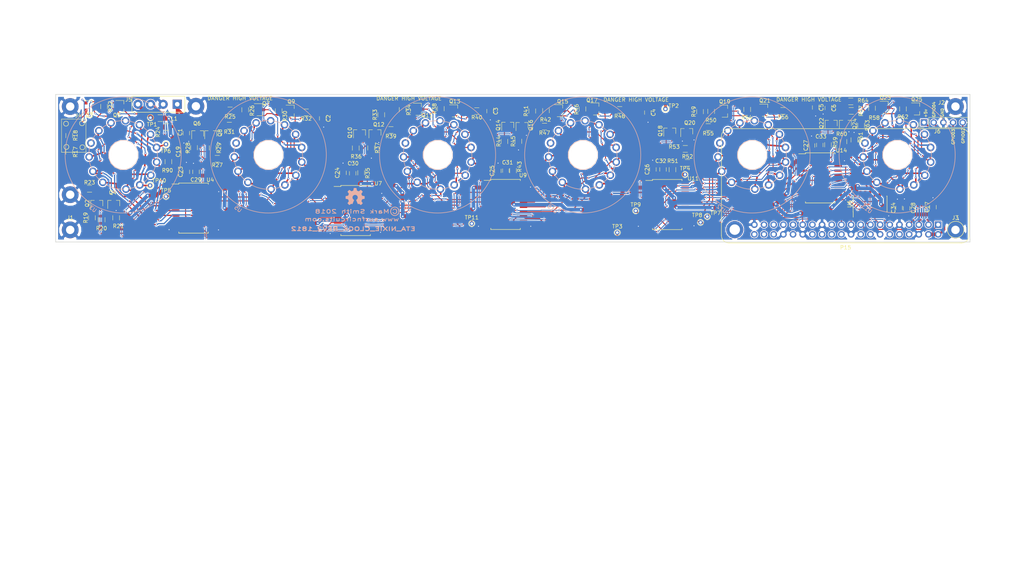
<source format=kicad_pcb>
(kicad_pcb (version 4) (host pcbnew 4.0.6+dfsg1-1)
  (layers (0 F.Cu signal) (31 B.Cu signal) (34 B.Paste user) (35 F.Paste user) (36 B.SilkS user) (37 F.SilkS user) (38 B.Mask user) (39 F.Mask user) (44 Edge.Cuts user))
  (net 0 "")
  (net 1 GND)
  (net 2 +5V)
  (net 3 +160V)
  (net 4 DATA_CLK)
  (net 5 LOAD)
  (net 6 "Net-(Q2-Pad1)")
  (net 7 "Net-(Q2-Pad2)")
  (net 8 "Net-(Q2-Pad3)")
  (net 9 "Net-(Q3-Pad1)")
  (net 10 "Net-(Q3-Pad2)")
  (net 11 "Net-(Q3-Pad3)")
  (net 12 "Net-(Q4-Pad3)")
  (net 13 "Net-(Q5-Pad3)")
  (net 14 "Net-(Q6-Pad1)")
  (net 15 "Net-(Q6-Pad2)")
  (net 16 "Net-(Q6-Pad3)")
  (net 17 "Net-(Q7-Pad1)")
  (net 18 "Net-(Q7-Pad2)")
  (net 19 "Net-(Q7-Pad3)")
  (net 20 "Net-(Q8-Pad3)")
  (net 21 "Net-(Q9-Pad3)")
  (net 22 "Net-(Q10-Pad1)")
  (net 23 "Net-(Q10-Pad2)")
  (net 24 "Net-(Q10-Pad3)")
  (net 25 "Net-(Q11-Pad1)")
  (net 26 "Net-(Q11-Pad2)")
  (net 27 "Net-(Q11-Pad3)")
  (net 28 "Net-(Q12-Pad3)")
  (net 29 "Net-(Q13-Pad3)")
  (net 30 "Net-(Q14-Pad1)")
  (net 31 "Net-(Q14-Pad2)")
  (net 32 "Net-(Q14-Pad3)")
  (net 33 "Net-(Q15-Pad1)")
  (net 34 "Net-(Q15-Pad2)")
  (net 35 "Net-(Q15-Pad3)")
  (net 36 "Net-(Q16-Pad3)")
  (net 37 "Net-(Q17-Pad3)")
  (net 38 "Net-(Q18-Pad1)")
  (net 39 "Net-(Q18-Pad2)")
  (net 40 "Net-(Q18-Pad3)")
  (net 41 "Net-(Q19-Pad1)")
  (net 42 "Net-(Q19-Pad2)")
  (net 43 "Net-(Q19-Pad3)")
  (net 44 "Net-(Q20-Pad3)")
  (net 45 "Net-(Q21-Pad3)")
  (net 46 "Net-(Q22-Pad1)")
  (net 47 "Net-(Q22-Pad2)")
  (net 48 "Net-(Q22-Pad3)")
  (net 49 "Net-(Q23-Pad1)")
  (net 50 "Net-(Q23-Pad2)")
  (net 51 "Net-(Q23-Pad3)")
  (net 52 "Net-(Q24-Pad3)")
  (net 53 "Net-(Q25-Pad3)")
  (net 54 "Net-(U3-Pad2)")
  (net 55 "Net-(U3-Pad1)")
  (net 56 "Net-(U3-Pad3)")
  (net 57 "Net-(U3-Pad4)")
  (net 58 "Net-(U3-Pad14)")
  (net 59 "Net-(U3-Pad11)")
  (net 60 "Net-(U4-Pad1)")
  (net 61 "Net-(U4-Pad17)")
  (net 62 "Net-(U4-Pad18)")
  (net 63 "Net-(U4-Pad20)")
  (net 64 "Net-(U5-Pad2)")
  (net 65 "Net-(U5-Pad1)")
  (net 66 "Net-(U5-Pad3)")
  (net 67 "Net-(U5-Pad4)")
  (net 68 "Net-(U5-Pad11)")
  (net 69 "Net-(U7-Pad1)")
  (net 70 "Net-(U7-Pad15)")
  (net 71 "Net-(U7-Pad16)")
  (net 72 "Net-(U7-Pad17)")
  (net 73 "Net-(U7-Pad18)")
  (net 74 "Net-(U7-Pad20)")
  (net 75 "Net-(U8-Pad2)")
  (net 76 "Net-(U8-Pad3)")
  (net 77 "Net-(U8-Pad4)")
  (net 78 "Net-(U9-Pad1)")
  (net 79 "Net-(U10-Pad14)")
  (net 80 "Net-(U10-Pad11)")
  (net 81 "Net-(U10-Pad1)")
  (net 82 "Net-(U10-Pad2)")
  (net 83 "Net-(U10-Pad3)")
  (net 84 "Net-(U11-Pad3)")
  (net 85 "Net-(U9-Pad20)")
  (net 86 "Net-(U10-Pad4)")
  (net 87 "Net-(U11-Pad1)")
  (net 88 "Net-(U11-Pad5)")
  (net 89 "Net-(U11-Pad6)")
  (net 90 "Net-(U11-Pad7)")
  (net 91 "Net-(U11-Pad14)")
  (net 92 "Net-(U11-Pad15)")
  (net 93 "Net-(U11-Pad17)")
  (net 94 "Net-(U11-Pad18)")
  (net 95 "Net-(U11-Pad20)")
  (net 96 "Net-(U12-Pad4)")
  (net 97 "Net-(U13-Pad2)")
  (net 98 "Net-(U13-Pad1)")
  (net 99 "Net-(U13-Pad3)")
  (net 100 "Net-(U13-Pad4)")
  (net 101 "Net-(U13-Pad11)")
  (net 102 "Net-(U14-Pad1)")
  (net 103 "Net-(U14-Pad14)")
  (net 104 "Net-(U14-Pad15)")
  (net 105 "Net-(U14-Pad16)")
  (net 106 "Net-(U14-Pad17)")
  (net 107 "Net-(U14-Pad18)")
  (net 108 "Net-(U14-Pad20)")
  (net 109 "Net-(TP7-Pad1)")
  (net 110 "Net-(TP9-Pad1)")
  (net 111 N_DATA)
  (net 112 N_DISABLE)
  (net 113 N_SR_CLR)
  (net 114 N_ENABLE_160V)
  (net 115 5v_Power)
  (net 116 "Net-(TP5-Pad1)")
  (net 117 "Net-(TP8-Pad1)")
  (net 118 "Net-(TP11-Pad1)")
  (net 119 "Net-(J6-Pad2)")
  (net 120 "Net-(J6-Pad4)")
  (net 121 "Net-(J6-Pad5)")
  (net 122 +3V3)
  (net 123 "Net-(P15-Pad8)")
  (net 124 "Net-(P15-Pad10)")
  (net 125 "Net-(P15-Pad12)")
  (net 126 "Net-(P15-Pad16)")
  (net 127 "Net-(P15-Pad18)")
  (net 128 "Net-(P15-Pad22)")
  (net 129 "Net-(P15-Pad23)")
  (net 130 "Net-(P15-Pad24)")
  (net 131 "Net-(P15-Pad26)")
  (net 132 "Net-(P15-Pad27)")
  (net 133 "Net-(P15-Pad28)")
  (net 134 "Net-(P15-Pad31)")
  (net 135 "Net-(P15-Pad32)")
  (net 136 "Net-(P15-Pad33)")
  (net 137 "Net-(P15-Pad35)")
  (net 138 "Net-(P15-Pad36)")
  (net 139 "Net-(P15-Pad37)")
  (net 140 "Net-(P15-Pad38)")
  (net 141 "Net-(P15-Pad40)")
  (net 142 "Net-(J5-Pad3)")
  (net 143 "Net-(Q4-Pad1)")
  (net 144 "Net-(Q5-Pad1)")
  (net 145 "Net-(Q8-Pad1)")
  (net 146 "Net-(Q9-Pad1)")
  (net 147 "Net-(Q12-Pad1)")
  (net 148 "Net-(Q13-Pad1)")
  (net 149 "Net-(Q16-Pad1)")
  (net 150 "Net-(Q17-Pad1)")
  (net 151 "Net-(Q20-Pad1)")
  (net 152 "Net-(Q21-Pad1)")
  (net 153 "Net-(Q24-Pad1)")
  (net 154 "Net-(Q25-Pad1)")
  (module LOGO (layer B.Cu) (at 115.189 83.82 180)
    (fp_text reference "" hide)
    (fp_text value LOGO hide)
  )
  (module OSHW_logo_silkscreen-front_5mm (layer B.Cu) (at 105.283 79.502 180)
    (fp_text reference "" hide)
    (fp_text value OSHW_logo_silkscreen-front_5mm hide)
  )
  (module Resistors_SMD:R_0805 (layer F.Cu) (at 238.125 60.833 270)
    (fp_text reference R63 (at 0 -1.65 270) (layer F.SilkS))
    (fp_text value 470k)
    (pad 1 smd rect (at -0.95 0 270) (size 0.7 1.3) (layers F.Cu F.Paste F.Mask) (net 154 "Net-(Q25-Pad1)"))
    (pad 2 smd rect (at 0.95 0 270) (size 0.7 1.3) (layers F.Cu F.Paste F.Mask) (net 52 "Net-(Q24-Pad3)"))
  )
  (module Resistors_SMD:R_0805 (layer F.Cu) (at 55.75808 61.2648 180)
    (fp_text reference R24 (at 2.23 -1.29 270) (layer F.SilkS))
    (fp_text value 22k)
    (pad 1 smd rect (at -0.95 0 180) (size 0.7 1.3) (layers F.Cu F.Paste F.Mask) (net 3 +160V))
    (pad 2 smd rect (at 0.95 0 180) (size 0.7 1.3) (layers F.Cu F.Paste F.Mask) (net 10 "Net-(Q3-Pad2)"))
  )
  (module Housings_SOIC:SOIC-14_3.9x8.7mm_Pitch1.27mm (layer F.Cu) (at 240.4745 81.4705 90)
    (fp_text reference U6 (at 0 -5.375 90) (layer F.SilkS))
    (fp_text value 74HCT04)
    (pad 1 smd rect (at -2.7 -3.81 90) (size 1.5 0.6) (layers F.Cu F.Paste F.Mask) (net 5 LOAD))
    (pad 2 smd rect (at -2.7 -2.54 90) (size 1.5 0.6) (layers F.Cu F.Paste F.Mask) (net 117 "Net-(TP8-Pad1)"))
    (pad 3 smd rect (at -2.7 -1.27 90) (size 1.5 0.6) (layers F.Cu F.Paste F.Mask) (net 111 N_DATA))
    (pad 4 smd rect (at -2.7 0 90) (size 1.5 0.6) (layers F.Cu F.Paste F.Mask) (net 116 "Net-(TP5-Pad1)"))
    (pad 5 smd rect (at -2.7 1.27 90) (size 1.5 0.6) (layers F.Cu F.Paste F.Mask) (net 4 DATA_CLK))
    (pad 6 smd rect (at -2.7 2.54 90) (size 1.5 0.6) (layers F.Cu F.Paste F.Mask) (net 109 "Net-(TP7-Pad1)"))
    (pad 7 smd rect (at -2.7 3.81 90) (size 1.5 0.6) (layers F.Cu F.Paste F.Mask) (net 1 GND))
    (pad 8 smd rect (at 2.7 3.81 90) (size 1.5 0.6) (layers F.Cu F.Paste F.Mask) (net 110 "Net-(TP9-Pad1)"))
    (pad 9 smd rect (at 2.7 2.54 90) (size 1.5 0.6) (layers F.Cu F.Paste F.Mask) (net 113 N_SR_CLR))
    (pad 10 smd rect (at 2.7 1.27 90) (size 1.5 0.6) (layers F.Cu F.Paste F.Mask) (net 118 "Net-(TP11-Pad1)"))
    (pad 11 smd rect (at 2.7 0 90) (size 1.5 0.6) (layers F.Cu F.Paste F.Mask) (net 112 N_DISABLE))
    (pad 12 smd rect (at 2.7 -1.27 90) (size 1.5 0.6) (layers F.Cu F.Paste F.Mask))
    (pad 13 smd rect (at 2.7 -2.54 90) (size 1.5 0.6) (layers F.Cu F.Paste F.Mask))
    (pad 14 smd rect (at 2.7 -3.81 90) (size 1.5 0.6) (layers F.Cu F.Paste F.Mask) (net 2 +5V))
  )
  (module Resistors_SMD:R_0805 (layer F.Cu) (at 235.3945 54.5465)
    (fp_text reference R64 (at 3.2555 -0.2465) (layer F.SilkS))
    (fp_text value 22k)
    (pad 1 smd rect (at -0.95 0) (size 0.7 1.3) (layers F.Cu F.Paste F.Mask) (net 3 +160V))
    (pad 2 smd rect (at 0.95 0) (size 0.7 1.3) (layers F.Cu F.Paste F.Mask) (net 50 "Net-(Q23-Pad2)"))
  )
  (module Resistors_SMD:R_0805 (layer F.Cu) (at 249.1105 56.515 90)
    (fp_text reference R62 (at -2.09 -0.0145 180) (layer F.SilkS))
    (fp_text value 470k)
    (pad 1 smd rect (at -0.95 0 90) (size 0.7 1.3) (layers F.Cu F.Paste F.Mask) (net 50 "Net-(Q23-Pad2)"))
    (pad 2 smd rect (at 0.95 0 90) (size 0.7 1.3) (layers F.Cu F.Paste F.Mask) (net 154 "Net-(Q25-Pad1)"))
  )
  (module Resistors_SMD:R_0805 (layer F.Cu) (at 236.347 64.643 90)
    (fp_text reference R61 (at 0.668 1.653 90) (layer F.SilkS))
    (fp_text value 10k)
    (pad 1 smd rect (at -0.95 0 90) (size 0.7 1.3) (layers F.Cu F.Paste F.Mask) (net 153 "Net-(Q24-Pad1)"))
    (pad 2 smd rect (at 0.95 0 90) (size 0.7 1.3) (layers F.Cu F.Paste F.Mask) (net 1 GND))
  )
  (module Resistors_SMD:R_0805 (layer F.Cu) (at 233.4895 65.0875 270)
    (fp_text reference R60 (at -1.9875 0.4645 360) (layer F.SilkS))
    (fp_text value 10k)
    (pad 1 smd rect (at -0.95 0 270) (size 0.7 1.3) (layers F.Cu F.Paste F.Mask) (net 46 "Net-(Q22-Pad1)"))
    (pad 2 smd rect (at 0.95 0 270) (size 0.7 1.3) (layers F.Cu F.Paste F.Mask) (net 153 "Net-(Q24-Pad1)"))
  )
  (module Resistors_SMD:R_0805 (layer F.Cu) (at 229.4255 65.913 90)
    (fp_text reference R59 (at 0.638 1.9245 90) (layer F.SilkS))
    (fp_text value 10k)
    (pad 1 smd rect (at -0.95 0 90) (size 0.7 1.3) (layers F.Cu F.Paste F.Mask) (net 2 +5V))
    (pad 2 smd rect (at 0.95 0 90) (size 0.7 1.3) (layers F.Cu F.Paste F.Mask) (net 46 "Net-(Q22-Pad1)"))
  )
  (module Resistors_SMD:R_0805 (layer F.Cu) (at 240.99012 56.32704 90)
    (fp_text reference R58 (at -2.49936 0.56388 180) (layer F.SilkS))
    (fp_text value 470k)
    (pad 1 smd rect (at -0.95 0 90) (size 0.7 1.3) (layers F.Cu F.Paste F.Mask) (net 50 "Net-(Q23-Pad2)"))
    (pad 2 smd rect (at 0.95 0 90) (size 0.7 1.3) (layers F.Cu F.Paste F.Mask) (net 49 "Net-(Q23-Pad1)"))
  )
  (module Resistors_SMD:R_0805 (layer F.Cu) (at 235.5215 57.023 180)
    (fp_text reference R57 (at -2.5785 -0.027 270) (layer F.SilkS))
    (fp_text value 470k)
    (pad 1 smd rect (at -0.95 0 180) (size 0.7 1.3) (layers F.Cu F.Paste F.Mask) (net 49 "Net-(Q23-Pad1)"))
    (pad 2 smd rect (at 0.95 0 180) (size 0.7 1.3) (layers F.Cu F.Paste F.Mask) (net 48 "Net-(Q22-Pad3)"))
  )
  (module Resistors_SMD:R_0805 (layer F.Cu) (at 217.6145 57.023 180)
    (fp_text reference R56 (at 0 -1.65 180) (layer F.SilkS))
    (fp_text value 22k)
    (pad 1 smd rect (at -0.95 0 180) (size 0.7 1.3) (layers F.Cu F.Paste F.Mask) (net 3 +160V))
    (pad 2 smd rect (at 0.95 0 180) (size 0.7 1.3) (layers F.Cu F.Paste F.Mask) (net 42 "Net-(Q19-Pad2)"))
  )
  (module Resistors_SMD:R_0805 (layer F.Cu) (at 197.993 61.2775 180)
    (fp_text reference R55 (at 0 -1.65 180) (layer F.SilkS))
    (fp_text value 470k)
    (pad 1 smd rect (at -0.95 0 180) (size 0.7 1.3) (layers F.Cu F.Paste F.Mask) (net 152 "Net-(Q21-Pad1)"))
    (pad 2 smd rect (at 0.95 0 180) (size 0.7 1.3) (layers F.Cu F.Paste F.Mask) (net 44 "Net-(Q20-Pad3)"))
  )
  (module Resistors_SMD:R_0805 (layer F.Cu) (at 208.2165 56.642 90)
    (fp_text reference R54 (at -2.117 -0.0835 180) (layer F.SilkS))
    (fp_text value 470k)
    (pad 1 smd rect (at -0.95 0 90) (size 0.7 1.3) (layers F.Cu F.Paste F.Mask) (net 42 "Net-(Q19-Pad2)"))
    (pad 2 smd rect (at 0.95 0 90) (size 0.7 1.3) (layers F.Cu F.Paste F.Mask) (net 152 "Net-(Q21-Pad1)"))
  )
  (module Resistors_SMD:R_0805 (layer F.Cu) (at 191.9605 66.9925 180)
    (fp_text reference R53 (at 2.9105 0.5425 180) (layer F.SilkS))
    (fp_text value 10k)
    (pad 1 smd rect (at -0.95 0 180) (size 0.7 1.3) (layers F.Cu F.Paste F.Mask) (net 151 "Net-(Q20-Pad1)"))
    (pad 2 smd rect (at 0.95 0 180) (size 0.7 1.3) (layers F.Cu F.Paste F.Mask) (net 1 GND))
  )
  (module Resistors_SMD:R_0805 (layer F.Cu) (at 192.532 70.6755)
    (fp_text reference R52 (at 0 -1.65) (layer F.SilkS))
    (fp_text value 10k)
    (pad 1 smd rect (at -0.95 0) (size 0.7 1.3) (layers F.Cu F.Paste F.Mask) (net 38 "Net-(Q18-Pad1)"))
    (pad 2 smd rect (at 0.95 0) (size 0.7 1.3) (layers F.Cu F.Paste F.Mask) (net 151 "Net-(Q20-Pad1)"))
  )
  (module Resistors_SMD:R_0805 (layer F.Cu) (at 188.595 72.4535 90)
    (fp_text reference R51 (at 2.2785 0.08 180) (layer F.SilkS))
    (fp_text value 10k)
    (pad 1 smd rect (at -0.95 0 90) (size 0.7 1.3) (layers F.Cu F.Paste F.Mask) (net 2 +5V))
    (pad 2 smd rect (at 0.95 0 90) (size 0.7 1.3) (layers F.Cu F.Paste F.Mask) (net 38 "Net-(Q18-Pad1)"))
  )
  (module Resistors_SMD:R_0805 (layer F.Cu) (at 198.755 57.15 90)
    (fp_text reference R50 (at -2.325 -0.045 180) (layer F.SilkS))
    (fp_text value 470k)
    (pad 1 smd rect (at -0.95 0 90) (size 0.7 1.3) (layers F.Cu F.Paste F.Mask) (net 42 "Net-(Q19-Pad2)"))
    (pad 2 smd rect (at 0.95 0 90) (size 0.7 1.3) (layers F.Cu F.Paste F.Mask) (net 41 "Net-(Q19-Pad1)"))
  )
  (module Resistors_SMD:R_0805 (layer F.Cu) (at 195.834 57.2135 90)
    (fp_text reference R49 (at 0 -1.65 90) (layer F.SilkS))
    (fp_text value 470k)
    (pad 1 smd rect (at -0.95 0 90) (size 0.7 1.3) (layers F.Cu F.Paste F.Mask) (net 41 "Net-(Q19-Pad1)"))
    (pad 2 smd rect (at 0.95 0 90) (size 0.7 1.3) (layers F.Cu F.Paste F.Mask) (net 40 "Net-(Q18-Pad3)"))
  )
  (module Resistors_SMD:R_0805 (layer F.Cu) (at 174.752 56.769 180)
    (fp_text reference R48 (at 0 -1.65 180) (layer F.SilkS))
    (fp_text value 22k)
    (pad 1 smd rect (at -0.95 0 180) (size 0.7 1.3) (layers F.Cu F.Paste F.Mask) (net 3 +160V))
    (pad 2 smd rect (at 0.95 0 180) (size 0.7 1.3) (layers F.Cu F.Paste F.Mask) (net 34 "Net-(Q15-Pad2)"))
  )
  (module Resistors_SMD:R_0805 (layer F.Cu) (at 155.0035 61.1505 180)
    (fp_text reference R47 (at 0 -1.65 180) (layer F.SilkS))
    (fp_text value 470k)
    (pad 1 smd rect (at -0.95 0 180) (size 0.7 1.3) (layers F.Cu F.Paste F.Mask) (net 150 "Net-(Q17-Pad1)"))
    (pad 2 smd rect (at 0.95 0 180) (size 0.7 1.3) (layers F.Cu F.Paste F.Mask) (net 36 "Net-(Q16-Pad3)"))
  )
  (module Resistors_SMD:R_0805 (layer F.Cu) (at 164.973 56.515 90)
    (fp_text reference R46 (at -0.1016 -1.55448 90) (layer F.SilkS))
    (fp_text value 470k)
    (pad 1 smd rect (at -0.95 0 90) (size 0.7 1.3) (layers F.Cu F.Paste F.Mask) (net 34 "Net-(Q15-Pad2)"))
    (pad 2 smd rect (at 0.95 0 90) (size 0.7 1.3) (layers F.Cu F.Paste F.Mask) (net 150 "Net-(Q17-Pad1)"))
  )
  (module Resistors_SMD:R_0805 (layer F.Cu) (at 148.1328 65.00368 270)
    (fp_text reference R45 (at 0 1.36144 270) (layer F.SilkS))
    (fp_text value 10k)
    (pad 1 smd rect (at -0.95 0 270) (size 0.7 1.3) (layers F.Cu F.Paste F.Mask) (net 149 "Net-(Q16-Pad1)"))
    (pad 2 smd rect (at 0.95 0 270) (size 0.7 1.3) (layers F.Cu F.Paste F.Mask) (net 1 GND))
  )
  (module Resistors_SMD:R_0805 (layer F.Cu) (at 144.4752 65.04432 270)
    (fp_text reference R44 (at -0.0315 1.4865 270) (layer F.SilkS))
    (fp_text value 10k)
    (pad 1 smd rect (at -0.95 0 270) (size 0.7 1.3) (layers F.Cu F.Paste F.Mask) (net 30 "Net-(Q14-Pad1)"))
    (pad 2 smd rect (at 0.95 0 270) (size 0.7 1.3) (layers F.Cu F.Paste F.Mask) (net 149 "Net-(Q16-Pad1)"))
  )
  (module Resistors_SMD:R_0805 (layer F.Cu) (at 146.7485 72.7075 90)
    (fp_text reference R43 (at 1.0325 1.7015 90) (layer F.SilkS))
    (fp_text value 10k)
    (pad 1 smd rect (at -0.95 0 90) (size 0.7 1.3) (layers F.Cu F.Paste F.Mask) (net 2 +5V))
    (pad 2 smd rect (at 0.95 0 90) (size 0.7 1.3) (layers F.Cu F.Paste F.Mask) (net 30 "Net-(Q14-Pad1)"))
  )
  (module Resistors_SMD:R_0805 (layer F.Cu) (at 155.3845 56.9595 90)
    (fp_text reference R42 (at -2.3595 -0.1155 360) (layer F.SilkS))
    (fp_text value 470k)
    (pad 1 smd rect (at -0.95 0 90) (size 0.7 1.3) (layers F.Cu F.Paste F.Mask) (net 34 "Net-(Q15-Pad2)"))
    (pad 2 smd rect (at 0.95 0 90) (size 0.7 1.3) (layers F.Cu F.Paste F.Mask) (net 33 "Net-(Q15-Pad1)"))
  )
  (module Resistors_SMD:R_0805 (layer F.Cu) (at 151.7904 57.05856 90)
    (fp_text reference R41 (at 0 -1.65 90) (layer F.SilkS))
    (fp_text value 470k)
    (pad 1 smd rect (at -0.95 0 90) (size 0.7 1.3) (layers F.Cu F.Paste F.Mask) (net 33 "Net-(Q15-Pad1)"))
    (pad 2 smd rect (at 0.95 0 90) (size 0.7 1.3) (layers F.Cu F.Paste F.Mask) (net 32 "Net-(Q14-Pad3)"))
  )
  (module Resistors_SMD:R_0805 (layer F.Cu) (at 137.2235 57.0865 180)
    (fp_text reference R40 (at 0 -1.65 180) (layer F.SilkS))
    (fp_text value 22k)
    (pad 1 smd rect (at -0.95 0 180) (size 0.7 1.3) (layers F.Cu F.Paste F.Mask) (net 3 +160V))
    (pad 2 smd rect (at 0.95 0 180) (size 0.7 1.3) (layers F.Cu F.Paste F.Mask) (net 26 "Net-(Q11-Pad2)"))
  )
  (module Resistors_SMD:R_0805 (layer F.Cu) (at 114.681 62.0395 180)
    (fp_text reference R39 (at 0 -1.65 180) (layer F.SilkS))
    (fp_text value 470k)
    (pad 1 smd rect (at -0.95 0 180) (size 0.7 1.3) (layers F.Cu F.Paste F.Mask) (net 148 "Net-(Q13-Pad1)"))
    (pad 2 smd rect (at 0.95 0 180) (size 0.7 1.3) (layers F.Cu F.Paste F.Mask) (net 28 "Net-(Q12-Pad3)"))
  )
  (module Resistors_SMD:R_0805 (layer F.Cu) (at 127.76962 56.4388 90)
    (fp_text reference R38 (at 0 -1.65 90) (layer F.SilkS))
    (fp_text value 470k)
    (pad 1 smd rect (at -0.95 0 90) (size 0.7 1.3) (layers F.Cu F.Paste F.Mask) (net 26 "Net-(Q11-Pad2)"))
    (pad 2 smd rect (at 0.95 0 90) (size 0.7 1.3) (layers F.Cu F.Paste F.Mask) (net 148 "Net-(Q13-Pad1)"))
  )
  (module Resistors_SMD:R_0805 (layer F.Cu) (at 109.49686 66.74866 270)
    (fp_text reference R37 (at 0 -1.65 270) (layer F.SilkS))
    (fp_text value 10k)
    (pad 1 smd rect (at -0.95 0 270) (size 0.7 1.3) (layers F.Cu F.Paste F.Mask) (net 147 "Net-(Q12-Pad1)"))
    (pad 2 smd rect (at 0.95 0 270) (size 0.7 1.3) (layers F.Cu F.Paste F.Mask) (net 1 GND))
  )
  (module Resistors_SMD:R_0805 (layer F.Cu) (at 105.44556 66.7766 270)
    (fp_text reference R36 (at 2.235 -0.115 360) (layer F.SilkS))
    (fp_text value 10k)
    (pad 1 smd rect (at -0.95 0 270) (size 0.7 1.3) (layers F.Cu F.Paste F.Mask) (net 22 "Net-(Q10-Pad1)"))
    (pad 2 smd rect (at 0.95 0 270) (size 0.7 1.3) (layers F.Cu F.Paste F.Mask) (net 147 "Net-(Q12-Pad1)"))
  )
  (module Resistors_SMD:R_0805 (layer F.Cu) (at 106.8705 73.279 90)
    (fp_text reference R35 (at -0.096 1.7045 90) (layer F.SilkS))
    (fp_text value 10k)
    (pad 1 smd rect (at -0.95 0 90) (size 0.7 1.3) (layers F.Cu F.Paste F.Mask) (net 2 +5V))
    (pad 2 smd rect (at 0.95 0 90) (size 0.7 1.3) (layers F.Cu F.Paste F.Mask) (net 22 "Net-(Q10-Pad1)"))
  )
  (module Resistors_SMD:R_0805 (layer F.Cu) (at 117.73916 56.69026 90)
    (fp_text reference R34 (at -0.1015 1.629 90) (layer F.SilkS))
    (fp_text value 470k)
    (pad 1 smd rect (at -0.95 0 90) (size 0.7 1.3) (layers F.Cu F.Paste F.Mask) (net 26 "Net-(Q11-Pad2)"))
    (pad 2 smd rect (at 0.95 0 90) (size 0.7 1.3) (layers F.Cu F.Paste F.Mask) (net 25 "Net-(Q11-Pad1)"))
  )
  (module Resistors_SMD:R_0805 (layer F.Cu) (at 112.141 58.039 90)
    (fp_text reference R33 (at 0 -1.65 90) (layer F.SilkS))
    (fp_text value 470k)
    (pad 1 smd rect (at -0.95 0 90) (size 0.7 1.3) (layers F.Cu F.Paste F.Mask) (net 25 "Net-(Q11-Pad1)"))
    (pad 2 smd rect (at 0.95 0 90) (size 0.7 1.3) (layers F.Cu F.Paste F.Mask) (net 24 "Net-(Q10-Pad3)"))
  )
  (module Resistors_SMD:R_0805 (layer F.Cu) (at 92.456 57.404 180)
    (fp_text reference R32 (at 0 -1.65 180) (layer F.SilkS))
    (fp_text value 22k)
    (pad 1 smd rect (at -0.95 0 180) (size 0.7 1.3) (layers F.Cu F.Paste F.Mask) (net 3 +160V))
    (pad 2 smd rect (at 0.95 0 180) (size 0.7 1.3) (layers F.Cu F.Paste F.Mask) (net 18 "Net-(Q7-Pad2)"))
  )
  (module Resistors_SMD:R_0805 (layer F.Cu) (at 72.263 60.8965 180)
    (fp_text reference R31 (at 0 -1.65 180) (layer F.SilkS))
    (fp_text value 470k)
    (pad 1 smd rect (at -0.95 0 180) (size 0.7 1.3) (layers F.Cu F.Paste F.Mask) (net 146 "Net-(Q9-Pad1)"))
    (pad 2 smd rect (at 0.95 0 180) (size 0.7 1.3) (layers F.Cu F.Paste F.Mask) (net 20 "Net-(Q8-Pad3)"))
  )
  (module Resistors_SMD:R_0805 (layer F.Cu) (at 85.217 57.023 90)
    (fp_text reference R30 (at -1.373 1.667 90) (layer F.SilkS))
    (fp_text value 470k)
    (pad 1 smd rect (at -0.95 0 90) (size 0.7 1.3) (layers F.Cu F.Paste F.Mask) (net 18 "Net-(Q7-Pad2)"))
    (pad 2 smd rect (at 0.95 0 90) (size 0.7 1.3) (layers F.Cu F.Paste F.Mask) (net 146 "Net-(Q9-Pad1)"))
  )
  (module Resistors_SMD:R_0805 (layer F.Cu) (at 67.8815 66.7385 90)
    (fp_text reference R29 (at -0.0365 1.6685 90) (layer F.SilkS))
    (fp_text value 10k)
    (pad 1 smd rect (at -0.95 0 90) (size 0.7 1.3) (layers F.Cu F.Paste F.Mask) (net 145 "Net-(Q8-Pad1)"))
    (pad 2 smd rect (at 0.95 0 90) (size 0.7 1.3) (layers F.Cu F.Paste F.Mask) (net 1 GND))
  )
  (module Resistors_SMD:R_0805 (layer F.Cu) (at 62.992 66.675 270)
    (fp_text reference R28 (at 0.0615 1.599 270) (layer F.SilkS))
    (fp_text value 10k)
    (pad 1 smd rect (at -0.95 0 270) (size 0.7 1.3) (layers F.Cu F.Paste F.Mask) (net 14 "Net-(Q6-Pad1)"))
    (pad 2 smd rect (at 0.95 0 270) (size 0.7 1.3) (layers F.Cu F.Paste F.Mask) (net 145 "Net-(Q8-Pad1)"))
  )
  (module Resistors_SMD:R_0805 (layer F.Cu) (at 69.088 69.596 180)
    (fp_text reference R27 (at 0 -1.65 180) (layer F.SilkS))
    (fp_text value 10k)
    (pad 1 smd rect (at -0.95 0 180) (size 0.7 1.3) (layers F.Cu F.Paste F.Mask) (net 2 +5V))
    (pad 2 smd rect (at 0.95 0 180) (size 0.7 1.3) (layers F.Cu F.Paste F.Mask) (net 14 "Net-(Q6-Pad1)"))
  )
  (module Resistors_SMD:R_0805 (layer F.Cu) (at 76.4286 56.73852 90)
    (fp_text reference R26 (at -0.20828 1.81102 90) (layer F.SilkS))
    (fp_text value 470k)
    (pad 1 smd rect (at -0.95 0 90) (size 0.7 1.3) (layers F.Cu F.Paste F.Mask) (net 18 "Net-(Q7-Pad2)"))
    (pad 2 smd rect (at 0.95 0 90) (size 0.7 1.3) (layers F.Cu F.Paste F.Mask) (net 17 "Net-(Q7-Pad1)"))
  )
  (module Resistors_SMD:R_0805 (layer F.Cu) (at 72.4535 56.896 180)
    (fp_text reference R25 (at 0 -1.65 180) (layer F.SilkS))
    (fp_text value 470k)
    (pad 1 smd rect (at -0.95 0 180) (size 0.7 1.3) (layers F.Cu F.Paste F.Mask) (net 17 "Net-(Q7-Pad1)"))
    (pad 2 smd rect (at 0.95 0 180) (size 0.7 1.3) (layers F.Cu F.Paste F.Mask) (net 16 "Net-(Q6-Pad3)"))
  )
  (module Resistors_SMD:R_0805 (layer F.Cu) (at 35.56 77.47)
    (fp_text reference R23 (at 0 -1.65) (layer F.SilkS))
    (fp_text value 470k)
    (pad 1 smd rect (at -0.95 0) (size 0.7 1.3) (layers F.Cu F.Paste F.Mask) (net 144 "Net-(Q5-Pad1)"))
    (pad 2 smd rect (at 0.95 0) (size 0.7 1.3) (layers F.Cu F.Paste F.Mask) (net 12 "Net-(Q4-Pad3)"))
  )
  (module Resistors_SMD:R_0805 (layer F.Cu) (at 39.37 55.88 270)
    (fp_text reference R22 (at 0 -1.65 270) (layer F.SilkS))
    (fp_text value 470k)
    (pad 1 smd rect (at -0.95 0 270) (size 0.7 1.3) (layers F.Cu F.Paste F.Mask) (net 10 "Net-(Q3-Pad2)"))
    (pad 2 smd rect (at 0.95 0 270) (size 0.7 1.3) (layers F.Cu F.Paste F.Mask) (net 144 "Net-(Q5-Pad1)"))
  )
  (module Resistors_SMD:R_0805 (layer F.Cu) (at 42.545 85.09 90)
    (fp_text reference R21 (at -2.185 0.575 360) (layer F.SilkS))
    (fp_text value 10k)
    (pad 1 smd rect (at -0.95 0 90) (size 0.7 1.3) (layers F.Cu F.Paste F.Mask) (net 143 "Net-(Q4-Pad1)"))
    (pad 2 smd rect (at 0.95 0 90) (size 0.7 1.3) (layers F.Cu F.Paste F.Mask) (net 1 GND))
  )
  (module Resistors_SMD:R_0805 (layer F.Cu) (at 38.735 85.598 270)
    (fp_text reference R20 (at 2.26 0.035 540) (layer F.SilkS))
    (fp_text value 10k)
    (pad 1 smd rect (at -0.95 0 270) (size 0.7 1.3) (layers F.Cu F.Paste F.Mask) (net 6 "Net-(Q2-Pad1)"))
    (pad 2 smd rect (at 0.95 0 270) (size 0.7 1.3) (layers F.Cu F.Paste F.Mask) (net 143 "Net-(Q4-Pad1)"))
  )
  (module Resistors_SMD:R_0805 (layer F.Cu) (at 36.195 85.09 90)
    (fp_text reference R19 (at 0 -1.65 90) (layer F.SilkS))
    (fp_text value 10k)
    (pad 1 smd rect (at -0.95 0 90) (size 0.7 1.3) (layers F.Cu F.Paste F.Mask) (net 2 +5V))
    (pad 2 smd rect (at 0.95 0 90) (size 0.7 1.3) (layers F.Cu F.Paste F.Mask) (net 6 "Net-(Q2-Pad1)"))
  )
  (module Resistors_SMD:R_0805 (layer F.Cu) (at 30.226 63.5 270)
    (fp_text reference R18 (at 0 -1.65 270) (layer F.SilkS))
    (fp_text value 470k)
    (pad 1 smd rect (at -0.95 0 270) (size 0.7 1.3) (layers F.Cu F.Paste F.Mask) (net 10 "Net-(Q3-Pad2)"))
    (pad 2 smd rect (at 0.95 0 270) (size 0.7 1.3) (layers F.Cu F.Paste F.Mask) (net 9 "Net-(Q3-Pad1)"))
  )
  (module Resistors_SMD:R_0805 (layer F.Cu) (at 30.226 67.818 270)
    (fp_text reference R17 (at 0 -1.65 270) (layer F.SilkS))
    (fp_text value 470k)
    (pad 1 smd rect (at -0.95 0 270) (size 0.7 1.3) (layers F.Cu F.Paste F.Mask) (net 9 "Net-(Q3-Pad1)"))
    (pad 2 smd rect (at 0.95 0 270) (size 0.7 1.3) (layers F.Cu F.Paste F.Mask) (net 8 "Net-(Q2-Pad3)"))
  )
  (module TO_SOT_Packages_SMD:SOT-23 (layer F.Cu) (at 252.73 56.515)
    (fp_text reference Q25 (at 0 -2.5) (layer F.SilkS))
    (fp_text value MMBT3906)
    (pad 1 smd rect (at -1 -0.95) (size 0.9 0.8) (layers F.Cu F.Paste F.Mask) (net 154 "Net-(Q25-Pad1)"))
    (pad 2 smd rect (at -1 0.95) (size 0.9 0.8) (layers F.Cu F.Paste F.Mask) (net 50 "Net-(Q23-Pad2)"))
    (pad 3 smd rect (at 1 0) (size 0.9 0.8) (layers F.Cu F.Paste F.Mask) (net 53 "Net-(Q25-Pad3)"))
  )
  (module TO_SOT_Packages_SMD:SOT-23 (layer F.Cu) (at 233.9975 60.2615 90)
    (fp_text reference Q24 (at -0.1885 2.4525 90) (layer F.SilkS))
    (fp_text value MMBTA42)
    (pad 1 smd rect (at -1 -0.95 90) (size 0.9 0.8) (layers F.Cu F.Paste F.Mask) (net 153 "Net-(Q24-Pad1)"))
    (pad 2 smd rect (at -1 0.95 90) (size 0.9 0.8) (layers F.Cu F.Paste F.Mask) (net 1 GND))
    (pad 3 smd rect (at 1 0 90) (size 0.9 0.8) (layers F.Cu F.Paste F.Mask) (net 52 "Net-(Q24-Pad3)"))
  )
  (module TO_SOT_Packages_SMD:SOT-23 (layer F.Cu) (at 244.46484 56.09844)
    (fp_text reference Q23 (at 0 -2.5) (layer F.SilkS))
    (fp_text value MMBT3906)
    (pad 1 smd rect (at -1 -0.95) (size 0.9 0.8) (layers F.Cu F.Paste F.Mask) (net 49 "Net-(Q23-Pad1)"))
    (pad 2 smd rect (at -1 0.95) (size 0.9 0.8) (layers F.Cu F.Paste F.Mask) (net 50 "Net-(Q23-Pad2)"))
    (pad 3 smd rect (at 1 0) (size 0.9 0.8) (layers F.Cu F.Paste F.Mask) (net 51 "Net-(Q23-Pad3)"))
  )
  (module TO_SOT_Packages_SMD:SOT-23 (layer F.Cu) (at 230.251 60.2615 90)
    (fp_text reference Q22 (at 0 -2.5 90) (layer F.SilkS))
    (fp_text value MMBTA42)
    (pad 1 smd rect (at -1 -0.95 90) (size 0.9 0.8) (layers F.Cu F.Paste F.Mask) (net 46 "Net-(Q22-Pad1)"))
    (pad 2 smd rect (at -1 0.95 90) (size 0.9 0.8) (layers F.Cu F.Paste F.Mask) (net 47 "Net-(Q22-Pad2)"))
    (pad 3 smd rect (at 1 0 90) (size 0.9 0.8) (layers F.Cu F.Paste F.Mask) (net 48 "Net-(Q22-Pad3)"))
  )
  (module TO_SOT_Packages_SMD:SOT-23 (layer F.Cu) (at 212.852 56.8325)
    (fp_text reference Q21 (at 0 -2.5) (layer F.SilkS))
    (fp_text value MMBT3906)
    (pad 1 smd rect (at -1 -0.95) (size 0.9 0.8) (layers F.Cu F.Paste F.Mask) (net 152 "Net-(Q21-Pad1)"))
    (pad 2 smd rect (at -1 0.95) (size 0.9 0.8) (layers F.Cu F.Paste F.Mask) (net 42 "Net-(Q19-Pad2)"))
    (pad 3 smd rect (at 1 0) (size 0.9 0.8) (layers F.Cu F.Paste F.Mask) (net 45 "Net-(Q21-Pad3)"))
  )
  (module TO_SOT_Packages_SMD:SOT-23 (layer F.Cu) (at 192.3415 62.4205 90)
    (fp_text reference Q20 (at 2.2705 0.8085 180) (layer F.SilkS))
    (fp_text value MMBTA42)
    (pad 1 smd rect (at -1 -0.95 90) (size 0.9 0.8) (layers F.Cu F.Paste F.Mask) (net 151 "Net-(Q20-Pad1)"))
    (pad 2 smd rect (at -1 0.95 90) (size 0.9 0.8) (layers F.Cu F.Paste F.Mask) (net 1 GND))
    (pad 3 smd rect (at 1 0 90) (size 0.9 0.8) (layers F.Cu F.Paste F.Mask) (net 44 "Net-(Q20-Pad3)"))
  )
  (module TO_SOT_Packages_SMD:SOT-23 (layer F.Cu) (at 202.311 57.0865)
    (fp_text reference Q19 (at 0 -2.5) (layer F.SilkS))
    (fp_text value MMBT3906)
    (pad 1 smd rect (at -1 -0.95) (size 0.9 0.8) (layers F.Cu F.Paste F.Mask) (net 41 "Net-(Q19-Pad1)"))
    (pad 2 smd rect (at -1 0.95) (size 0.9 0.8) (layers F.Cu F.Paste F.Mask) (net 42 "Net-(Q19-Pad2)"))
    (pad 3 smd rect (at 1 0) (size 0.9 0.8) (layers F.Cu F.Paste F.Mask) (net 43 "Net-(Q19-Pad3)"))
  )
  (module TO_SOT_Packages_SMD:SOT-23 (layer F.Cu) (at 187.8965 62.2935 90)
    (fp_text reference Q18 (at 0 -2.5 90) (layer F.SilkS))
    (fp_text value MMBTA42)
    (pad 1 smd rect (at -1 -0.95 90) (size 0.9 0.8) (layers F.Cu F.Paste F.Mask) (net 38 "Net-(Q18-Pad1)"))
    (pad 2 smd rect (at -1 0.95 90) (size 0.9 0.8) (layers F.Cu F.Paste F.Mask) (net 39 "Net-(Q18-Pad2)"))
    (pad 3 smd rect (at 1 0 90) (size 0.9 0.8) (layers F.Cu F.Paste F.Mask) (net 40 "Net-(Q18-Pad3)"))
  )
  (module TO_SOT_Packages_SMD:SOT-23 (layer F.Cu) (at 168.529 56.515)
    (fp_text reference Q17 (at -1.0668 -2.27838) (layer F.SilkS))
    (fp_text value MMBT3906)
    (pad 1 smd rect (at -1 -0.95) (size 0.9 0.8) (layers F.Cu F.Paste F.Mask) (net 150 "Net-(Q17-Pad1)"))
    (pad 2 smd rect (at -1 0.95) (size 0.9 0.8) (layers F.Cu F.Paste F.Mask) (net 34 "Net-(Q15-Pad2)"))
    (pad 3 smd rect (at 1 0) (size 0.9 0.8) (layers F.Cu F.Paste F.Mask) (net 37 "Net-(Q17-Pad3)"))
  )
  (module TO_SOT_Packages_SMD:SOT-23 (layer F.Cu) (at 149.098 60.833 90)
    (fp_text reference Q16 (at 0.058 2.302 270) (layer F.SilkS))
    (fp_text value MMBTA42)
    (pad 1 smd rect (at -1 -0.95 90) (size 0.9 0.8) (layers F.Cu F.Paste F.Mask) (net 149 "Net-(Q16-Pad1)"))
    (pad 2 smd rect (at -1 0.95 90) (size 0.9 0.8) (layers F.Cu F.Paste F.Mask) (net 1 GND))
    (pad 3 smd rect (at 1 0 90) (size 0.9 0.8) (layers F.Cu F.Paste F.Mask) (net 36 "Net-(Q16-Pad3)"))
  )
  (module TO_SOT_Packages_SMD:SOT-23 (layer F.Cu) (at 159.004 56.9595)
    (fp_text reference Q15 (at 0.77216 -2.4003) (layer F.SilkS))
    (fp_text value MMBT3906)
    (pad 1 smd rect (at -1 -0.95) (size 0.9 0.8) (layers F.Cu F.Paste F.Mask) (net 33 "Net-(Q15-Pad1)"))
    (pad 2 smd rect (at -1 0.95) (size 0.9 0.8) (layers F.Cu F.Paste F.Mask) (net 34 "Net-(Q15-Pad2)"))
    (pad 3 smd rect (at 1 0) (size 0.9 0.8) (layers F.Cu F.Paste F.Mask) (net 35 "Net-(Q15-Pad3)"))
  )
  (module TO_SOT_Packages_SMD:SOT-23 (layer F.Cu) (at 145.3515 60.7695 90)
    (fp_text reference Q14 (at 0 -2.5 90) (layer F.SilkS))
    (fp_text value MMBTA42)
    (pad 1 smd rect (at -1 -0.95 90) (size 0.9 0.8) (layers F.Cu F.Paste F.Mask) (net 30 "Net-(Q14-Pad1)"))
    (pad 2 smd rect (at -1 0.95 90) (size 0.9 0.8) (layers F.Cu F.Paste F.Mask) (net 31 "Net-(Q14-Pad2)"))
    (pad 3 smd rect (at 1 0 90) (size 0.9 0.8) (layers F.Cu F.Paste F.Mask) (net 32 "Net-(Q14-Pad3)"))
  )
  (module TO_SOT_Packages_SMD:SOT-23 (layer F.Cu) (at 131.445 57.023)
    (fp_text reference Q13 (at 0 -2.5) (layer F.SilkS))
    (fp_text value MMBT3906)
    (pad 1 smd rect (at -1 -0.95) (size 0.9 0.8) (layers F.Cu F.Paste F.Mask) (net 148 "Net-(Q13-Pad1)"))
    (pad 2 smd rect (at -1 0.95) (size 0.9 0.8) (layers F.Cu F.Paste F.Mask) (net 26 "Net-(Q11-Pad2)"))
    (pad 3 smd rect (at 1 0) (size 0.9 0.8) (layers F.Cu F.Paste F.Mask) (net 29 "Net-(Q13-Pad3)"))
  )
  (module TO_SOT_Packages_SMD:SOT-23 (layer F.Cu) (at 110.49 62.738 90)
    (fp_text reference Q12 (at 2.138 1.01 360) (layer F.SilkS))
    (fp_text value MMBTA42)
    (pad 1 smd rect (at -1 -0.95 90) (size 0.9 0.8) (layers F.Cu F.Paste F.Mask) (net 147 "Net-(Q12-Pad1)"))
    (pad 2 smd rect (at -1 0.95 90) (size 0.9 0.8) (layers F.Cu F.Paste F.Mask) (net 1 GND))
    (pad 3 smd rect (at 1 0 90) (size 0.9 0.8) (layers F.Cu F.Paste F.Mask) (net 28 "Net-(Q12-Pad3)"))
  )
  (module TO_SOT_Packages_SMD:SOT-23 (layer F.Cu) (at 121.92 56.5785)
    (fp_text reference Q11 (at 2.27584 1.6383) (layer F.SilkS))
    (fp_text value MMBT3906)
    (pad 1 smd rect (at -1 -0.95) (size 0.9 0.8) (layers F.Cu F.Paste F.Mask) (net 25 "Net-(Q11-Pad1)"))
    (pad 2 smd rect (at -1 0.95) (size 0.9 0.8) (layers F.Cu F.Paste F.Mask) (net 26 "Net-(Q11-Pad2)"))
    (pad 3 smd rect (at 1 0) (size 0.9 0.8) (layers F.Cu F.Paste F.Mask) (net 27 "Net-(Q11-Pad3)"))
  )
  (module TO_SOT_Packages_SMD:SOT-23 (layer F.Cu) (at 106.426 62.738 90)
    (fp_text reference Q10 (at 0 -2.5 90) (layer F.SilkS))
    (fp_text value MMBTA42)
    (pad 1 smd rect (at -1 -0.95 90) (size 0.9 0.8) (layers F.Cu F.Paste F.Mask) (net 22 "Net-(Q10-Pad1)"))
    (pad 2 smd rect (at -1 0.95 90) (size 0.9 0.8) (layers F.Cu F.Paste F.Mask) (net 23 "Net-(Q10-Pad2)"))
    (pad 3 smd rect (at 1 0 90) (size 0.9 0.8) (layers F.Cu F.Paste F.Mask) (net 24 "Net-(Q10-Pad3)"))
  )
  (module TO_SOT_Packages_SMD:SOT-23 (layer F.Cu) (at 88.519 57.0865)
    (fp_text reference Q9 (at 0 -2.5) (layer F.SilkS))
    (fp_text value MMBT3906)
    (pad 1 smd rect (at -1 -0.95) (size 0.9 0.8) (layers F.Cu F.Paste F.Mask) (net 146 "Net-(Q9-Pad1)"))
    (pad 2 smd rect (at -1 0.95) (size 0.9 0.8) (layers F.Cu F.Paste F.Mask) (net 18 "Net-(Q7-Pad2)"))
    (pad 3 smd rect (at 1 0) (size 0.9 0.8) (layers F.Cu F.Paste F.Mask) (net 21 "Net-(Q9-Pad3)"))
  )
  (module TO_SOT_Packages_SMD:SOT-23 (layer F.Cu) (at 67.3735 62.992 90)
    (fp_text reference Q8 (at 0.192 2.4265 90) (layer F.SilkS))
    (fp_text value MMBTA42)
    (pad 1 smd rect (at -1 -0.95 90) (size 0.9 0.8) (layers F.Cu F.Paste F.Mask) (net 145 "Net-(Q8-Pad1)"))
    (pad 2 smd rect (at -1 0.95 90) (size 0.9 0.8) (layers F.Cu F.Paste F.Mask) (net 1 GND))
    (pad 3 smd rect (at 1 0 90) (size 0.9 0.8) (layers F.Cu F.Paste F.Mask) (net 20 "Net-(Q8-Pad3)"))
  )
  (module TO_SOT_Packages_SMD:SOT-23 (layer F.Cu) (at 80.2005 56.7055)
    (fp_text reference Q7 (at 1.69926 -1.65862) (layer F.SilkS))
    (fp_text value MMBT3906)
    (pad 1 smd rect (at -1 -0.95) (size 0.9 0.8) (layers F.Cu F.Paste F.Mask) (net 17 "Net-(Q7-Pad1)"))
    (pad 2 smd rect (at -1 0.95) (size 0.9 0.8) (layers F.Cu F.Paste F.Mask) (net 18 "Net-(Q7-Pad2)"))
    (pad 3 smd rect (at 1 0) (size 0.9 0.8) (layers F.Cu F.Paste F.Mask) (net 19 "Net-(Q7-Pad3)"))
  )
  (module TO_SOT_Packages_SMD:SOT-23 (layer F.Cu) (at 63.9445 62.992 90)
    (fp_text reference Q6 (at 2.667 -0.1695 180) (layer F.SilkS))
    (fp_text value MMBTA42)
    (pad 1 smd rect (at -1 -0.95 90) (size 0.9 0.8) (layers F.Cu F.Paste F.Mask) (net 14 "Net-(Q6-Pad1)"))
    (pad 2 smd rect (at -1 0.95 90) (size 0.9 0.8) (layers F.Cu F.Paste F.Mask) (net 15 "Net-(Q6-Pad2)"))
    (pad 3 smd rect (at 1 0 90) (size 0.9 0.8) (layers F.Cu F.Paste F.Mask) (net 16 "Net-(Q6-Pad3)"))
  )
  (module TO_SOT_Packages_SMD:SOT-23 (layer F.Cu) (at 43.815 55.88)
    (fp_text reference Q5 (at -1.09 2.27) (layer F.SilkS))
    (fp_text value MMBT3906)
    (pad 1 smd rect (at -1 -0.95) (size 0.9 0.8) (layers F.Cu F.Paste F.Mask) (net 144 "Net-(Q5-Pad1)"))
    (pad 2 smd rect (at -1 0.95) (size 0.9 0.8) (layers F.Cu F.Paste F.Mask) (net 10 "Net-(Q3-Pad2)"))
    (pad 3 smd rect (at 1 0) (size 0.9 0.8) (layers F.Cu F.Paste F.Mask) (net 13 "Net-(Q5-Pad3)"))
  )
  (module TO_SOT_Packages_SMD:SOT-23 (layer F.Cu) (at 41.91 81.28 90)
    (fp_text reference Q4 (at 2.794 -0.254 360) (layer F.SilkS))
    (fp_text value MMBTA42)
    (pad 1 smd rect (at -1 -0.95 90) (size 0.9 0.8) (layers F.Cu F.Paste F.Mask) (net 143 "Net-(Q4-Pad1)"))
    (pad 2 smd rect (at -1 0.95 90) (size 0.9 0.8) (layers F.Cu F.Paste F.Mask) (net 1 GND))
    (pad 3 smd rect (at 1 0 90) (size 0.9 0.8) (layers F.Cu F.Paste F.Mask) (net 12 "Net-(Q4-Pad3)"))
  )
  (module TO_SOT_Packages_SMD:SOT-23 (layer F.Cu) (at 35.56 55.88)
    (fp_text reference Q3 (at -0.06 2.345) (layer F.SilkS))
    (fp_text value MMBT3906)
    (pad 1 smd rect (at -1 -0.95) (size 0.9 0.8) (layers F.Cu F.Paste F.Mask) (net 9 "Net-(Q3-Pad1)"))
    (pad 2 smd rect (at -1 0.95) (size 0.9 0.8) (layers F.Cu F.Paste F.Mask) (net 10 "Net-(Q3-Pad2)"))
    (pad 3 smd rect (at 1 0) (size 0.9 0.8) (layers F.Cu F.Paste F.Mask) (net 11 "Net-(Q3-Pad3)"))
  )
  (module TO_SOT_Packages_SMD:SOT-23 (layer F.Cu) (at 37.465 81.28 90)
    (fp_text reference Q2 (at 0 -2.5 90) (layer F.SilkS))
    (fp_text value MMBTA42)
    (pad 1 smd rect (at -1 -0.95 90) (size 0.9 0.8) (layers F.Cu F.Paste F.Mask) (net 6 "Net-(Q2-Pad1)"))
    (pad 2 smd rect (at -1 0.95 90) (size 0.9 0.8) (layers F.Cu F.Paste F.Mask) (net 7 "Net-(Q2-Pad2)"))
    (pad 3 smd rect (at 1 0 90) (size 0.9 0.8) (layers F.Cu F.Paste F.Mask) (net 8 "Net-(Q2-Pad3)"))
  )
  (module Capacitors_SMD:C_0805 (layer F.Cu) (at 60.96 73.025 90)
    (fp_text reference C23 (at 0 -1.5 90) (layer F.SilkS))
    (fp_text value 0.1uF)
    (pad 1 smd rect (at -1 0 90) (size 1 1.25) (layers F.Cu F.Paste F.Mask) (net 2 +5V))
    (pad 2 smd rect (at 1 0 90) (size 1 1.25) (layers F.Cu F.Paste F.Mask) (net 1 GND))
  )
  (module Capacitors_SMD:C_0805 (layer F.Cu) (at 102.108 73.279 90)
    (fp_text reference C24 (at 0 -1.5 90) (layer F.SilkS))
    (fp_text value 0.1uF)
    (pad 1 smd rect (at -1 0 90) (size 1 1.25) (layers F.Cu F.Paste F.Mask) (net 2 +5V))
    (pad 2 smd rect (at 1 0 90) (size 1 1.25) (layers F.Cu F.Paste F.Mask) (net 1 GND))
  )
  (module Capacitors_SMD:C_0805 (layer F.Cu) (at 142.748 72.771 90)
    (fp_text reference C25 (at 0 -1.5 90) (layer F.SilkS))
    (fp_text value 0.1uF)
    (pad 1 smd rect (at -1 0 90) (size 1 1.25) (layers F.Cu F.Paste F.Mask) (net 2 +5V))
    (pad 2 smd rect (at 1 0 90) (size 1 1.25) (layers F.Cu F.Paste F.Mask) (net 1 GND))
  )
  (module Capacitors_SMD:C_0805 (layer F.Cu) (at 183.4515 72.39 90)
    (fp_text reference C26 (at 0 -1.5 90) (layer F.SilkS))
    (fp_text value 0.1uF)
    (pad 1 smd rect (at -1 0 90) (size 1 1.25) (layers F.Cu F.Paste F.Mask) (net 2 +5V))
    (pad 2 smd rect (at 1 0 90) (size 1 1.25) (layers F.Cu F.Paste F.Mask) (net 1 GND))
  )
  (module Capacitors_SMD:C_0805 (layer F.Cu) (at 225.1075 66.1035 90)
    (fp_text reference C27 (at 0 -1.5 90) (layer F.SilkS))
    (fp_text value 0.1uF)
    (pad 1 smd rect (at -1 0 90) (size 1 1.25) (layers F.Cu F.Paste F.Mask) (net 2 +5V))
    (pad 2 smd rect (at 1 0 90) (size 1 1.25) (layers F.Cu F.Paste F.Mask) (net 1 GND))
  )
  (module Capacitors_SMD:C_0805 (layer F.Cu) (at 250.063 82.6135 90)
    (fp_text reference C28 (at 0.1135 1.737 90) (layer F.SilkS))
    (fp_text value 0.1uF)
    (pad 1 smd rect (at -1 0 90) (size 1 1.25) (layers F.Cu F.Paste F.Mask) (net 2 +5V))
    (pad 2 smd rect (at 1 0 90) (size 1 1.25) (layers F.Cu F.Paste F.Mask) (net 1 GND))
  )
  (module Capacitors_SMD:C_0805 (layer F.Cu) (at 63.5 73.025 90)
    (fp_text reference C29 (at -2.075 0 180) (layer F.SilkS))
    (fp_text value 1uF)
    (pad 1 smd rect (at -1 0 90) (size 1 1.25) (layers F.Cu F.Paste F.Mask) (net 2 +5V))
    (pad 2 smd rect (at 1 0 90) (size 1 1.25) (layers F.Cu F.Paste F.Mask) (net 1 GND))
  )
  (module Capacitors_SMD:C_0805 (layer F.Cu) (at 104.648 73.406 90)
    (fp_text reference C30 (at 2.606 0.102 180) (layer F.SilkS))
    (fp_text value 1uF)
    (pad 1 smd rect (at -1 0 90) (size 1 1.25) (layers F.Cu F.Paste F.Mask) (net 2 +5V))
    (pad 2 smd rect (at 1 0 90) (size 1 1.25) (layers F.Cu F.Paste F.Mask) (net 1 GND))
  )
  (module Capacitors_SMD:C_0805 (layer F.Cu) (at 144.8435 72.7075 90)
    (fp_text reference C31 (at 2.1325 0.4565 180) (layer F.SilkS))
    (fp_text value 1uF)
    (pad 1 smd rect (at -1 0 90) (size 1 1.25) (layers F.Cu F.Paste F.Mask) (net 2 +5V))
    (pad 2 smd rect (at 1 0 90) (size 1 1.25) (layers F.Cu F.Paste F.Mask) (net 1 GND))
  )
  (module Capacitors_SMD:C_0805 (layer F.Cu) (at 186.1185 72.39 90)
    (fp_text reference C32 (at 2.215 -0.5935 180) (layer F.SilkS))
    (fp_text value 1uF)
    (pad 1 smd rect (at -1 0 90) (size 1 1.25) (layers F.Cu F.Paste F.Mask) (net 2 +5V))
    (pad 2 smd rect (at 1 0 90) (size 1 1.25) (layers F.Cu F.Paste F.Mask) (net 1 GND))
  )
  (module Capacitors_SMD:C_0805 (layer F.Cu) (at 227.2665 65.9765 90)
    (fp_text reference C33 (at 2.2265 0.3085 180) (layer F.SilkS))
    (fp_text value 1uF)
    (pad 1 smd rect (at -1 0 90) (size 1 1.25) (layers F.Cu F.Paste F.Mask) (net 2 +5V))
    (pad 2 smd rect (at 1 0 90) (size 1 1.25) (layers F.Cu F.Paste F.Mask) (net 1 GND))
  )
  (module Capacitors_SMD:C_0805 (layer F.Cu) (at 248.0945 82.4865 90)
    (fp_text reference C34 (at 0 -1.5 90) (layer F.SilkS))
    (fp_text value 1uF)
    (pad 1 smd rect (at -1 0 90) (size 1 1.25) (layers F.Cu F.Paste F.Mask) (net 2 +5V))
    (pad 2 smd rect (at 1 0 90) (size 1 1.25) (layers F.Cu F.Paste F.Mask) (net 1 GND))
  )
  (module Housings_SOIC:SOIC-20W_7.5x12.8mm_Pitch1.27mm (layer F.Cu) (at 62.865 82.55)
    (fp_text reference U4 (at 4.385 -7.425) (layer F.SilkS))
    (fp_text value TPIC6B595)
    (pad 1 smd rect (at -4.7 -5.715) (size 1.95 0.6) (layers F.Cu F.Paste F.Mask) (net 60 "Net-(U4-Pad1)"))
    (pad 2 smd rect (at -4.7 -4.445) (size 1.95 0.6) (layers F.Cu F.Paste F.Mask) (net 2 +5V))
    (pad 3 smd rect (at -4.7 -3.175) (size 1.95 0.6) (layers F.Cu F.Paste F.Mask) (net 116 "Net-(TP5-Pad1)"))
    (pad 4 smd rect (at -4.7 -1.905) (size 1.95 0.6) (layers F.Cu F.Paste F.Mask) (net 7 "Net-(Q2-Pad2)"))
    (pad 5 smd rect (at -4.7 -0.635) (size 1.95 0.6) (layers F.Cu F.Paste F.Mask) (net 58 "Net-(U3-Pad14)"))
    (pad 6 smd rect (at -4.7 0.635) (size 1.95 0.6) (layers F.Cu F.Paste F.Mask) (net 59 "Net-(U3-Pad11)"))
    (pad 7 smd rect (at -4.7 1.905) (size 1.95 0.6) (layers F.Cu F.Paste F.Mask) (net 55 "Net-(U3-Pad1)"))
    (pad 8 smd rect (at -4.7 3.175) (size 1.95 0.6) (layers F.Cu F.Paste F.Mask) (net 110 "Net-(TP9-Pad1)"))
    (pad 9 smd rect (at -4.7 4.445) (size 1.95 0.6) (layers F.Cu F.Paste F.Mask) (net 118 "Net-(TP11-Pad1)"))
    (pad 10 smd rect (at -4.7 5.715) (size 1.95 0.6) (layers F.Cu F.Paste F.Mask) (net 1 GND))
    (pad 11 smd rect (at 4.7 5.715) (size 1.95 0.6) (layers F.Cu F.Paste F.Mask) (net 1 GND))
    (pad 12 smd rect (at 4.7 4.445) (size 1.95 0.6) (layers F.Cu F.Paste F.Mask) (net 117 "Net-(TP8-Pad1)"))
    (pad 13 smd rect (at 4.7 3.175) (size 1.95 0.6) (layers F.Cu F.Paste F.Mask) (net 109 "Net-(TP7-Pad1)"))
    (pad 14 smd rect (at 4.7 1.905) (size 1.95 0.6) (layers F.Cu F.Paste F.Mask) (net 54 "Net-(U3-Pad2)"))
    (pad 15 smd rect (at 4.7 0.635) (size 1.95 0.6) (layers F.Cu F.Paste F.Mask) (net 56 "Net-(U3-Pad3)"))
    (pad 16 smd rect (at 4.7 -0.635) (size 1.95 0.6) (layers F.Cu F.Paste F.Mask) (net 15 "Net-(Q6-Pad2)"))
    (pad 17 smd rect (at 4.7 -1.905) (size 1.95 0.6) (layers F.Cu F.Paste F.Mask) (net 61 "Net-(U4-Pad17)"))
    (pad 18 smd rect (at 4.7 -3.175) (size 1.95 0.6) (layers F.Cu F.Paste F.Mask) (net 62 "Net-(U4-Pad18)"))
    (pad 19 smd rect (at 4.7 -4.445) (size 1.95 0.6) (layers F.Cu F.Paste F.Mask) (net 1 GND))
    (pad 20 smd rect (at 4.7 -5.715) (size 1.95 0.6) (layers F.Cu F.Paste F.Mask) (net 63 "Net-(U4-Pad20)"))
  )
  (module Housings_SOIC:SOIC-20W_7.5x12.8mm_Pitch1.27mm (layer F.Cu) (at 144.78 81.5848)
    (fp_text reference U9 (at 4.57 -7.6598) (layer F.SilkS))
    (fp_text value TPIC6B595)
    (pad 1 smd rect (at -4.7 -5.715) (size 1.95 0.6) (layers F.Cu F.Paste F.Mask) (net 78 "Net-(U9-Pad1)"))
    (pad 2 smd rect (at -4.7 -4.445) (size 1.95 0.6) (layers F.Cu F.Paste F.Mask) (net 2 +5V))
    (pad 3 smd rect (at -4.7 -3.175) (size 1.95 0.6) (layers F.Cu F.Paste F.Mask) (net 73 "Net-(U7-Pad18)"))
    (pad 4 smd rect (at -4.7 -1.905) (size 1.95 0.6) (layers F.Cu F.Paste F.Mask) (net 75 "Net-(U8-Pad2)"))
    (pad 5 smd rect (at -4.7 -0.635) (size 1.95 0.6) (layers F.Cu F.Paste F.Mask) (net 76 "Net-(U8-Pad3)"))
    (pad 6 smd rect (at -4.7 0.635) (size 1.95 0.6) (layers F.Cu F.Paste F.Mask) (net 31 "Net-(Q14-Pad2)"))
    (pad 7 smd rect (at -4.7 1.905) (size 1.95 0.6) (layers F.Cu F.Paste F.Mask) (net 79 "Net-(U10-Pad14)"))
    (pad 8 smd rect (at -4.7 3.175) (size 1.95 0.6) (layers F.Cu F.Paste F.Mask) (net 110 "Net-(TP9-Pad1)"))
    (pad 9 smd rect (at -4.7 4.445) (size 1.95 0.6) (layers F.Cu F.Paste F.Mask) (net 118 "Net-(TP11-Pad1)"))
    (pad 10 smd rect (at -4.7 5.715) (size 1.95 0.6) (layers F.Cu F.Paste F.Mask) (net 1 GND))
    (pad 11 smd rect (at 4.7 5.715) (size 1.95 0.6) (layers F.Cu F.Paste F.Mask) (net 1 GND))
    (pad 12 smd rect (at 4.7 4.445) (size 1.95 0.6) (layers F.Cu F.Paste F.Mask) (net 117 "Net-(TP8-Pad1)"))
    (pad 13 smd rect (at 4.7 3.175) (size 1.95 0.6) (layers F.Cu F.Paste F.Mask) (net 109 "Net-(TP7-Pad1)"))
    (pad 14 smd rect (at 4.7 1.905) (size 1.95 0.6) (layers F.Cu F.Paste F.Mask) (net 80 "Net-(U10-Pad11)"))
    (pad 15 smd rect (at 4.7 0.635) (size 1.95 0.6) (layers F.Cu F.Paste F.Mask) (net 81 "Net-(U10-Pad1)"))
    (pad 16 smd rect (at 4.7 -0.635) (size 1.95 0.6) (layers F.Cu F.Paste F.Mask) (net 82 "Net-(U10-Pad2)"))
    (pad 17 smd rect (at 4.7 -1.905) (size 1.95 0.6) (layers F.Cu F.Paste F.Mask) (net 83 "Net-(U10-Pad3)"))
    (pad 18 smd rect (at 4.7 -3.175) (size 1.95 0.6) (layers F.Cu F.Paste F.Mask) (net 84 "Net-(U11-Pad3)"))
    (pad 19 smd rect (at 4.7 -4.445) (size 1.95 0.6) (layers F.Cu F.Paste F.Mask) (net 1 GND))
    (pad 20 smd rect (at 4.7 -5.715) (size 1.95 0.6) (layers F.Cu F.Paste F.Mask) (net 85 "Net-(U9-Pad20)"))
  )
  (module Housings_SOIC:SOIC-20W_7.5x12.8mm_Pitch1.27mm (layer F.Cu) (at 105.41 83.185)
    (fp_text reference U7 (at 5.915 -7.11) (layer F.SilkS))
    (fp_text value TPIC6B595)
    (pad 1 smd rect (at -4.7 -5.715) (size 1.95 0.6) (layers F.Cu F.Paste F.Mask) (net 69 "Net-(U7-Pad1)"))
    (pad 2 smd rect (at -4.7 -4.445) (size 1.95 0.6) (layers F.Cu F.Paste F.Mask) (net 2 +5V))
    (pad 3 smd rect (at -4.7 -3.175) (size 1.95 0.6) (layers F.Cu F.Paste F.Mask) (net 62 "Net-(U4-Pad18)"))
    (pad 4 smd rect (at -4.7 -1.905) (size 1.95 0.6) (layers F.Cu F.Paste F.Mask) (net 68 "Net-(U5-Pad11)"))
    (pad 5 smd rect (at -4.7 -0.635) (size 1.95 0.6) (layers F.Cu F.Paste F.Mask) (net 65 "Net-(U5-Pad1)"))
    (pad 6 smd rect (at -4.7 0.635) (size 1.95 0.6) (layers F.Cu F.Paste F.Mask) (net 64 "Net-(U5-Pad2)"))
    (pad 7 smd rect (at -4.7 1.905) (size 1.95 0.6) (layers F.Cu F.Paste F.Mask) (net 66 "Net-(U5-Pad3)"))
    (pad 8 smd rect (at -4.7 3.175) (size 1.95 0.6) (layers F.Cu F.Paste F.Mask) (net 110 "Net-(TP9-Pad1)"))
    (pad 9 smd rect (at -4.7 4.445) (size 1.95 0.6) (layers F.Cu F.Paste F.Mask) (net 118 "Net-(TP11-Pad1)"))
    (pad 10 smd rect (at -4.7 5.715) (size 1.95 0.6) (layers F.Cu F.Paste F.Mask) (net 1 GND))
    (pad 11 smd rect (at 4.7 5.715) (size 1.95 0.6) (layers F.Cu F.Paste F.Mask) (net 1 GND))
    (pad 12 smd rect (at 4.7 4.445) (size 1.95 0.6) (layers F.Cu F.Paste F.Mask) (net 117 "Net-(TP8-Pad1)"))
    (pad 13 smd rect (at 4.7 3.175) (size 1.95 0.6) (layers F.Cu F.Paste F.Mask) (net 109 "Net-(TP7-Pad1)"))
    (pad 14 smd rect (at 4.7 1.905) (size 1.95 0.6) (layers F.Cu F.Paste F.Mask) (net 23 "Net-(Q10-Pad2)"))
    (pad 15 smd rect (at 4.7 0.635) (size 1.95 0.6) (layers F.Cu F.Paste F.Mask) (net 70 "Net-(U7-Pad15)"))
    (pad 16 smd rect (at 4.7 -0.635) (size 1.95 0.6) (layers F.Cu F.Paste F.Mask) (net 71 "Net-(U7-Pad16)"))
    (pad 17 smd rect (at 4.7 -1.905) (size 1.95 0.6) (layers F.Cu F.Paste F.Mask) (net 72 "Net-(U7-Pad17)"))
    (pad 18 smd rect (at 4.7 -3.175) (size 1.95 0.6) (layers F.Cu F.Paste F.Mask) (net 73 "Net-(U7-Pad18)"))
    (pad 19 smd rect (at 4.7 -4.445) (size 1.95 0.6) (layers F.Cu F.Paste F.Mask) (net 1 GND))
    (pad 20 smd rect (at 4.7 -5.715) (size 1.95 0.6) (layers F.Cu F.Paste F.Mask) (net 74 "Net-(U7-Pad20)"))
  )
  (module Housings_SOIC:SOIC-20W_7.5x12.8mm_Pitch1.27mm (layer F.Cu) (at 227.3935 74.6125)
    (fp_text reference U14 (at 5.5565 -7.2125) (layer F.SilkS))
    (fp_text value TPIC6B595)
    (pad 1 smd rect (at -4.7 -5.715) (size 1.95 0.6) (layers F.Cu F.Paste F.Mask) (net 102 "Net-(U14-Pad1)"))
    (pad 2 smd rect (at -4.7 -4.445) (size 1.95 0.6) (layers F.Cu F.Paste F.Mask) (net 2 +5V))
    (pad 3 smd rect (at -4.7 -3.175) (size 1.95 0.6) (layers F.Cu F.Paste F.Mask) (net 94 "Net-(U11-Pad18)"))
    (pad 4 smd rect (at -4.7 -1.905) (size 1.95 0.6) (layers F.Cu F.Paste F.Mask) (net 101 "Net-(U13-Pad11)"))
    (pad 5 smd rect (at -4.7 -0.635) (size 1.95 0.6) (layers F.Cu F.Paste F.Mask) (net 98 "Net-(U13-Pad1)"))
    (pad 6 smd rect (at -4.7 0.635) (size 1.95 0.6) (layers F.Cu F.Paste F.Mask) (net 97 "Net-(U13-Pad2)"))
    (pad 7 smd rect (at -4.7 1.905) (size 1.95 0.6) (layers F.Cu F.Paste F.Mask) (net 99 "Net-(U13-Pad3)"))
    (pad 8 smd rect (at -4.7 3.175) (size 1.95 0.6) (layers F.Cu F.Paste F.Mask) (net 110 "Net-(TP9-Pad1)"))
    (pad 9 smd rect (at -4.7 4.445) (size 1.95 0.6) (layers F.Cu F.Paste F.Mask) (net 118 "Net-(TP11-Pad1)"))
    (pad 10 smd rect (at -4.7 5.715) (size 1.95 0.6) (layers F.Cu F.Paste F.Mask) (net 1 GND))
    (pad 11 smd rect (at 4.7 5.715) (size 1.95 0.6) (layers F.Cu F.Paste F.Mask) (net 1 GND))
    (pad 12 smd rect (at 4.7 4.445) (size 1.95 0.6) (layers F.Cu F.Paste F.Mask) (net 117 "Net-(TP8-Pad1)"))
    (pad 13 smd rect (at 4.7 3.175) (size 1.95 0.6) (layers F.Cu F.Paste F.Mask) (net 109 "Net-(TP7-Pad1)"))
    (pad 14 smd rect (at 4.7 1.905) (size 1.95 0.6) (layers F.Cu F.Paste F.Mask) (net 103 "Net-(U14-Pad14)"))
    (pad 15 smd rect (at 4.7 0.635) (size 1.95 0.6) (layers F.Cu F.Paste F.Mask) (net 104 "Net-(U14-Pad15)"))
    (pad 16 smd rect (at 4.7 -0.635) (size 1.95 0.6) (layers F.Cu F.Paste F.Mask) (net 105 "Net-(U14-Pad16)"))
    (pad 17 smd rect (at 4.7 -1.905) (size 1.95 0.6) (layers F.Cu F.Paste F.Mask) (net 106 "Net-(U14-Pad17)"))
    (pad 18 smd rect (at 4.7 -3.175) (size 1.95 0.6) (layers F.Cu F.Paste F.Mask) (net 107 "Net-(U14-Pad18)"))
    (pad 19 smd rect (at 4.7 -4.445) (size 1.95 0.6) (layers F.Cu F.Paste F.Mask) (net 1 GND))
    (pad 20 smd rect (at 4.7 -5.715) (size 1.95 0.6) (layers F.Cu F.Paste F.Mask) (net 108 "Net-(U14-Pad20)"))
  )
  (module Housings_SOIC:SOIC-20W_7.5x12.8mm_Pitch1.27mm (layer F.Cu) (at 187.2234 81.6102)
    (fp_text reference U11 (at 6.8016 -6.8352) (layer F.SilkS))
    (fp_text value TPIC6B595)
    (pad 1 smd rect (at -4.7 -5.715) (size 1.95 0.6) (layers F.Cu F.Paste F.Mask) (net 87 "Net-(U11-Pad1)"))
    (pad 2 smd rect (at -4.7 -4.445) (size 1.95 0.6) (layers F.Cu F.Paste F.Mask) (net 2 +5V))
    (pad 3 smd rect (at -4.7 -3.175) (size 1.95 0.6) (layers F.Cu F.Paste F.Mask) (net 84 "Net-(U11-Pad3)"))
    (pad 4 smd rect (at -4.7 -1.905) (size 1.95 0.6) (layers F.Cu F.Paste F.Mask) (net 39 "Net-(Q18-Pad2)"))
    (pad 5 smd rect (at -4.7 -0.635) (size 1.95 0.6) (layers F.Cu F.Paste F.Mask) (net 88 "Net-(U11-Pad5)"))
    (pad 6 smd rect (at -4.7 0.635) (size 1.95 0.6) (layers F.Cu F.Paste F.Mask) (net 89 "Net-(U11-Pad6)"))
    (pad 7 smd rect (at -4.7 1.905) (size 1.95 0.6) (layers F.Cu F.Paste F.Mask) (net 90 "Net-(U11-Pad7)"))
    (pad 8 smd rect (at -4.7 3.175) (size 1.95 0.6) (layers F.Cu F.Paste F.Mask) (net 110 "Net-(TP9-Pad1)"))
    (pad 9 smd rect (at -4.7 4.445) (size 1.95 0.6) (layers F.Cu F.Paste F.Mask) (net 118 "Net-(TP11-Pad1)"))
    (pad 10 smd rect (at -4.7 5.715) (size 1.95 0.6) (layers F.Cu F.Paste F.Mask) (net 1 GND))
    (pad 11 smd rect (at 4.7 5.715) (size 1.95 0.6) (layers F.Cu F.Paste F.Mask) (net 1 GND))
    (pad 12 smd rect (at 4.7 4.445) (size 1.95 0.6) (layers F.Cu F.Paste F.Mask) (net 117 "Net-(TP8-Pad1)"))
    (pad 13 smd rect (at 4.7 3.175) (size 1.95 0.6) (layers F.Cu F.Paste F.Mask) (net 109 "Net-(TP7-Pad1)"))
    (pad 14 smd rect (at 4.7 1.905) (size 1.95 0.6) (layers F.Cu F.Paste F.Mask) (net 91 "Net-(U11-Pad14)"))
    (pad 15 smd rect (at 4.7 0.635) (size 1.95 0.6) (layers F.Cu F.Paste F.Mask) (net 92 "Net-(U11-Pad15)"))
    (pad 16 smd rect (at 4.7 -0.635) (size 1.95 0.6) (layers F.Cu F.Paste F.Mask) (net 47 "Net-(Q22-Pad2)"))
    (pad 17 smd rect (at 4.7 -1.905) (size 1.95 0.6) (layers F.Cu F.Paste F.Mask) (net 93 "Net-(U11-Pad17)"))
    (pad 18 smd rect (at 4.7 -3.175) (size 1.95 0.6) (layers F.Cu F.Paste F.Mask) (net 94 "Net-(U11-Pad18)"))
    (pad 19 smd rect (at 4.7 -4.445) (size 1.95 0.6) (layers F.Cu F.Paste F.Mask) (net 1 GND))
    (pad 20 smd rect (at 4.7 -5.715) (size 1.95 0.6) (layers F.Cu F.Paste F.Mask) (net 95 "Net-(U11-Pad20)"))
  )
  (module Capacitors_SMD:C_0805 (layer F.Cu) (at 256.9845 82.296 90)
    (fp_text reference C17 (at 0 -1.5 90) (layer F.SilkS))
    (fp_text value "47uF 10v")
    (pad 1 smd rect (at -1 0 90) (size 1 1.25) (layers F.Cu F.Paste F.Mask) (net 2 +5V))
    (pad 2 smd rect (at 1 0 90) (size 1 1.25) (layers F.Cu F.Paste F.Mask) (net 1 GND))
  )
  (module Capacitors_SMD:C_0805 (layer F.Cu) (at 60.325 67.7545 90)
    (fp_text reference C19 (at 0 -1.5 90) (layer F.SilkS))
    (fp_text value "47uF 10v")
    (pad 1 smd rect (at -1 0 90) (size 1 1.25) (layers F.Cu F.Paste F.Mask) (net 2 +5V))
    (pad 2 smd rect (at 1 0 90) (size 1 1.25) (layers F.Cu F.Paste F.Mask) (net 1 GND))
  )
  (module Resistors_SMD:R_0805 (layer F.Cu) (at 54.102 58.928 180)
    (fp_text reference L1 (at -3.683 -0.127 180) (layer F.SilkS))
    (fp_text value "60ohm 100Mhz")
    (pad 1 smd rect (at -0.95 0 180) (size 0.7 1.3) (layers F.Cu F.Paste F.Mask) (net 2 +5V))
    (pad 2 smd rect (at 0.95 0 180) (size 0.7 1.3) (layers F.Cu F.Paste F.Mask) (net 115 5v_Power))
  )
  (module Mounting_Holes:MountingHole_2.2mm_M2_Pad (layer F.Cu) (at 30.48 88.265)
    (fp_text reference J1 (at 0 -3.2) (layer F.SilkS))
    (fp_text value Conn_01x01)
    (pad 1 thru_hole circle (at 0 0) (size 4.4 4.4) (drill 2.2) (layers *.Cu *.Mask) (net 1 GND))
  )
  (module Mounting_Holes:MountingHole_2.2mm_M2_Pad (layer F.Cu) (at 262.89 55.88)
    (fp_text reference J2 (at -3.683 -1.016) (layer F.SilkS))
    (fp_text value Conn_01x01)
    (pad 1 thru_hole circle (at 0 0) (size 4.4 4.4) (drill 2.2) (layers *.Cu *.Mask) (net 1 GND))
  )
  (module Mounting_Holes:MountingHole_2.2mm_M2_Pad (layer F.Cu) (at 262.89 88.265)
    (fp_text reference J3 (at 0 -3.2) (layer F.SilkS))
    (fp_text value Conn_01x01)
    (pad 1 thru_hole circle (at 0 0) (size 4.4 4.4) (drill 2.2) (layers *.Cu *.Mask) (net 1 GND))
  )
  (module Mounting_Holes:MountingHole_2.2mm_M2_Pad (layer F.Cu) (at 30.48 55.88)
    (fp_text reference J4 (at 2.145 2.37) (layer F.SilkS))
    (fp_text value Conn_01x01)
    (pad 1 thru_hole circle (at 0 0) (size 4.4 4.4) (drill 2.2) (layers *.Cu *.Mask) (net 1 GND))
  )
  (module Connectors:PINTST (layer F.Cu) (at 51.562 58.801)
    (fp_text reference TP1 (at 0.381 1.778) (layer F.SilkS))
    (fp_text value TEST)
    (pad 1 thru_hole circle (at 0 0) (size 1.143 1.143) (drill 0.635) (layers *.Cu *.Mask) (net 115 5v_Power))
  )
  (module Connectors:PINTST (layer F.Cu) (at 55.626 79.502)
    (fp_text reference TP5 (at 0 -1.6) (layer F.SilkS))
    (fp_text value TEST)
    (pad 1 thru_hole circle (at 0 0) (size 1.143 1.143) (drill 0.635) (layers *.Cu *.Mask) (net 116 "Net-(TP5-Pad1)"))
  )
  (module Connectors:PINTST (layer F.Cu) (at 55.626 65.786)
    (fp_text reference TP6 (at -0.051 1.789) (layer F.SilkS))
    (fp_text value TEST)
    (pad 1 thru_hole circle (at 0 0) (size 1.143 1.143) (drill 0.635) (layers *.Cu *.Mask) (net 11 "Net-(Q3-Pad3)"))
  )
  (module Connectors:PINTST (layer F.Cu) (at 197.739 84.7725)
    (fp_text reference TP7 (at 2.161 -0.9225) (layer F.SilkS))
    (fp_text value TEST)
    (pad 1 thru_hole circle (at 0 0) (size 1.143 1.143) (drill 0.635) (layers *.Cu *.Mask) (net 109 "Net-(TP7-Pad1)"))
  )
  (module Connectors:PINTST (layer F.Cu) (at 195.961 86.2965)
    (fp_text reference TP8 (at -0.886 -1.8965) (layer F.SilkS))
    (fp_text value TEST)
    (pad 1 thru_hole circle (at 0 0) (size 1.143 1.143) (drill 0.635) (layers *.Cu *.Mask) (net 117 "Net-(TP8-Pad1)"))
  )
  (module Connectors:PINTST (layer F.Cu) (at 178.943 83.2485)
    (fp_text reference TP9 (at 0 -1.6) (layer F.SilkS))
    (fp_text value TEST)
    (pad 1 thru_hole circle (at 0 0) (size 1.143 1.143) (drill 0.635) (layers *.Cu *.Mask) (net 110 "Net-(TP9-Pad1)"))
  )
  (module Connectors:PINTST (layer F.Cu) (at 51.4604 76.6064)
    (fp_text reference TP10 (at 2.38 -1.3) (layer F.SilkS))
    (fp_text value TEST)
    (pad 1 thru_hole circle (at 0 0) (size 1.143 1.143) (drill 0.635) (layers *.Cu *.Mask) (net 13 "Net-(Q5-Pad3)"))
  )
  (module Capacitors_SMD:C_0805 (layer F.Cu) (at 60.96 62.865 270)
    (fp_text reference C1 (at -0.24 1.61 270) (layer F.SilkS))
    (fp_text value "0.1uF 250v")
    (pad 1 smd rect (at -1 0 270) (size 1 1.25) (layers F.Cu F.Paste F.Mask) (net 3 +160V))
    (pad 2 smd rect (at 1 0 270) (size 1 1.25) (layers F.Cu F.Paste F.Mask) (net 1 GND))
  )
  (module Capacitors_SMD:C_0805 (layer F.Cu) (at 96.774 58.9915 270)
    (fp_text reference C2 (at 0 -1.5 270) (layer F.SilkS))
    (fp_text value "0.1uF 250v")
    (pad 1 smd rect (at -1 0 270) (size 1 1.25) (layers F.Cu F.Paste F.Mask) (net 3 +160V))
    (pad 2 smd rect (at 1 0 270) (size 1 1.25) (layers F.Cu F.Paste F.Mask) (net 1 GND))
  )
  (module Capacitors_SMD:C_0805 (layer F.Cu) (at 140.716 57.0865 270)
    (fp_text reference C3 (at 0 -1.5 270) (layer F.SilkS))
    (fp_text value "0.1uF 250v")
    (pad 1 smd rect (at -1 0 270) (size 1 1.25) (layers F.Cu F.Paste F.Mask) (net 3 +160V))
    (pad 2 smd rect (at 1 0 270) (size 1 1.25) (layers F.Cu F.Paste F.Mask) (net 1 GND))
  )
  (module Capacitors_SMD:C_0805 (layer F.Cu) (at 182.118 57.4675 270)
    (fp_text reference C4 (at 0 -1.5 270) (layer F.SilkS))
    (fp_text value "0.1uF 250v")
    (pad 1 smd rect (at -1 0 270) (size 1 1.25) (layers F.Cu F.Paste F.Mask) (net 3 +160V))
    (pad 2 smd rect (at 1 0 270) (size 1 1.25) (layers F.Cu F.Paste F.Mask) (net 1 GND))
  )
  (module Capacitors_SMD:C_0805 (layer F.Cu) (at 226.187 56.134 270)
    (fp_text reference C5 (at 0 -1.5 270) (layer F.SilkS))
    (fp_text value "0.1uF 250v")
    (pad 1 smd rect (at -1 0 270) (size 1 1.25) (layers F.Cu F.Paste F.Mask) (net 3 +160V))
    (pad 2 smd rect (at 1 0 270) (size 1 1.25) (layers F.Cu F.Paste F.Mask) (net 1 GND))
  )
  (module Capacitors_SMD:C_0805 (layer F.Cu) (at 229.489 56.261 270)
    (fp_text reference C6 (at 0 -1.5 270) (layer F.SilkS))
    (fp_text value "0.1uF 250v")
    (pad 1 smd rect (at -1 0 270) (size 1 1.25) (layers F.Cu F.Paste F.Mask) (net 3 +160V))
    (pad 2 smd rect (at 1 0 270) (size 1 1.25) (layers F.Cu F.Paste F.Mask) (net 1 GND))
  )
  (module Connectors:PINTST (layer F.Cu) (at 135.89 86.614)
    (fp_text reference TP11 (at 0 -1.6) (layer F.SilkS))
    (fp_text value TEST)
    (pad 1 thru_hole circle (at 0 0) (size 1.143 1.143) (drill 0.635) (layers *.Cu *.Mask) (net 118 "Net-(TP11-Pad1)"))
  )
  (module Connectors:PINTST (layer F.Cu) (at 186.7535 56.515)
    (fp_text reference TP2 (at 2.14884 -0.83058) (layer F.SilkS))
    (fp_text value TEST)
    (pad 1 thru_hole circle (at 0 0) (size 1.143 1.143) (drill 0.635) (layers *.Cu *.Mask) (net 3 +160V))
  )
  (module Connectors:PINTST (layer F.Cu) (at 174.117 88.9635)
    (fp_text reference TP3 (at 0 -1.6) (layer F.SilkS))
    (fp_text value TEST)
    (pad 1 thru_hole circle (at 0 0) (size 1.143 1.143) (drill 0.635) (layers *.Cu *.Mask) (net 114 N_ENABLE_160V))
  )
  (module Connectors:PINTST (layer F.Cu) (at 191.897 73.7235)
    (fp_text reference TP4 (at 0 -1.6) (layer F.SilkS))
    (fp_text value TEST)
    (pad 1 thru_hole circle (at 0 0) (size 1.143 1.143) (drill 0.635) (layers *.Cu *.Mask) (net 2 +5V))
  )
  (module Pin_Headers:Pin_Header_Straight_1x05_Pitch2.54mm (layer F.Cu) (at 254.635 60.071 90)
    (fp_text reference J6 (at -2.33172 3.48996 360) (layer F.SilkS))
    (fp_text value Conn_01x05)
    (pad 1 thru_hole rect (at 0 0 90) (size 1.7 1.7) (drill 1) (layers *.Cu *.Mask) (net 2 +5V))
    (pad 2 thru_hole oval (at 0 2.54 90) (size 1.7 1.7) (drill 1) (layers *.Cu *.Mask) (net 119 "Net-(J6-Pad2)"))
    (pad 3 thru_hole oval (at 0 5.08 90) (size 1.7 1.7) (drill 1) (layers *.Cu *.Mask) (net 1 GND))
    (pad 4 thru_hole oval (at 0 7.62 90) (size 1.7 1.7) (drill 1) (layers *.Cu *.Mask) (net 120 "Net-(J6-Pad4)"))
    (pad 5 thru_hole oval (at 0 10.16 90) (size 1.7 1.7) (drill 1) (layers *.Cu *.Mask) (net 121 "Net-(J6-Pad5)"))
  )
  (module etaclock:IN-4 (layer B.Cu) (at 44.45 68.58 323)
    (fp_text reference U3 (at 2.1344 16.1536 323) (layer B.SilkS) (effects (justify mirror)))
    (fp_text value IN-4)
    (pad 6 thru_hole circle (at -7.66 -4.76 143) (size 2 2) (drill 1.2) (layers *.Cu *.Mask) (net 54 "Net-(U3-Pad2)"))
    (pad 1 thru_hole circle (at 0 9 143) (size 2 2) (drill 1.2) (layers *.Cu *.Mask) (net 55 "Net-(U3-Pad1)"))
    (pad 2 thru_hole circle (at -3.81 8.255 143) (size 2 2) (drill 1.2) (layers *.Cu *.Mask) (net 54 "Net-(U3-Pad2)"))
    (pad 3 thru_hole circle (at -6.858 5.842 143) (size 2 2) (drill 1.2) (layers *.Cu *.Mask) (net 56 "Net-(U3-Pad3)"))
    (pad 4 thru_hole circle (at -8.67 2.64 143) (size 2 2) (drill 1.2) (layers *.Cu *.Mask) (net 57 "Net-(U3-Pad4)"))
    (pad 5 thru_hole circle (at -8.96 -1.2 143) (size 2 2) (drill 1.2) (layers *.Cu *.Mask) (net 56 "Net-(U3-Pad3)"))
    (pad 7 thru_hole circle (at -4.95 -7.5 143) (size 2 2) (drill 1.2) (layers *.Cu *.Mask))
    (pad 8 thru_hole circle (at -1.41 -8.85 143) (size 2 2) (drill 1.2) (layers *.Cu *.Mask) (net 58 "Net-(U3-Pad14)"))
    (pad 9 thru_hole circle (at 2.43 -8.6 143) (size 2 2) (drill 1.2) (layers *.Cu *.Mask) (net 59 "Net-(U3-Pad11)"))
    (pad 10 thru_hole circle (at 5.77 -6.81 143) (size 2 2) (drill 1.2) (layers *.Cu *.Mask) (net 11 "Net-(Q3-Pad3)"))
    (pad 11 thru_hole circle (at 8.11 -3.75 143) (size 2 2) (drill 1.2) (layers *.Cu *.Mask) (net 59 "Net-(U3-Pad11)"))
    (pad 12 thru_hole circle (at 8.95 -0.06 143) (size 2 2) (drill 1.2) (layers *.Cu *.Mask) (net 55 "Net-(U3-Pad1)"))
    (pad 13 thru_hole circle (at 8.17 3.71 143) (size 2 2) (drill 1.2) (layers *.Cu *.Mask) (net 13 "Net-(Q5-Pad3)"))
    (pad 14 thru_hole circle (at 5.94 6.77 143) (size 2 2) (drill 1.2) (layers *.Cu *.Mask) (net 58 "Net-(U3-Pad14)"))
    (pad "" np_thru_hole circle (at 0 0 323) (size 7.5 7.5) (drill 7.5) (layers *.Cu *.Mask))
  )
  (module etaclock:IN-4 (layer B.Cu) (at 82.55 68.58 323)
    (fp_text reference U5 (at 2.1344 16.1536 323) (layer B.SilkS) (effects (justify mirror)))
    (fp_text value IN-4)
    (pad 6 thru_hole circle (at -7.66 -4.76 143) (size 2 2) (drill 1.2) (layers *.Cu *.Mask) (net 64 "Net-(U5-Pad2)"))
    (pad 1 thru_hole circle (at 0 9 143) (size 2 2) (drill 1.2) (layers *.Cu *.Mask) (net 65 "Net-(U5-Pad1)"))
    (pad 2 thru_hole circle (at -3.81 8.255 143) (size 2 2) (drill 1.2) (layers *.Cu *.Mask) (net 64 "Net-(U5-Pad2)"))
    (pad 3 thru_hole circle (at -6.858 5.842 143) (size 2 2) (drill 1.2) (layers *.Cu *.Mask) (net 66 "Net-(U5-Pad3)"))
    (pad 4 thru_hole circle (at -8.67 2.64 143) (size 2 2) (drill 1.2) (layers *.Cu *.Mask) (net 67 "Net-(U5-Pad4)"))
    (pad 5 thru_hole circle (at -8.96 -1.2 143) (size 2 2) (drill 1.2) (layers *.Cu *.Mask) (net 66 "Net-(U5-Pad3)"))
    (pad 7 thru_hole circle (at -4.95 -7.5 143) (size 2 2) (drill 1.2) (layers *.Cu *.Mask))
    (pad 8 thru_hole circle (at -1.41 -8.85 143) (size 2 2) (drill 1.2) (layers *.Cu *.Mask) (net 61 "Net-(U4-Pad17)"))
    (pad 9 thru_hole circle (at 2.43 -8.6 143) (size 2 2) (drill 1.2) (layers *.Cu *.Mask) (net 68 "Net-(U5-Pad11)"))
    (pad 10 thru_hole circle (at 5.77 -6.81 143) (size 2 2) (drill 1.2) (layers *.Cu *.Mask) (net 19 "Net-(Q7-Pad3)"))
    (pad 11 thru_hole circle (at 8.11 -3.75 143) (size 2 2) (drill 1.2) (layers *.Cu *.Mask) (net 68 "Net-(U5-Pad11)"))
    (pad 12 thru_hole circle (at 8.95 -0.06 143) (size 2 2) (drill 1.2) (layers *.Cu *.Mask) (net 65 "Net-(U5-Pad1)"))
    (pad 13 thru_hole circle (at 8.17 3.71 143) (size 2 2) (drill 1.2) (layers *.Cu *.Mask) (net 21 "Net-(Q9-Pad3)"))
    (pad 14 thru_hole circle (at 5.94 6.77 143) (size 2 2) (drill 1.2) (layers *.Cu *.Mask) (net 61 "Net-(U4-Pad17)"))
    (pad "" np_thru_hole circle (at 0 0 323) (size 7.5 7.5) (drill 7.5) (layers *.Cu *.Mask))
  )
  (module etaclock:IN-4 (layer B.Cu) (at 127 68.58 323)
    (fp_text reference U8 (at 2.1344 16.1536 323) (layer B.SilkS) (effects (justify mirror)))
    (fp_text value IN-4)
    (pad 6 thru_hole circle (at -7.66 -4.76 143) (size 2 2) (drill 1.2) (layers *.Cu *.Mask) (net 75 "Net-(U8-Pad2)"))
    (pad 1 thru_hole circle (at 0 9 143) (size 2 2) (drill 1.2) (layers *.Cu *.Mask) (net 72 "Net-(U7-Pad17)"))
    (pad 2 thru_hole circle (at -3.81 8.255 143) (size 2 2) (drill 1.2) (layers *.Cu *.Mask) (net 75 "Net-(U8-Pad2)"))
    (pad 3 thru_hole circle (at -6.858 5.842 143) (size 2 2) (drill 1.2) (layers *.Cu *.Mask) (net 76 "Net-(U8-Pad3)"))
    (pad 4 thru_hole circle (at -8.67 2.64 143) (size 2 2) (drill 1.2) (layers *.Cu *.Mask) (net 77 "Net-(U8-Pad4)"))
    (pad 5 thru_hole circle (at -8.96 -1.2 143) (size 2 2) (drill 1.2) (layers *.Cu *.Mask) (net 76 "Net-(U8-Pad3)"))
    (pad 7 thru_hole circle (at -4.95 -7.5 143) (size 2 2) (drill 1.2) (layers *.Cu *.Mask))
    (pad 8 thru_hole circle (at -1.41 -8.85 143) (size 2 2) (drill 1.2) (layers *.Cu *.Mask) (net 70 "Net-(U7-Pad15)"))
    (pad 9 thru_hole circle (at 2.43 -8.6 143) (size 2 2) (drill 1.2) (layers *.Cu *.Mask) (net 71 "Net-(U7-Pad16)"))
    (pad 10 thru_hole circle (at 5.77 -6.81 143) (size 2 2) (drill 1.2) (layers *.Cu *.Mask) (net 27 "Net-(Q11-Pad3)"))
    (pad 11 thru_hole circle (at 8.11 -3.75 143) (size 2 2) (drill 1.2) (layers *.Cu *.Mask) (net 71 "Net-(U7-Pad16)"))
    (pad 12 thru_hole circle (at 8.95 -0.06 143) (size 2 2) (drill 1.2) (layers *.Cu *.Mask) (net 72 "Net-(U7-Pad17)"))
    (pad 13 thru_hole circle (at 8.17 3.71 143) (size 2 2) (drill 1.2) (layers *.Cu *.Mask) (net 29 "Net-(Q13-Pad3)"))
    (pad 14 thru_hole circle (at 5.94 6.77 143) (size 2 2) (drill 1.2) (layers *.Cu *.Mask) (net 70 "Net-(U7-Pad15)"))
    (pad "" np_thru_hole circle (at 0 0 323) (size 7.5 7.5) (drill 7.5) (layers *.Cu *.Mask))
  )
  (module etaclock:IN-4 (layer B.Cu) (at 165.1 68.58 323)
    (fp_text reference U10 (at 2.1344 16.1536 323) (layer B.SilkS) (effects (justify mirror)))
    (fp_text value IN-4)
    (pad 6 thru_hole circle (at -7.66 -4.76 143) (size 2 2) (drill 1.2) (layers *.Cu *.Mask) (net 82 "Net-(U10-Pad2)"))
    (pad 1 thru_hole circle (at 0 9 143) (size 2 2) (drill 1.2) (layers *.Cu *.Mask) (net 81 "Net-(U10-Pad1)"))
    (pad 2 thru_hole circle (at -3.81 8.255 143) (size 2 2) (drill 1.2) (layers *.Cu *.Mask) (net 82 "Net-(U10-Pad2)"))
    (pad 3 thru_hole circle (at -6.858 5.842 143) (size 2 2) (drill 1.2) (layers *.Cu *.Mask) (net 83 "Net-(U10-Pad3)"))
    (pad 4 thru_hole circle (at -8.67 2.64 143) (size 2 2) (drill 1.2) (layers *.Cu *.Mask) (net 86 "Net-(U10-Pad4)"))
    (pad 5 thru_hole circle (at -8.96 -1.2 143) (size 2 2) (drill 1.2) (layers *.Cu *.Mask) (net 83 "Net-(U10-Pad3)"))
    (pad 7 thru_hole circle (at -4.95 -7.5 143) (size 2 2) (drill 1.2) (layers *.Cu *.Mask))
    (pad 8 thru_hole circle (at -1.41 -8.85 143) (size 2 2) (drill 1.2) (layers *.Cu *.Mask) (net 79 "Net-(U10-Pad14)"))
    (pad 9 thru_hole circle (at 2.43 -8.6 143) (size 2 2) (drill 1.2) (layers *.Cu *.Mask) (net 80 "Net-(U10-Pad11)"))
    (pad 10 thru_hole circle (at 5.77 -6.81 143) (size 2 2) (drill 1.2) (layers *.Cu *.Mask) (net 35 "Net-(Q15-Pad3)"))
    (pad 11 thru_hole circle (at 8.11 -3.75 143) (size 2 2) (drill 1.2) (layers *.Cu *.Mask) (net 80 "Net-(U10-Pad11)"))
    (pad 12 thru_hole circle (at 8.95 -0.06 143) (size 2 2) (drill 1.2) (layers *.Cu *.Mask) (net 81 "Net-(U10-Pad1)"))
    (pad 13 thru_hole circle (at 8.17 3.71 143) (size 2 2) (drill 1.2) (layers *.Cu *.Mask) (net 37 "Net-(Q17-Pad3)"))
    (pad 14 thru_hole circle (at 5.94 6.77 143) (size 2 2) (drill 1.2) (layers *.Cu *.Mask) (net 79 "Net-(U10-Pad14)"))
    (pad "" np_thru_hole circle (at 0 0 323) (size 7.5 7.5) (drill 7.5) (layers *.Cu *.Mask))
  )
  (module etaclock:IN-4 (layer B.Cu) (at 209.55 68.58 323)
    (fp_text reference U12 (at 2.1344 16.1536 323) (layer B.SilkS) (effects (justify mirror)))
    (fp_text value IN-4)
    (pad 6 thru_hole circle (at -7.66 -4.76 143) (size 2 2) (drill 1.2) (layers *.Cu *.Mask) (net 91 "Net-(U11-Pad14)"))
    (pad 1 thru_hole circle (at 0 9 143) (size 2 2) (drill 1.2) (layers *.Cu *.Mask) (net 90 "Net-(U11-Pad7)"))
    (pad 2 thru_hole circle (at -3.81 8.255 143) (size 2 2) (drill 1.2) (layers *.Cu *.Mask) (net 91 "Net-(U11-Pad14)"))
    (pad 3 thru_hole circle (at -6.858 5.842 143) (size 2 2) (drill 1.2) (layers *.Cu *.Mask) (net 92 "Net-(U11-Pad15)"))
    (pad 4 thru_hole circle (at -8.67 2.64 143) (size 2 2) (drill 1.2) (layers *.Cu *.Mask) (net 96 "Net-(U12-Pad4)"))
    (pad 5 thru_hole circle (at -8.96 -1.2 143) (size 2 2) (drill 1.2) (layers *.Cu *.Mask) (net 92 "Net-(U11-Pad15)"))
    (pad 7 thru_hole circle (at -4.95 -7.5 143) (size 2 2) (drill 1.2) (layers *.Cu *.Mask))
    (pad 8 thru_hole circle (at -1.41 -8.85 143) (size 2 2) (drill 1.2) (layers *.Cu *.Mask) (net 88 "Net-(U11-Pad5)"))
    (pad 9 thru_hole circle (at 2.43 -8.6 143) (size 2 2) (drill 1.2) (layers *.Cu *.Mask) (net 89 "Net-(U11-Pad6)"))
    (pad 10 thru_hole circle (at 5.77 -6.81 143) (size 2 2) (drill 1.2) (layers *.Cu *.Mask) (net 43 "Net-(Q19-Pad3)"))
    (pad 11 thru_hole circle (at 8.11 -3.75 143) (size 2 2) (drill 1.2) (layers *.Cu *.Mask) (net 89 "Net-(U11-Pad6)"))
    (pad 12 thru_hole circle (at 8.95 -0.06 143) (size 2 2) (drill 1.2) (layers *.Cu *.Mask) (net 90 "Net-(U11-Pad7)"))
    (pad 13 thru_hole circle (at 8.17 3.71 143) (size 2 2) (drill 1.2) (layers *.Cu *.Mask) (net 45 "Net-(Q21-Pad3)"))
    (pad 14 thru_hole circle (at 5.94 6.77 143) (size 2 2) (drill 1.2) (layers *.Cu *.Mask) (net 88 "Net-(U11-Pad5)"))
    (pad "" np_thru_hole circle (at 0 0 323) (size 7.5 7.5) (drill 7.5) (layers *.Cu *.Mask))
  )
  (module etaclock:IN-4 (layer B.Cu) (at 247.65 68.58 323)
    (fp_text reference U13 (at 2.1344 16.1536 323) (layer B.SilkS) (effects (justify mirror)))
    (fp_text value IN-4)
    (pad 6 thru_hole circle (at -7.66 -4.76 143) (size 2 2) (drill 1.2) (layers *.Cu *.Mask) (net 97 "Net-(U13-Pad2)"))
    (pad 1 thru_hole circle (at 0 9 143) (size 2 2) (drill 1.2) (layers *.Cu *.Mask) (net 98 "Net-(U13-Pad1)"))
    (pad 2 thru_hole circle (at -3.81 8.255 143) (size 2 2) (drill 1.2) (layers *.Cu *.Mask) (net 97 "Net-(U13-Pad2)"))
    (pad 3 thru_hole circle (at -6.858 5.842 143) (size 2 2) (drill 1.2) (layers *.Cu *.Mask) (net 99 "Net-(U13-Pad3)"))
    (pad 4 thru_hole circle (at -8.67 2.64 143) (size 2 2) (drill 1.2) (layers *.Cu *.Mask) (net 100 "Net-(U13-Pad4)"))
    (pad 5 thru_hole circle (at -8.96 -1.2 143) (size 2 2) (drill 1.2) (layers *.Cu *.Mask) (net 99 "Net-(U13-Pad3)"))
    (pad 7 thru_hole circle (at -4.95 -7.5 143) (size 2 2) (drill 1.2) (layers *.Cu *.Mask))
    (pad 8 thru_hole circle (at -1.41 -8.85 143) (size 2 2) (drill 1.2) (layers *.Cu *.Mask) (net 93 "Net-(U11-Pad17)"))
    (pad 9 thru_hole circle (at 2.43 -8.6 143) (size 2 2) (drill 1.2) (layers *.Cu *.Mask) (net 101 "Net-(U13-Pad11)"))
    (pad 10 thru_hole circle (at 5.77 -6.81 143) (size 2 2) (drill 1.2) (layers *.Cu *.Mask) (net 51 "Net-(Q23-Pad3)"))
    (pad 11 thru_hole circle (at 8.11 -3.75 143) (size 2 2) (drill 1.2) (layers *.Cu *.Mask) (net 101 "Net-(U13-Pad11)"))
    (pad 12 thru_hole circle (at 8.95 -0.06 143) (size 2 2) (drill 1.2) (layers *.Cu *.Mask) (net 98 "Net-(U13-Pad1)"))
    (pad 13 thru_hole circle (at 8.17 3.71 143) (size 2 2) (drill 1.2) (layers *.Cu *.Mask) (net 53 "Net-(Q25-Pad3)"))
    (pad 14 thru_hole circle (at 5.94 6.77 143) (size 2 2) (drill 1.2) (layers *.Cu *.Mask) (net 93 "Net-(U11-Pad17)"))
    (pad "" np_thru_hole circle (at 0 0 323) (size 7.5 7.5) (drill 7.5) (layers *.Cu *.Mask))
  )
  (module etaclock:R_Pi_Zero_40pins_No_Mount (layer F.Cu) (at 266.446 91.694 180)
    (fp_text reference P15 (at 32.4 -1.2 180) (layer F.SilkS))
    (fp_text value Raspberry_PI_Zero_Hat)
    (pad 41 thru_hole circle (at 61.5 3.5 180) (size 4.5 4.5) (drill 2.75) (layers *.Cu *.Mask))
    (pad 1 thru_hole rect (at 8.1 4.8 180) (size 1.7272 1.7272) (drill 1.016) (layers *.Cu *.Mask) (net 122 +3V3))
    (pad 2 thru_hole oval (at 8.1 2.26 180) (size 1.7272 1.7272) (drill 1.016) (layers *.Cu *.Mask) (net 2 +5V))
    (pad 3 thru_hole oval (at 10.64 4.8 180) (size 1.7272 1.7272) (drill 1.016) (layers *.Cu *.Mask) (net 121 "Net-(J6-Pad5)"))
    (pad 4 thru_hole oval (at 10.64 2.26 180) (size 1.7272 1.7272) (drill 1.016) (layers *.Cu *.Mask) (net 2 +5V))
    (pad 5 thru_hole oval (at 13.18 4.8 180) (size 1.7272 1.7272) (drill 1.016) (layers *.Cu *.Mask) (net 120 "Net-(J6-Pad4)"))
    (pad 6 thru_hole oval (at 13.18 2.26 180) (size 1.7272 1.7272) (drill 1.016) (layers *.Cu *.Mask) (net 1 GND))
    (pad 7 thru_hole oval (at 15.72 4.8 180) (size 1.7272 1.7272) (drill 1.016) (layers *.Cu *.Mask) (net 119 "Net-(J6-Pad2)"))
    (pad 8 thru_hole oval (at 15.72 2.26 180) (size 1.7272 1.7272) (drill 1.016) (layers *.Cu *.Mask) (net 123 "Net-(P15-Pad8)"))
    (pad 9 thru_hole oval (at 18.26 4.8 180) (size 1.7272 1.7272) (drill 1.016) (layers *.Cu *.Mask) (net 1 GND))
    (pad 10 thru_hole oval (at 18.26 2.26 180) (size 1.7272 1.7272) (drill 1.016) (layers *.Cu *.Mask) (net 124 "Net-(P15-Pad10)"))
    (pad 11 thru_hole oval (at 20.8 4.8 180) (size 1.7272 1.7272) (drill 1.016) (layers *.Cu *.Mask) (net 111 N_DATA))
    (pad 12 thru_hole oval (at 20.8 2.26 180) (size 1.7272 1.7272) (drill 1.016) (layers *.Cu *.Mask) (net 125 "Net-(P15-Pad12)"))
    (pad 13 thru_hole oval (at 23.34 4.8 180) (size 1.7272 1.7272) (drill 1.016) (layers *.Cu *.Mask) (net 4 DATA_CLK))
    (pad 14 thru_hole oval (at 23.34 2.26 180) (size 1.7272 1.7272) (drill 1.016) (layers *.Cu *.Mask) (net 1 GND))
    (pad 15 thru_hole oval (at 25.88 4.8 180) (size 1.7272 1.7272) (drill 1.016) (layers *.Cu *.Mask) (net 5 LOAD))
    (pad 16 thru_hole oval (at 25.88 2.26 180) (size 1.7272 1.7272) (drill 1.016) (layers *.Cu *.Mask) (net 126 "Net-(P15-Pad16)"))
    (pad 17 thru_hole oval (at 28.42 4.8 180) (size 1.7272 1.7272) (drill 1.016) (layers *.Cu *.Mask) (net 122 +3V3))
    (pad 18 thru_hole oval (at 28.42 2.26 180) (size 1.7272 1.7272) (drill 1.016) (layers *.Cu *.Mask) (net 127 "Net-(P15-Pad18)"))
    (pad 19 thru_hole oval (at 30.96 4.8 180) (size 1.7272 1.7272) (drill 1.016) (layers *.Cu *.Mask) (net 112 N_DISABLE))
    (pad 20 thru_hole oval (at 30.96 2.26 180) (size 1.7272 1.7272) (drill 1.016) (layers *.Cu *.Mask) (net 1 GND))
    (pad 21 thru_hole oval (at 33.5 4.8 180) (size 1.7272 1.7272) (drill 1.016) (layers *.Cu *.Mask) (net 113 N_SR_CLR))
    (pad 22 thru_hole oval (at 33.5 2.26 180) (size 1.7272 1.7272) (drill 1.016) (layers *.Cu *.Mask) (net 128 "Net-(P15-Pad22)"))
    (pad 23 thru_hole oval (at 36.04 4.8 180) (size 1.7272 1.7272) (drill 1.016) (layers *.Cu *.Mask) (net 129 "Net-(P15-Pad23)"))
    (pad 24 thru_hole oval (at 36.04 2.26 180) (size 1.7272 1.7272) (drill 1.016) (layers *.Cu *.Mask) (net 130 "Net-(P15-Pad24)"))
    (pad 25 thru_hole oval (at 38.58 4.8 180) (size 1.7272 1.7272) (drill 1.016) (layers *.Cu *.Mask) (net 1 GND))
    (pad 26 thru_hole oval (at 38.58 2.26 180) (size 1.7272 1.7272) (drill 1.016) (layers *.Cu *.Mask) (net 131 "Net-(P15-Pad26)"))
    (pad 27 thru_hole oval (at 41.12 4.8 180) (size 1.7272 1.7272) (drill 1.016) (layers *.Cu *.Mask) (net 132 "Net-(P15-Pad27)"))
    (pad 28 thru_hole oval (at 41.12 2.26 180) (size 1.7272 1.7272) (drill 1.016) (layers *.Cu *.Mask) (net 133 "Net-(P15-Pad28)"))
    (pad 29 thru_hole oval (at 43.66 4.8 180) (size 1.7272 1.7272) (drill 1.016) (layers *.Cu *.Mask) (net 114 N_ENABLE_160V))
    (pad 30 thru_hole oval (at 43.66 2.26 180) (size 1.7272 1.7272) (drill 1.016) (layers *.Cu *.Mask) (net 1 GND))
    (pad 31 thru_hole oval (at 46.2 4.8 180) (size 1.7272 1.7272) (drill 1.016) (layers *.Cu *.Mask) (net 134 "Net-(P15-Pad31)"))
    (pad 32 thru_hole oval (at 46.2 2.26 180) (size 1.7272 1.7272) (drill 1.016) (layers *.Cu *.Mask) (net 135 "Net-(P15-Pad32)"))
    (pad 33 thru_hole oval (at 48.74 4.8 180) (size 1.7272 1.7272) (drill 1.016) (layers *.Cu *.Mask) (net 136 "Net-(P15-Pad33)"))
    (pad 34 thru_hole oval (at 48.74 2.26 180) (size 1.7272 1.7272) (drill 1.016) (layers *.Cu *.Mask) (net 1 GND))
    (pad 35 thru_hole oval (at 51.28 4.8 180) (size 1.7272 1.7272) (drill 1.016) (layers *.Cu *.Mask) (net 137 "Net-(P15-Pad35)"))
    (pad 36 thru_hole oval (at 51.28 2.26 180) (size 1.7272 1.7272) (drill 1.016) (layers *.Cu *.Mask) (net 138 "Net-(P15-Pad36)"))
    (pad 37 thru_hole oval (at 53.82 4.8 180) (size 1.7272 1.7272) (drill 1.016) (layers *.Cu *.Mask) (net 139 "Net-(P15-Pad37)"))
    (pad 38 thru_hole oval (at 53.82 2.26 180) (size 1.7272 1.7272) (drill 1.016) (layers *.Cu *.Mask) (net 140 "Net-(P15-Pad38)"))
    (pad 39 thru_hole oval (at 56.36 4.8 180) (size 1.7272 1.7272) (drill 1.016) (layers *.Cu *.Mask) (net 1 GND))
    (pad 40 thru_hole oval (at 56.36 2.26 180) (size 1.7272 1.7272) (drill 1.016) (layers *.Cu *.Mask) (net 141 "Net-(P15-Pad40)"))
  )
  (module Resistors_SMD:R_0805 (layer F.Cu) (at 56.261 70.358 90)
    (fp_text reference R90 (at -2.286 -0.254 180) (layer F.SilkS))
    (fp_text value 1k)
    (pad 1 smd rect (at -0.95 0 90) (size 0.7 1.3) (layers F.Cu F.Paste F.Mask) (net 114 N_ENABLE_160V))
    (pad 2 smd rect (at 0.95 0 90) (size 0.7 1.3) (layers F.Cu F.Paste F.Mask) (net 142 "Net-(J5-Pad3)"))
  )
  (module etaclock:USB_SUPPLY_5v_TO_170v_MINI_2M (layer F.Cu) (at 30.48 55.88)
    (fp_text reference J5 (at 15.32128 -1.82626 180) (layer F.SilkS))
    (fp_text value USB_SUPPLY)
    (pad 2 thru_hole circle (at 0 23.139 180) (size 4.4 4.4) (drill 2.2) (layers *.Cu *.Mask) (net 1 GND))
    (pad 2 thru_hole circle (at 24.4094 -0.5842 180) (size 2.4 2.4) (drill 1.2) (layers *.Cu *.Mask) (net 1 GND))
    (pad 4 thru_hole circle (at 17.8 -0.6 180) (size 2.4 2.4) (drill 1.2) (layers *.Cu *.Mask) (net 115 5v_Power))
    (pad 3 thru_hole circle (at 21.1 -0.6 180) (size 2.4 2.4) (drill 1.2) (layers *.Cu *.Mask) (net 142 "Net-(J5-Pad3)"))
    (pad 2 thru_hole circle (at 33 -0.075 180) (size 4.4 4.4) (drill 2.2) (layers *.Cu *.Mask) (net 1 GND))
    (pad 1 thru_hole rect (at 28.1 -0.6 180) (size 2.4 2.4) (drill 1.2) (layers *.Cu *.Mask) (net 3 +160V) (clearance 1.25))
  )
  (gr_text GPIO02 (at 264.91184 63.56096 90) (layer F.SilkS) (effects (font (size 0.75 0.75))))
  (gr_text GPIO03 (at 262.31088 63.82512 90) (layer F.SilkS) (effects (font (size 0.75 0.75))))
  (gr_text GND (at 259.45084 57.47258 90) (layer F.SilkS) (effects (font (size 0.75 0.75))))
  (gr_text GPIO04 (at 257.2512 56.65216 90) (layer F.SilkS) (effects (font (size 0.75 0.75))))
  (gr_text +5v (at 255.06426 57.66816 90) (layer F.SilkS) (effects (font (size 0.75 0.75))))
  (gr_text "DANGER HIGH VOLTAGE" (at 224.41408 54.03596) (layer F.SilkS) (effects (font (size 1 1))))
  (gr_text "DANGER HIGH VOLTAGE" (at 179.03952 54.09184) (layer F.SilkS) (effects (font (size 1 1))))
  (gr_text "DANGER HIGH VOLTAGE" (at 119.41556 53.75656) (layer F.SilkS) (effects (font (size 1 1))))
  (gr_text "DANGER HIGH VOLTAGE" (at 75.08748 53.70576) (layer F.SilkS) (effects (font (size 1 1))))
  (gr_text www.surfncircuits.com (at 104.394 85.471) (layer B.SilkS) (effects (font (size 1 1.5) (thickness 0.2)) (justify mirror)))
  (gr_text ETA_NIXIE_CLOCK_REV2_1812 (at 104.775 88.011) (layer B.SilkS) (effects (font (size 1 1.5) (thickness 0.25)) (justify mirror)))
  (gr_text "Mark Smith 2018" (at 104.521 83.439) (layer B.SilkS) (effects (font (size 1 1.5) (thickness 0.2)) (justify mirror)))
  (gr_line (start 266.7 91.44) (end 266.7 90.805) (angle 90) (layer Edge.Cuts) (width 0.15))
  (gr_line (start 266.7 52.705) (end 266.7 90.805) (angle 90) (layer Edge.Cuts) (width 0.15))
  (gr_line (start 26.67 91.44) (end 266.7 91.44) (angle 90) (layer Edge.Cuts) (width 0.15))
  (gr_line (start 26.67 90.805) (end 26.67 91.44) (angle 90) (layer Edge.Cuts) (width 0.15))
  (gr_line (start 26.67 52.705) (end 266.7 52.705) (angle 90) (layer Edge.Cuts) (width 0.15))
  (gr_line (start 26.67 90.805) (end 26.67 52.705) (angle 90) (layer Edge.Cuts) (width 0.15))
  (segment (start 150.048 61.833) (end 150.048 63.24096) (width 0.254) (layer F.Cu) (net 1))
  (segment (start 150.10384 63.58128) (end 150.10384 64.12992) (width 0.254) (layer B.Cu) (net 1))
  (segment (start 150.24608 63.43904) (end 150.10384 63.58128) (width 0.254) (layer B.Cu) (net 1))
  (via (at 150.24608 63.43904) (size 0.508) (drill 0.254) (layers F.Cu B.Cu) (net 1))
  (segment (start 150.048 63.24096) (end 150.24608 63.43904) (width 0.254) (layer F.Cu) (net 1))
  (segment (start 148.1328 65.95368) (end 148.1328 67.23888) (width 0.254) (layer F.Cu) (net 1))
  (segment (start 148.19376 67.29984) (end 148.19376 67.84848) (width 0.254) (layer B.Cu) (net 1))
  (segment (start 148.17344 67.27952) (end 148.19376 67.29984) (width 0.254) (layer B.Cu) (net 1))
  (via (at 148.17344 67.27952) (size 0.508) (drill 0.254) (layers F.Cu B.Cu) (net 1))
  (segment (start 148.1328 67.23888) (end 148.17344 67.27952) (width 0.254) (layer F.Cu) (net 1))
  (segment (start 234.9475 61.2615) (end 234.9475 62.4738) (width 0.254) (layer F.Cu) (net 1))
  (segment (start 234.89158 62.52972) (end 234.89158 62.94882) (width 0.254) (layer B.Cu) (net 1))
  (segment (start 234.91952 62.50178) (end 234.89158 62.52972) (width 0.254) (layer B.Cu) (net 1))
  (via (at 234.91952 62.50178) (size 0.508) (drill 0.254) (layers F.Cu B.Cu) (net 1))
  (segment (start 234.9475 62.4738) (end 234.91952 62.50178) (width 0.254) (layer F.Cu) (net 1))
  (segment (start 193.2915 63.4205) (end 193.2915 63.67022) (width 0.254) (layer F.Cu) (net 1))
  (segment (start 193.2915 63.67022) (end 194.2592 64.63792) (width 0.254) (layer F.Cu) (net 1))
  (via (at 194.2592 64.63792) (size 0.508) (drill 0.254) (layers F.Cu B.Cu) (net 1))
  (segment (start 194.2592 64.63792) (end 194.4624 64.84112) (width 0.254) (layer B.Cu) (net 1))
  (segment (start 194.4624 64.84112) (end 195.1736 64.84112) (width 0.254) (layer B.Cu) (net 1))
  (segment (start 109.49686 67.69866) (end 109.49686 69.37502) (width 0.254) (layer F.Cu) (net 1))
  (segment (start 109.60862 69.48678) (end 110.67034 69.48678) (width 0.254) (layer B.Cu) (net 1))
  (segment (start 109.55274 69.4309) (end 109.60862 69.48678) (width 0.254) (layer B.Cu) (net 1))
  (via (at 109.55274 69.4309) (size 0.508) (drill 0.254) (layers F.Cu B.Cu) (net 1))
  (segment (start 109.49686 69.37502) (end 109.55274 69.4309) (width 0.254) (layer F.Cu) (net 1))
  (segment (start 111.44 63.738) (end 111.44 65.28312) (width 0.254) (layer F.Cu) (net 1))
  (segment (start 111.64824 65.49136) (end 112.29086 65.49136) (width 0.254) (layer B.Cu) (net 1))
  (segment (start 111.4806 65.32372) (end 111.64824 65.49136) (width 0.254) (layer B.Cu) (net 1))
  (via (at 111.4806 65.32372) (size 0.508) (drill 0.254) (layers F.Cu B.Cu) (net 1))
  (segment (start 111.44 65.28312) (end 111.4806 65.32372) (width 0.254) (layer F.Cu) (net 1))
  (segment (start 68.3235 63.992) (end 68.3235 64.3865) (width 0.254) (layer F.Cu) (net 1))
  (segment (start 68.3235 64.3865) (end 69.215 65.278) (width 0.254) (layer F.Cu) (net 1))
  (segment (start 67.8815 65.7885) (end 68.5775 65.7885) (width 0.254) (layer F.Cu) (net 1))
  (segment (start 69.469 65.024) (end 69.723 65.024) (width 0.254) (layer B.Cu) (net 1))
  (segment (start 69.215 65.278) (end 69.469 65.024) (width 0.254) (layer B.Cu) (net 1))
  (via (at 69.215 65.278) (size 0.508) (drill 0.254) (layers F.Cu B.Cu) (net 1))
  (segment (start 69.088 65.278) (end 69.215 65.278) (width 0.254) (layer F.Cu) (net 1))
  (segment (start 68.5775 65.7885) (end 69.088 65.278) (width 0.254) (layer F.Cu) (net 1))
  (segment (start 42.86 82.28) (end 42.86 82.87) (width 0.254) (layer F.Cu) (net 1))
  (segment (start 42.86 82.87) (end 42.545 83.185) (width 0.254) (layer F.Cu) (net 1))
  (segment (start 42.545 84.14) (end 42.545 83.185) (width 0.254) (layer F.Cu) (net 1))
  (segment (start 42.672 83.312) (end 43.053 83.312) (width 0.254) (layer B.Cu) (net 1))
  (segment (start 42.545 83.185) (end 42.672 83.312) (width 0.254) (layer B.Cu) (net 1))
  (via (at 42.545 83.185) (size 0.508) (drill 0.254) (layers F.Cu B.Cu) (net 1))
  (segment (start 243.106 89.434) (end 243.104 89.434) (width 1) (layer B.Cu) (net 1))
  (segment (start 243.104 89.434) (end 241.808 88.138) (width 1) (layer B.Cu) (net 1))
  (segment (start 235.486 89.434) (end 235.486 89.38) (width 0.254) (layer B.Cu) (net 1))
  (segment (start 235.486 89.38) (end 236.855 88.011) (width 1) (layer B.Cu) (net 1))
  (segment (start 235.486 89.434) (end 235.484 89.434) (width 0.254) (layer B.Cu) (net 1))
  (segment (start 235.484 89.434) (end 234.061 88.011) (width 1) (layer B.Cu) (net 1))
  (segment (start 248.186 86.894) (end 248.186 86.9035) (width 0.6) (layer B.Cu) (net 1))
  (segment (start 248.186 86.9035) (end 246.888 88.2015) (width 0.6) (layer B.Cu) (net 1))
  (segment (start 248.186 86.894) (end 248.186 87.023) (width 0.6) (layer B.Cu) (net 1))
  (segment (start 248.186 87.023) (end 249.3645 88.2015) (width 0.6) (layer B.Cu) (net 1))
  (segment (start 227.866 86.894) (end 227.866 86.9035) (width 0.4) (layer B.Cu) (net 1))
  (segment (start 227.866 86.9035) (end 226.5045 88.265) (width 0.8) (layer B.Cu) (net 1))
  (segment (start 227.866 86.894) (end 227.866 86.896) (width 0.4) (layer B.Cu) (net 1))
  (segment (start 227.866 86.896) (end 229.2985 88.3285) (width 0.8) (layer B.Cu) (net 1))
  (segment (start 222.786 89.434) (end 223.2285 89.434) (width 0.254) (layer B.Cu) (net 1))
  (segment (start 223.2285 89.434) (end 224.2185 90.424) (width 0.8) (layer B.Cu) (net 1))
  (segment (start 224.2185 90.424) (end 224.2185 90.4875) (width 0.254) (layer B.Cu) (net 1))
  (segment (start 222.786 89.434) (end 222.786 89.38) (width 0.254) (layer B.Cu) (net 1))
  (segment (start 222.786 89.38) (end 224.155 88.011) (width 0.8) (layer B.Cu) (net 1))
  (segment (start 224.155 88.011) (end 224.155 87.9475) (width 0.254) (layer B.Cu) (net 1))
  (segment (start 222.786 89.434) (end 222.786 89.3725) (width 0.254) (layer B.Cu) (net 1))
  (segment (start 222.786 89.3725) (end 221.4245 88.011) (width 0.8) (layer B.Cu) (net 1))
  (segment (start 221.4245 88.011) (end 221.2975 88.011) (width 0.254) (layer B.Cu) (net 1))
  (segment (start 253.266 89.434) (end 253.266 89.1895) (width 0.254) (layer B.Cu) (net 1))
  (segment (start 253.266 89.1895) (end 254.6985 87.757) (width 0.254) (layer B.Cu) (net 1))
  (segment (start 253.266 89.434) (end 252.831 89.434) (width 0.6) (layer B.Cu) (net 1))
  (segment (start 253.266 89.434) (end 253.266 89.3165) (width 0.6) (layer B.Cu) (net 1))
  (segment (start 253.266 89.3165) (end 254.508 88.0745) (width 0.6) (layer B.Cu) (net 1))
  (segment (start 253.266 89.434) (end 253.2005 89.434) (width 0.6) (layer B.Cu) (net 1))
  (segment (start 253.2005 89.434) (end 251.968 88.2015) (width 0.6) (layer B.Cu) (net 1))
  (segment (start 252.831 89.434) (end 251.7775 90.4875) (width 0.6) (layer B.Cu) (net 1))
  (segment (start 217.706 89.434) (end 217.4615 89.434) (width 0.254) (layer B.Cu) (net 1))
  (segment (start 217.4615 89.434) (end 216.37625 90.51925) (width 0.6) (layer B.Cu) (net 1))
  (segment (start 217.706 89.434) (end 217.706 89.253) (width 0.254) (layer B.Cu) (net 1))
  (segment (start 217.706 89.253) (end 219.075 87.884) (width 0.8) (layer B.Cu) (net 1))
  (segment (start 262.89 88.265) (end 262.382 88.265) (width 2) (layer B.Cu) (net 1))
  (segment (start 262.382 88.265) (end 260.9215 89.7255) (width 2) (layer B.Cu) (net 1))
  (segment (start 262.89 88.265) (end 263.3345 88.265) (width 2) (layer B.Cu) (net 1))
  (segment (start 263.3345 88.265) (end 264.7315 89.662) (width 2) (layer B.Cu) (net 1))
  (segment (start 262.89 88.265) (end 262.89 87.9475) (width 2) (layer B.Cu) (net 1))
  (segment (start 262.89 87.9475) (end 264.9855 85.852) (width 2) (layer B.Cu) (net 1))
  (segment (start 262.89 88.265) (end 262.89 86.36) (width 0.254) (layer B.Cu) (net 1))
  (segment (start 262.89 86.36) (end 261.4295 84.8995) (width 2) (layer B.Cu) (net 1))
  (segment (start 140.716 58.0865) (end 140.716 59.309) (width 0.4) (layer F.Cu) (net 1))
  (segment (start 140.97 59.563) (end 140.97 60.198) (width 0.254) (layer B.Cu) (net 1))
  (segment (start 140.7795 59.3725) (end 140.97 59.563) (width 0.254) (layer B.Cu) (net 1))
  (via (at 140.7795 59.3725) (size 0.508) (drill 0.254) (layers F.Cu B.Cu) (net 1))
  (segment (start 140.716 59.309) (end 140.7795 59.3725) (width 0.254) (layer F.Cu) (net 1))
  (segment (start 232.0935 70.1675) (end 233.68 70.1675) (width 0.254) (layer F.Cu) (net 1))
  (segment (start 233.807 70.0405) (end 233.9975 70.0405) (width 0.254) (layer B.Cu) (net 1))
  (segment (start 233.7435 70.104) (end 233.807 70.0405) (width 0.254) (layer B.Cu) (net 1))
  (via (at 233.7435 70.104) (size 0.508) (drill 0.254) (layers F.Cu B.Cu) (net 1))
  (segment (start 233.68 70.1675) (end 233.7435 70.104) (width 0.254) (layer F.Cu) (net 1))
  (segment (start 244.2845 84.1705) (end 244.9525 84.1705) (width 0.254) (layer F.Cu) (net 1))
  (segment (start 245.491 84.709) (end 245.618 84.709) (width 0.254) (layer B.Cu) (net 1))
  (segment (start 245.364 84.582) (end 245.491 84.709) (width 0.254) (layer B.Cu) (net 1))
  (via (at 245.364 84.582) (size 0.508) (drill 0.254) (layers F.Cu B.Cu) (net 1))
  (segment (start 244.9525 84.1705) (end 245.364 84.582) (width 0.254) (layer F.Cu) (net 1))
  (segment (start 256.9845 81.296) (end 256.9845 79.883) (width 0.254) (layer F.Cu) (net 1))
  (segment (start 256.9845 79.8195) (end 256.9845 79.0575) (width 0.254) (layer B.Cu) (net 1))
  (via (at 256.9845 79.8195) (size 0.508) (drill 0.254) (layers F.Cu B.Cu) (net 1))
  (segment (start 256.9845 79.883) (end 256.9845 79.8195) (width 0.254) (layer F.Cu) (net 1))
  (segment (start 250.063 81.6135) (end 249.4915 80.137) (width 0.254) (layer F.Cu) (net 1))
  (segment (start 249.4915 80.137) (end 249.4915 79.9465) (width 0.254) (layer B.Cu) (net 1))
  (via (at 249.4915 80.137) (size 0.508) (drill 0.254) (layers F.Cu B.Cu) (net 1))
  (segment (start 248.0945 81.4865) (end 247.65 80.2005) (width 0.254) (layer F.Cu) (net 1))
  (segment (start 247.777 80.0735) (end 247.269 79.6925) (width 0.254) (layer B.Cu) (net 1))
  (segment (start 247.65 80.2005) (end 247.777 80.0735) (width 0.254) (layer B.Cu) (net 1))
  (via (at 247.65 80.2005) (size 0.508) (drill 0.254) (layers F.Cu B.Cu) (net 1))
  (segment (start 236.347 63.693) (end 236.347 62.738) (width 0.254) (layer F.Cu) (net 1))
  (segment (start 236.22 62.611) (end 236.22 62.357) (width 0.254) (layer B.Cu) (net 1))
  (segment (start 236.2835 62.6745) (end 236.22 62.611) (width 0.254) (layer B.Cu) (net 1))
  (via (at 236.2835 62.6745) (size 0.508) (drill 0.254) (layers F.Cu B.Cu) (net 1))
  (segment (start 236.347 62.738) (end 236.2835 62.6745) (width 0.254) (layer F.Cu) (net 1))
  (segment (start 225.1075 65.1035) (end 225.1075 63.754) (width 0.254) (layer F.Cu) (net 1))
  (segment (start 225.1075 63.627) (end 225.1075 62.9285) (width 0.254) (layer B.Cu) (net 1))
  (via (at 225.1075 63.627) (size 0.508) (drill 0.254) (layers F.Cu B.Cu) (net 1))
  (segment (start 225.1075 63.754) (end 225.1075 63.627) (width 0.254) (layer F.Cu) (net 1))
  (segment (start 227.2665 64.9765) (end 227.2665 63.8175) (width 0.254) (layer F.Cu) (net 1))
  (segment (start 227.0125 63.5635) (end 227.0125 63.119) (width 0.254) (layer B.Cu) (net 1))
  (segment (start 227.1395 63.6905) (end 227.0125 63.5635) (width 0.254) (layer B.Cu) (net 1))
  (via (at 227.1395 63.6905) (size 0.508) (drill 0.254) (layers F.Cu B.Cu) (net 1))
  (segment (start 227.2665 63.8175) (end 227.1395 63.6905) (width 0.254) (layer F.Cu) (net 1))
  (segment (start 229.489 57.261) (end 228.743 57.261) (width 0.254) (layer F.Cu) (net 1))
  (segment (start 228.0285 57.9755) (end 227.838 57.9755) (width 0.254) (layer B.Cu) (net 1))
  (segment (start 228.1555 57.8485) (end 228.0285 57.9755) (width 0.254) (layer B.Cu) (net 1))
  (via (at 228.1555 57.8485) (size 0.508) (drill 0.254) (layers F.Cu B.Cu) (net 1))
  (segment (start 228.743 57.261) (end 228.1555 57.8485) (width 0.254) (layer F.Cu) (net 1))
  (segment (start 226.187 57.134) (end 226.187 58.3565) (width 0.254) (layer F.Cu) (net 1))
  (segment (start 226.1235 58.42) (end 226.1235 58.6105) (width 0.254) (layer B.Cu) (net 1))
  (segment (start 226.187 58.3565) (end 226.1235 58.42) (width 0.254) (layer B.Cu) (net 1))
  (via (at 226.187 58.3565) (size 0.508) (drill 0.254) (layers F.Cu B.Cu) (net 1))
  (segment (start 232.0935 80.3275) (end 233.9975 80.3275) (width 0.254) (layer F.Cu) (net 1))
  (segment (start 234.188 80.518) (end 235.1405 80.518) (width 0.254) (layer B.Cu) (net 1))
  (segment (start 234.061 80.391) (end 234.188 80.518) (width 0.254) (layer B.Cu) (net 1))
  (via (at 234.061 80.391) (size 0.508) (drill 0.254) (layers F.Cu B.Cu) (net 1))
  (segment (start 233.9975 80.3275) (end 234.061 80.391) (width 0.254) (layer F.Cu) (net 1))
  (segment (start 222.6935 80.3275) (end 221.1705 80.3275) (width 0.254) (layer F.Cu) (net 1))
  (segment (start 222.377 80.9625) (end 221.5515 80.9625) (width 0.254) (layer B.Cu) (net 1))
  (segment (start 220.9165 80.5815) (end 222.377 80.9625) (width 0.254) (layer B.Cu) (net 1))
  (via (at 220.9165 80.5815) (size 0.508) (drill 0.254) (layers F.Cu B.Cu) (net 1))
  (segment (start 221.1705 80.3275) (end 220.9165 80.5815) (width 0.254) (layer F.Cu) (net 1))
  (segment (start 191.0105 66.9925) (end 191.0105 65.1485) (width 0.254) (layer F.Cu) (net 1))
  (segment (start 191.0105 65.1485) (end 191.1985 64.9605) (width 0.254) (layer F.Cu) (net 1))
  (segment (start 190.754 65.405) (end 190.627 65.405) (width 0.254) (layer B.Cu) (net 1))
  (segment (start 191.1985 64.9605) (end 190.754 65.405) (width 0.254) (layer B.Cu) (net 1))
  (via (at 191.1985 64.9605) (size 0.508) (drill 0.254) (layers F.Cu B.Cu) (net 1))
  (segment (start 186.1185 71.39) (end 186.1185 70.104) (width 0.254) (layer F.Cu) (net 1))
  (segment (start 186.055 70.0405) (end 186.055 69.1515) (width 0.254) (layer B.Cu) (net 1))
  (via (at 186.055 70.0405) (size 0.508) (drill 0.254) (layers F.Cu B.Cu) (net 1))
  (segment (start 186.1185 70.104) (end 186.055 70.0405) (width 0.254) (layer F.Cu) (net 1))
  (segment (start 183.4515 71.39) (end 183.4515 70.0405) (width 0.254) (layer F.Cu) (net 1))
  (segment (start 182.9435 69.5325) (end 182.88 69.5325) (width 0.254) (layer B.Cu) (net 1))
  (segment (start 183.388 69.977) (end 182.9435 69.5325) (width 0.254) (layer B.Cu) (net 1))
  (via (at 183.388 69.977) (size 0.508) (drill 0.254) (layers F.Cu B.Cu) (net 1))
  (segment (start 183.4515 70.0405) (end 183.388 69.977) (width 0.254) (layer F.Cu) (net 1))
  (segment (start 182.118 58.4675) (end 182.118 59.944) (width 0.254) (layer F.Cu) (net 1))
  (segment (start 182.118 60.071) (end 182.118 60.6425) (width 0.254) (layer B.Cu) (net 1))
  (segment (start 182.1815 60.0075) (end 182.118 60.071) (width 0.254) (layer B.Cu) (net 1))
  (via (at 182.1815 60.0075) (size 0.508) (drill 0.254) (layers F.Cu B.Cu) (net 1))
  (segment (start 182.118 59.944) (end 182.1815 60.0075) (width 0.254) (layer F.Cu) (net 1))
  (segment (start 191.9234 77.1652) (end 193.7893 77.1652) (width 0.254) (layer F.Cu) (net 1))
  (segment (start 194.056 76.835) (end 194.056 76.6445) (width 0.254) (layer B.Cu) (net 1))
  (segment (start 193.929 76.962) (end 194.056 76.835) (width 0.254) (layer B.Cu) (net 1))
  (via (at 193.929 76.962) (size 0.508) (drill 0.254) (layers F.Cu B.Cu) (net 1))
  (segment (start 193.929 77.0255) (end 193.929 76.962) (width 0.254) (layer F.Cu) (net 1))
  (segment (start 193.7893 77.1652) (end 193.929 77.0255) (width 0.254) (layer F.Cu) (net 1))
  (segment (start 191.9234 87.3252) (end 194.1068 87.3252) (width 0.254) (layer F.Cu) (net 1))
  (segment (start 194.818 86.995) (end 194.8815 87.0585) (width 0.254) (layer B.Cu) (net 1))
  (segment (start 194.437 86.995) (end 194.818 86.995) (width 0.254) (layer B.Cu) (net 1))
  (segment (start 194.2465 87.1855) (end 194.437 86.995) (width 0.254) (layer B.Cu) (net 1))
  (via (at 194.2465 87.1855) (size 0.508) (drill 0.254) (layers F.Cu B.Cu) (net 1))
  (segment (start 194.1068 87.3252) (end 194.2465 87.1855) (width 0.254) (layer F.Cu) (net 1))
  (segment (start 182.5234 87.3252) (end 179.9082 87.3252) (width 0.254) (layer F.Cu) (net 1))
  (segment (start 179.6415 87.3125) (end 178.816 87.3125) (width 0.254) (layer B.Cu) (net 1))
  (via (at 179.6415 87.3125) (size 0.508) (drill 0.254) (layers F.Cu B.Cu) (net 1))
  (segment (start 179.8955 87.3125) (end 179.6415 87.3125) (width 0.254) (layer F.Cu) (net 1))
  (segment (start 179.9082 87.3252) (end 179.8955 87.3125) (width 0.254) (layer F.Cu) (net 1))
  (segment (start 149.48 77.1398) (end 151.2062 77.1398) (width 0.254) (layer F.Cu) (net 1))
  (segment (start 151.3205 77.0255) (end 152.2095 77.0255) (width 0.254) (layer B.Cu) (net 1))
  (via (at 151.3205 77.0255) (size 0.508) (drill 0.254) (layers F.Cu B.Cu) (net 1))
  (segment (start 151.2062 77.1398) (end 151.3205 77.0255) (width 0.254) (layer F.Cu) (net 1))
  (segment (start 142.748 71.771) (end 142.748 70.8025) (width 0.254) (layer F.Cu) (net 1))
  (segment (start 142.875 70.6755) (end 142.875 70.231) (width 0.254) (layer B.Cu) (net 1))
  (segment (start 142.8115 70.739) (end 142.875 70.6755) (width 0.254) (layer B.Cu) (net 1))
  (via (at 142.8115 70.739) (size 0.508) (drill 0.254) (layers F.Cu B.Cu) (net 1))
  (segment (start 142.748 70.8025) (end 142.8115 70.739) (width 0.254) (layer F.Cu) (net 1))
  (segment (start 144.8435 71.7075) (end 144.8435 70.6755) (width 0.254) (layer F.Cu) (net 1))
  (segment (start 144.653 70.485) (end 144.5895 70.485) (width 0.254) (layer B.Cu) (net 1))
  (segment (start 144.78 70.612) (end 144.653 70.485) (width 0.254) (layer B.Cu) (net 1))
  (via (at 144.78 70.612) (size 0.508) (drill 0.254) (layers F.Cu B.Cu) (net 1))
  (segment (start 144.8435 70.6755) (end 144.78 70.612) (width 0.254) (layer F.Cu) (net 1))
  (segment (start 60.96 63.865) (end 60.96 64.389) (width 0.254) (layer F.Cu) (net 1))
  (segment (start 61.7855 65.2145) (end 61.7855 65.786) (width 0.254) (layer B.Cu) (net 1))
  (segment (start 61.595 65.024) (end 61.7855 65.2145) (width 0.254) (layer B.Cu) (net 1))
  (via (at 61.595 65.024) (size 0.508) (drill 0.254) (layers F.Cu B.Cu) (net 1))
  (segment (start 60.96 64.389) (end 61.595 65.024) (width 0.254) (layer F.Cu) (net 1))
  (segment (start 96.774 59.9915) (end 96.774 61.0235) (width 0.254) (layer F.Cu) (net 1))
  (segment (start 97.4725 61.722) (end 97.4725 62.1665) (width 0.254) (layer B.Cu) (net 1))
  (segment (start 97.028 61.2775) (end 97.4725 61.722) (width 0.254) (layer B.Cu) (net 1))
  (via (at 97.028 61.2775) (size 0.508) (drill 0.254) (layers F.Cu B.Cu) (net 1))
  (segment (start 96.774 61.0235) (end 97.028 61.2775) (width 0.254) (layer F.Cu) (net 1))
  (segment (start 60.325 66.7545) (end 60.325 65.4685) (width 0.254) (layer F.Cu) (net 1))
  (segment (start 60.325 65.4685) (end 60.325 65.0875) (width 0.254) (layer B.Cu) (net 1))
  (via (at 60.325 65.4685) (size 0.508) (drill 0.254) (layers F.Cu B.Cu) (net 1))
  (segment (start 140.08 87.2998) (end 137.6807 87.2998) (width 0.254) (layer F.Cu) (net 1))
  (segment (start 137.6045 87.249) (end 136.8425 87.249) (width 0.254) (layer B.Cu) (net 1))
  (segment (start 137.668 87.3125) (end 137.6045 87.249) (width 0.254) (layer B.Cu) (net 1))
  (via (at 137.668 87.3125) (size 0.508) (drill 0.254) (layers F.Cu B.Cu) (net 1))
  (segment (start 137.6807 87.2998) (end 137.668 87.3125) (width 0.254) (layer F.Cu) (net 1))
  (segment (start 149.48 87.2998) (end 151.3713 87.2998) (width 0.254) (layer F.Cu) (net 1))
  (segment (start 151.7015 87.63) (end 151.765 87.63) (width 0.254) (layer B.Cu) (net 1))
  (segment (start 151.384 87.3125) (end 151.7015 87.63) (width 0.254) (layer B.Cu) (net 1))
  (via (at 151.384 87.3125) (size 0.508) (drill 0.254) (layers F.Cu B.Cu) (net 1))
  (segment (start 151.3713 87.2998) (end 151.384 87.3125) (width 0.254) (layer F.Cu) (net 1))
  (segment (start 100.71 88.9) (end 99.06 88.9) (width 0.254) (layer F.Cu) (net 1))
  (segment (start 98.7425 89.2175) (end 98.2345 89.2175) (width 0.254) (layer B.Cu) (net 1))
  (via (at 98.7425 89.2175) (size 0.508) (drill 0.254) (layers F.Cu B.Cu) (net 1))
  (segment (start 99.06 88.9) (end 98.7425 89.2175) (width 0.254) (layer F.Cu) (net 1))
  (segment (start 110.11 88.9) (end 111.9505 88.9) (width 0.254) (layer F.Cu) (net 1))
  (segment (start 112.014 88.8365) (end 112.903 88.8365) (width 0.254) (layer B.Cu) (net 1))
  (segment (start 111.9505 88.9) (end 112.014 88.8365) (width 0.254) (layer B.Cu) (net 1))
  (via (at 111.9505 88.9) (size 0.508) (drill 0.254) (layers F.Cu B.Cu) (net 1))
  (segment (start 110.11 78.74) (end 112.2045 78.74) (width 0.254) (layer F.Cu) (net 1))
  (segment (start 112.7125 78.232) (end 112.776 78.232) (width 0.254) (layer B.Cu) (net 1))
  (segment (start 112.268 78.6765) (end 112.7125 78.232) (width 0.254) (layer B.Cu) (net 1))
  (via (at 112.268 78.6765) (size 0.508) (drill 0.254) (layers F.Cu B.Cu) (net 1))
  (segment (start 112.2045 78.74) (end 112.268 78.6765) (width 0.254) (layer F.Cu) (net 1))
  (segment (start 104.648 72.406) (end 104.648 70.993) (width 0.4) (layer F.Cu) (net 1))
  (segment (start 104.648 70.993) (end 104.267 70.612) (width 0.4) (layer F.Cu) (net 1))
  (segment (start 104.648 72.39) (end 104.648 70.993) (width 0.1524) (layer B.Cu) (net 1))
  (segment (start 104.267 70.612) (end 103.759 70.104) (width 0.254) (layer F.Cu) (net 1))
  (via (at 104.267 70.612) (size 0.508) (drill 0.254) (layers F.Cu B.Cu) (net 1))
  (segment (start 104.648 70.993) (end 104.267 70.612) (width 0.1524) (layer B.Cu) (net 1))
  (segment (start 102.108 72.279) (end 102.108 70.739) (width 0.4) (layer F.Cu) (net 1))
  (segment (start 101.727 70.358) (end 101.092 70.358) (width 0.1524) (layer B.Cu) (net 1))
  (segment (start 102.108 70.739) (end 101.727 70.358) (width 0.1524) (layer B.Cu) (net 1))
  (via (at 102.108 70.739) (size 0.508) (drill 0.254) (layers F.Cu B.Cu) (net 1))
  (segment (start 63.5 72.025) (end 63.5 71.4502) (width 0.1524) (layer F.Cu) (net 1))
  (segment (start 63.5 71.4502) (end 62.8396 70.7898) (width 0.1524) (layer F.Cu) (net 1))
  (segment (start 63.5 71.4502) (end 62.8396 70.7898) (width 0.1524) (layer F.Cu) (net 1))
  (segment (start 67.565 78.105) (end 69.342 78.105) (width 0.4) (layer F.Cu) (net 1))
  (segment (start 69.342 78.105) (end 69.469 78.232) (width 0.1524) (layer F.Cu) (net 1))
  (via (at 69.469 78.232) (size 0.508) (drill 0.254) (layers F.Cu B.Cu) (net 1))
  (segment (start 69.342 78.105) (end 69.469 78.232) (width 0.2) (layer B.Cu) (net 1))
  (segment (start 63.5508 71.9582) (end 63.5508 71.501) (width 0.2) (layer B.Cu) (net 1))
  (via (at 62.8396 70.7898) (size 0.508) (drill 0.254) (layers F.Cu B.Cu) (net 1))
  (segment (start 63.5508 71.501) (end 62.8396 70.7898) (width 0.2) (layer B.Cu) (net 1))
  (segment (start 60.96 72.025) (end 60.96 70.5612) (width 0.2) (layer F.Cu) (net 1))
  (segment (start 61.0362 70.485) (end 61.0362 70.0024) (width 0.2) (layer B.Cu) (net 1))
  (segment (start 60.9854 70.5358) (end 61.0362 70.485) (width 0.2) (layer B.Cu) (net 1))
  (via (at 60.9854 70.5358) (size 0.508) (drill 0.254) (layers F.Cu B.Cu) (net 1))
  (segment (start 60.96 70.5612) (end 60.9854 70.5358) (width 0.2) (layer F.Cu) (net 1))
  (segment (start 58.165 88.265) (end 56.515 88.265) (width 0.254) (layer F.Cu) (net 1))
  (segment (start 56.388 88.138) (end 55.4355 88.138) (width 0.1524) (layer B.Cu) (net 1))
  (segment (start 56.4515 88.2015) (end 56.388 88.138) (width 0.1524) (layer B.Cu) (net 1))
  (via (at 56.4515 88.2015) (size 0.508) (drill 0.254) (layers F.Cu B.Cu) (net 1))
  (segment (start 56.515 88.265) (end 56.4515 88.2015) (width 0.1524) (layer F.Cu) (net 1))
  (segment (start 67.565 88.265) (end 69.4055 88.265) (width 0.254) (layer F.Cu) (net 1))
  (segment (start 69.469 88.3285) (end 70.0405 88.3285) (width 0.1524) (layer B.Cu) (net 1))
  (segment (start 69.4055 88.265) (end 69.469 88.3285) (width 0.1524) (layer B.Cu) (net 1))
  (via (at 69.4055 88.265) (size 0.508) (drill 0.254) (layers F.Cu B.Cu) (net 1))
  (segment (start 251.714 78.867) (end 252.349 78.867) (width 0.4) (layer F.Cu) (net 2))
  (segment (start 257.27152 62.21984) (end 254.635 60.071) (width 0.4) (layer F.Cu) (net 2))
  (segment (start 258.12496 62.72784) (end 257.27152 62.21984) (width 0.4) (layer F.Cu) (net 2))
  (segment (start 259.30352 63.96736) (end 258.12496 62.72784) (width 0.4) (layer F.Cu) (net 2))
  (segment (start 258.191 73.025) (end 259.30352 63.96736) (width 0.4) (layer F.Cu) (net 2))
  (segment (start 252.349 78.867) (end 258.191 73.025) (width 0.4) (layer F.Cu) (net 2))
  (segment (start 251.714 84.201) (end 251.714 78.867) (width 0.4) (layer F.Cu) (net 2))
  (segment (start 251.714 78.867) (end 251.714 78.74) (width 0.4) (layer F.Cu) (net 2))
  (segment (start 222.45066 84.00288) (end 222.26016 83.74888) (width 1) (layer F.Cu) (net 2))
  (segment (start 229.230687 83.729491) (end 228.219 83.82) (width 1) (layer F.Cu) (net 2))
  (segment (start 228.219 83.82) (end 222.45066 84.00288) (width 1) (layer F.Cu) (net 2))
  (segment (start 229.5525 83.3755) (end 229.230687 83.729491) (width 1) (layer F.Cu) (net 2))
  (segment (start 216.264451 80.915549) (end 216.425301 80.915549) (width 1) (layer F.Cu) (net 2))
  (segment (start 215.696716 81.465511) (end 216.264451 80.915549) (width 1) (layer F.Cu) (net 2))
  (via (at 215.696716 81.465511) (size 1.016) (drill 0.4) (layers F.Cu B.Cu) (net 2))
  (segment (start 216.535 82.7405) (end 215.696716 81.465511) (width 1) (layer B.Cu) (net 2))
  (segment (start 218.3765 84.455) (end 216.535 82.7405) (width 1) (layer B.Cu) (net 2))
  (segment (start 219.964 84.6455) (end 218.3765 84.455) (width 1) (layer B.Cu) (net 2))
  (segment (start 222.13316 83.87588) (end 219.964 84.6455) (width 1) (layer B.Cu) (net 2))
  (via (at 222.13316 83.87588) (size 1.016) (drill 0.4) (layers F.Cu B.Cu) (net 2))
  (segment (start 222.26016 83.74888) (end 222.13316 83.87588) (width 1) (layer F.Cu) (net 2))
  (segment (start 237.236 76.708) (end 237.109 76.708) (width 1) (layer F.Cu) (net 2))
  (segment (start 230.378 82.423) (end 229.5525 83.3755) (width 1) (layer F.Cu) (net 2))
  (segment (start 229.5525 83.3755) (end 229.489 83.3755) (width 1) (layer F.Cu) (net 2))
  (segment (start 230.505 82.296) (end 230.378 82.423) (width 1) (layer F.Cu) (net 2))
  (via (at 230.505 82.296) (size 1.016) (drill 0.4) (layers F.Cu B.Cu) (net 2))
  (segment (start 233.9975 78.8035) (end 230.505 82.296) (width 1) (layer B.Cu) (net 2))
  (segment (start 234.2515 78.8035) (end 233.9975 78.8035) (width 1) (layer B.Cu) (net 2))
  (segment (start 235.0135 78.0415) (end 234.2515 78.8035) (width 1) (layer B.Cu) (net 2))
  (segment (start 234.8865 77.851) (end 235.0135 78.0415) (width 1) (layer B.Cu) (net 2))
  (segment (start 235.204 77.5335) (end 234.8865 77.851) (width 1) (layer B.Cu) (net 2))
  (via (at 235.204 77.5335) (size 1.016) (drill 0.4) (layers F.Cu B.Cu) (net 2))
  (segment (start 237.109 76.708) (end 235.204 77.5335) (width 1) (layer F.Cu) (net 2))
  (segment (start 236.6645 78.7705) (end 237.1725 76.7715) (width 1) (layer F.Cu) (net 2))
  (segment (start 248.0945 84.582) (end 248.0945 83.4865) (width 1) (layer F.Cu) (net 2))
  (segment (start 247.2055 84.582) (end 248.0945 84.582) (width 1) (layer F.Cu) (net 2))
  (segment (start 244.7925 82.169) (end 247.2055 84.582) (width 1) (layer F.Cu) (net 2))
  (segment (start 244.0305 82.169) (end 244.7925 82.169) (width 1) (layer F.Cu) (net 2))
  (segment (start 243.332 81.4705) (end 244.0305 82.169) (width 1) (layer F.Cu) (net 2))
  (via (at 243.332 81.4705) (size 1.016) (drill 0.4) (layers F.Cu B.Cu) (net 2))
  (segment (start 243.332 80.2005) (end 243.332 81.4705) (width 1) (layer B.Cu) (net 2))
  (segment (start 240.4745 77.343) (end 243.332 80.2005) (width 1) (layer B.Cu) (net 2))
  (segment (start 237.236 77.343) (end 240.4745 77.343) (width 1) (layer B.Cu) (net 2))
  (segment (start 237.236 76.708) (end 237.236 77.343) (width 1) (layer B.Cu) (net 2))
  (via (at 237.236 76.708) (size 1.016) (drill 0.4) (layers F.Cu B.Cu) (net 2))
  (segment (start 237.1725 76.7715) (end 237.236 76.708) (width 1) (layer F.Cu) (net 2))
  (segment (start 250.1425 84.201) (end 248.4755 84.201) (width 1) (layer F.Cu) (net 2))
  (segment (start 248.4755 84.201) (end 248.0945 83.4865) (width 1) (layer F.Cu) (net 2))
  (segment (start 256.921 84.201) (end 251.714 84.201) (width 1) (layer F.Cu) (net 2))
  (segment (start 251.714 84.201) (end 250.1425 84.201) (width 1) (layer F.Cu) (net 2))
  (segment (start 250.1425 84.201) (end 250.063 83.6135) (width 1) (layer F.Cu) (net 2))
  (segment (start 256.921 84.455) (end 256.921 84.201) (width 1) (layer F.Cu) (net 2))
  (segment (start 256.921 84.201) (end 256.921 83.3595) (width 1) (layer F.Cu) (net 2))
  (segment (start 256.921 83.3595) (end 256.9845 83.296) (width 1) (layer F.Cu) (net 2))
  (segment (start 259.9055 85.1535) (end 259.842 85.1535) (width 1) (layer F.Cu) (net 2))
  (segment (start 259.9055 88.2015) (end 259.9055 85.1535) (width 0.6) (layer F.Cu) (net 2))
  (segment (start 258.673 89.434) (end 259.9055 88.2015) (width 0.6) (layer F.Cu) (net 2))
  (segment (start 256.921 84.455) (end 256.9845 84.3915) (width 1) (layer F.Cu) (net 2))
  (segment (start 259.1435 84.455) (end 256.921 84.455) (width 1) (layer F.Cu) (net 2))
  (segment (start 259.842 85.1535) (end 259.1435 84.455) (width 1) (layer F.Cu) (net 2))
  (segment (start 258.346 89.434) (end 258.673 89.434) (width 0.6) (layer F.Cu) (net 2))
  (segment (start 255.806 89.434) (end 258.346 89.434) (width 1) (layer F.Cu) (net 2))
  (segment (start 203.708 81.5975) (end 203.0095 81.5975) (width 1) (layer F.Cu) (net 2))
  (segment (start 203.0095 81.5975) (end 200.787 82.4865) (width 1) (layer F.Cu) (net 2))
  (segment (start 200.787 82.4865) (end 199.0725 82.4865) (width 1) (layer F.Cu) (net 2))
  (via (at 199.0725 82.4865) (size 1.016) (drill 0.4) (layers F.Cu B.Cu) (net 2))
  (segment (start 199.0725 82.4865) (end 199.009 82.423) (width 1) (layer B.Cu) (net 2))
  (segment (start 199.009 82.423) (end 189.738 82.423) (width 1) (layer B.Cu) (net 2))
  (via (at 189.738 82.423) (size 1.016) (drill 0.4) (layers F.Cu B.Cu) (net 2))
  (segment (start 189.738 82.423) (end 189.0395 81.7245) (width 1) (layer F.Cu) (net 2))
  (segment (start 189.0395 81.7245) (end 189.0395 79.883) (width 1) (layer F.Cu) (net 2))
  (via (at 189.0395 79.883) (size 1.016) (drill 0.4) (layers F.Cu B.Cu) (net 2))
  (segment (start 189.0395 79.883) (end 186.4995 77.343) (width 1) (layer B.Cu) (net 2))
  (via (at 186.4995 77.343) (size 1.016) (drill 0.4) (layers F.Cu B.Cu) (net 2))
  (segment (start 186.4995 77.343) (end 186.3725 77.216) (width 1) (layer F.Cu) (net 2))
  (segment (start 186.3725 77.216) (end 186.3725 75.692) (width 1) (layer F.Cu) (net 2))
  (segment (start 215.760216 81.592511) (end 203.708 81.5975) (width 1) (layer F.Cu) (net 2))
  (segment (start 216.425301 80.915549) (end 215.760216 81.592511) (width 1) (layer F.Cu) (net 2))
  (segment (start 221.107 70.1675) (end 219.3925 72.0725) (width 1) (layer F.Cu) (net 2))
  (segment (start 222.6935 70.1675) (end 221.107 70.1675) (width 1) (layer F.Cu) (net 2))
  (segment (start 218.567 78.6765) (end 216.425301 80.915549) (width 1) (layer F.Cu) (net 2))
  (via (at 218.567 78.6765) (size 1.016) (drill 0.4) (layers F.Cu B.Cu) (net 2))
  (segment (start 218.694 78.6765) (end 218.567 78.6765) (width 1) (layer B.Cu) (net 2))
  (segment (start 218.821 78.613) (end 218.694 78.6765) (width 1) (layer B.Cu) (net 2))
  (segment (start 219.3925 72.136) (end 219.5195 73.9775) (width 1) (layer B.Cu) (net 2))
  (segment (start 219.5195 73.9775) (end 218.821 78.613) (width 1) (layer B.Cu) (net 2))
  (via (at 219.3925 72.136) (size 1.016) (drill 0.4) (layers F.Cu B.Cu) (net 2))
  (segment (start 219.3925 72.0725) (end 219.3925 72.136) (width 1) (layer F.Cu) (net 2))
  (segment (start 188.595 74.7395) (end 189.23 74.7395) (width 1) (layer F.Cu) (net 2))
  (segment (start 190.246 73.7235) (end 191.897 73.7235) (width 1) (layer F.Cu) (net 2))
  (segment (start 189.23 74.7395) (end 190.246 73.7235) (width 1) (layer F.Cu) (net 2))
  (segment (start 229.4255 66.863) (end 229.4255 68.5165) (width 1) (layer F.Cu) (net 2))
  (segment (start 227.7745 70.1675) (end 224.409 70.1675) (width 1) (layer F.Cu) (net 2))
  (segment (start 229.4255 68.5165) (end 227.7745 70.1675) (width 1) (layer F.Cu) (net 2))
  (segment (start 225.1075 67.1035) (end 225.1075 69.469) (width 1) (layer F.Cu) (net 2))
  (segment (start 224.409 70.1675) (end 222.6935 70.1675) (width 1) (layer F.Cu) (net 2))
  (segment (start 225.1075 69.469) (end 224.409 70.1675) (width 1) (layer F.Cu) (net 2))
  (segment (start 225.1075 67.1035) (end 227.1395 67.1035) (width 1) (layer F.Cu) (net 2))
  (segment (start 227.1395 67.1035) (end 227.2665 66.9765) (width 1) (layer F.Cu) (net 2))
  (segment (start 175.0695 82.8675) (end 174.498 82.8675) (width 1) (layer F.Cu) (net 2))
  (segment (start 174.498 82.8675) (end 174.371 82.9945) (width 1) (layer F.Cu) (net 2))
  (segment (start 188.595 73.4035) (end 188.595 74.7395) (width 1) (layer F.Cu) (net 2))
  (segment (start 188.595 74.7395) (end 188.595 75.1205) (width 1) (layer F.Cu) (net 2))
  (segment (start 188.595 75.1205) (end 188.0235 75.692) (width 1) (layer F.Cu) (net 2))
  (segment (start 188.0235 75.692) (end 186.3725 75.692) (width 1) (layer F.Cu) (net 2))
  (segment (start 186.3725 75.692) (end 186.1185 75.692) (width 1) (layer F.Cu) (net 2))
  (segment (start 186.1185 73.39) (end 186.1185 75.692) (width 1) (layer F.Cu) (net 2))
  (segment (start 186.1185 75.692) (end 184.7215 77.089) (width 1) (layer F.Cu) (net 2))
  (segment (start 183.4515 73.39) (end 183.4515 73.5965) (width 1) (layer F.Cu) (net 2))
  (segment (start 183.4515 73.5965) (end 184.7215 74.8665) (width 1) (layer F.Cu) (net 2))
  (segment (start 184.7215 74.8665) (end 184.7215 77.089) (width 1) (layer F.Cu) (net 2))
  (segment (start 184.7215 77.089) (end 184.6453 77.1652) (width 1) (layer F.Cu) (net 2))
  (segment (start 184.6453 77.1652) (end 182.5234 77.1652) (width 1) (layer F.Cu) (net 2))
  (segment (start 146.7485 73.6575) (end 146.7485 81.3435) (width 1) (layer F.Cu) (net 2))
  (segment (start 175.768 77.1525) (end 182.5234 77.1652) (width 1) (layer F.Cu) (net 2))
  (segment (start 174.371 82.9945) (end 175.768 77.1525) (width 1) (layer F.Cu) (net 2))
  (segment (start 164.592 82.9945) (end 174.371 82.9945) (width 1) (layer F.Cu) (net 2))
  (segment (start 164.5285 82.931) (end 164.592 82.9945) (width 1) (layer F.Cu) (net 2))
  (via (at 164.5285 82.931) (size 1.016) (drill 0.4) (layers F.Cu B.Cu) (net 2))
  (segment (start 160.655 82.931) (end 164.5285 82.931) (width 1) (layer B.Cu) (net 2))
  (segment (start 159.385 81.661) (end 160.655 82.931) (width 1) (layer B.Cu) (net 2))
  (segment (start 147.066 81.661) (end 159.385 81.661) (width 1) (layer B.Cu) (net 2))
  (segment (start 147.0025 81.5975) (end 147.066 81.661) (width 1) (layer B.Cu) (net 2))
  (via (at 147.0025 81.5975) (size 1.016) (drill 0.4) (layers F.Cu B.Cu) (net 2))
  (segment (start 146.7485 81.3435) (end 147.0025 81.5975) (width 1) (layer F.Cu) (net 2))
  (segment (start 60.325 68.7545) (end 58.166 68.7545) (width 1) (layer F.Cu) (net 2))
  (segment (start 58.42 68.7705) (end 58.166 68.7705) (width 1) (layer F.Cu) (net 2))
  (segment (start 58.182 68.7705) (end 58.42 68.7705) (width 1) (layer F.Cu) (net 2))
  (segment (start 58.166 68.7545) (end 58.182 68.7705) (width 1) (layer F.Cu) (net 2))
  (segment (start 144.8435 75.2475) (end 146.3675 75.2475) (width 1) (layer F.Cu) (net 2))
  (segment (start 146.7485 74.8665) (end 146.7485 73.6575) (width 1) (layer F.Cu) (net 2))
  (segment (start 146.3675 75.2475) (end 146.7485 74.8665) (width 1) (layer F.Cu) (net 2))
  (segment (start 142.748 76.327) (end 143.764 76.327) (width 1) (layer F.Cu) (net 2))
  (segment (start 144.8435 75.2475) (end 144.8435 73.7075) (width 1) (layer F.Cu) (net 2))
  (segment (start 143.764 76.327) (end 144.8435 75.2475) (width 1) (layer F.Cu) (net 2))
  (segment (start 140.08 77.1398) (end 141.9987 77.1398) (width 1) (layer F.Cu) (net 2))
  (segment (start 142.748 76.3905) (end 142.748 76.327) (width 1) (layer F.Cu) (net 2))
  (segment (start 142.748 76.327) (end 142.748 73.771) (width 1) (layer F.Cu) (net 2))
  (segment (start 141.9987 77.1398) (end 142.748 76.3905) (width 1) (layer F.Cu) (net 2))
  (segment (start 70.038 72.5322) (end 70.038 74.1655) (width 1) (layer F.Cu) (net 2))
  (segment (start 102.87 84.2645) (end 102.87 77.978) (width 1) (layer F.Cu) (net 2))
  (segment (start 103.124 84.5185) (end 102.87 84.2645) (width 1) (layer F.Cu) (net 2))
  (via (at 103.124 84.5185) (size 1.016) (drill 0.4) (layers F.Cu B.Cu) (net 2))
  (segment (start 101.981 85.6615) (end 103.124 84.5185) (width 1) (layer B.Cu) (net 2))
  (segment (start 96.3295 85.6615) (end 101.981 85.6615) (width 1) (layer B.Cu) (net 2))
  (segment (start 95.504 86.487) (end 96.3295 85.6615) (width 1) (layer B.Cu) (net 2))
  (via (at 95.504 86.487) (size 1.016) (drill 0.4) (layers F.Cu B.Cu) (net 2))
  (segment (start 75.819 86.487) (end 95.504 86.487) (width 1) (layer F.Cu) (net 2))
  (segment (start 70.993 82.4865) (end 75.819 86.487) (width 1) (layer F.Cu) (net 2))
  (via (at 70.993 82.4865) (size 1.016) (drill 0.4) (layers F.Cu B.Cu) (net 2))
  (segment (start 71.12 78.232) (end 70.993 82.4865) (width 1) (layer B.Cu) (net 2))
  (via (at 71.12 78.232) (size 1.016) (drill 0.4) (layers F.Cu B.Cu) (net 2))
  (segment (start 71.12 75.2475) (end 71.12 78.232) (width 1) (layer F.Cu) (net 2))
  (segment (start 70.038 74.1655) (end 71.12 75.2475) (width 1) (layer F.Cu) (net 2))
  (via (at 106.807 76.2) (size 1.016) (drill 0.4) (layers F.Cu B.Cu) (net 2))
  (segment (start 136.5377 77.1398) (end 136.4615 77.216) (width 1) (layer F.Cu) (net 2))
  (via (at 136.4615 77.216) (size 1.016) (drill 0.4) (layers F.Cu B.Cu) (net 2))
  (segment (start 136.4615 77.216) (end 136.3345 77.343) (width 1) (layer B.Cu) (net 2))
  (segment (start 136.3345 77.343) (end 136.3345 82.6135) (width 1) (layer B.Cu) (net 2))
  (via (at 136.3345 82.6135) (size 1.016) (drill 0.4) (layers F.Cu B.Cu) (net 2))
  (segment (start 136.3345 82.6135) (end 136.017 82.931) (width 1) (layer F.Cu) (net 2))
  (segment (start 136.017 82.931) (end 133.6675 82.931) (width 1) (layer F.Cu) (net 2))
  (segment (start 133.6675 82.931) (end 131.953 84.6455) (width 1) (layer F.Cu) (net 2))
  (segment (start 131.953 84.6455) (end 120.9675 84.6455) (width 1) (layer F.Cu) (net 2))
  (segment (start 140.08 77.1398) (end 136.5377 77.1398) (width 1) (layer F.Cu) (net 2))
  (segment (start 117.856 84.6455) (end 120.9675 84.6455) (width 1) (layer F.Cu) (net 2))
  (segment (start 117.7925 84.709) (end 117.856 84.6455) (width 1) (layer F.Cu) (net 2))
  (via (at 117.7925 84.709) (size 1.016) (drill 0.4) (layers F.Cu B.Cu) (net 2))
  (segment (start 117.7925 80.9625) (end 117.7925 84.709) (width 1) (layer B.Cu) (net 2))
  (segment (start 117.6655 80.8355) (end 117.7925 80.9625) (width 1) (layer B.Cu) (net 2))
  (via (at 117.6655 80.8355) (size 1.016) (drill 0.4) (layers F.Cu B.Cu) (net 2))
  (segment (start 117.6655 80.2005) (end 117.6655 80.8355) (width 1) (layer F.Cu) (net 2))
  (segment (start 117.6655 78.486) (end 117.6655 80.2005) (width 1) (layer F.Cu) (net 2))
  (via (at 117.6655 78.486) (size 1.016) (drill 0.4) (layers F.Cu B.Cu) (net 2))
  (segment (start 117.602 78.486) (end 117.6655 78.486) (width 1) (layer B.Cu) (net 2))
  (segment (start 116.078 76.708) (end 117.602 78.486) (width 1) (layer B.Cu) (net 2))
  (via (at 116.078 76.708) (size 1.016) (drill 0.4) (layers F.Cu B.Cu) (net 2))
  (segment (start 113.4745 76.073) (end 116.078 76.708) (width 1) (layer F.Cu) (net 2))
  (segment (start 109.7915 76.073) (end 113.4745 76.073) (width 1) (layer F.Cu) (net 2))
  (segment (start 109.728 76.1365) (end 109.7915 76.073) (width 1) (layer F.Cu) (net 2))
  (via (at 109.728 76.1365) (size 1.016) (drill 0.4) (layers F.Cu B.Cu) (net 2))
  (segment (start 106.8705 76.1365) (end 109.728 76.1365) (width 1) (layer B.Cu) (net 2))
  (segment (start 106.8705 76.1365) (end 106.807 76.2) (width 1) (layer B.Cu) (net 2))
  (segment (start 102.87 77.1525) (end 103.3145 77.1525) (width 1) (layer F.Cu) (net 2))
  (segment (start 103.3145 77.1525) (end 104.648 75.819) (width 1) (layer F.Cu) (net 2))
  (segment (start 100.71 78.74) (end 102.108 78.74) (width 1) (layer F.Cu) (net 2))
  (segment (start 102.108 78.74) (end 102.87 77.978) (width 1) (layer F.Cu) (net 2))
  (segment (start 102.87 77.978) (end 102.87 77.1525) (width 1) (layer F.Cu) (net 2))
  (segment (start 102.87 77.1525) (end 102.87 76.581) (width 1) (layer F.Cu) (net 2))
  (segment (start 102.108 74.279) (end 102.108 75.819) (width 1) (layer F.Cu) (net 2))
  (segment (start 104.648 74.406) (end 104.648 75.819) (width 1) (layer F.Cu) (net 2))
  (segment (start 104.648 75.819) (end 104.648 76.2635) (width 1) (layer F.Cu) (net 2))
  (segment (start 104.648 76.2635) (end 104.7115 76.2) (width 1) (layer F.Cu) (net 2))
  (segment (start 104.7115 76.2) (end 106.807 76.2) (width 1) (layer F.Cu) (net 2))
  (segment (start 106.807 76.2) (end 106.8705 76.2) (width 1) (layer F.Cu) (net 2))
  (segment (start 106.8705 76.2) (end 106.8705 74.229) (width 1) (layer F.Cu) (net 2))
  (segment (start 104.648 74.406) (end 104.648 75.692) (width 0.6) (layer F.Cu) (net 2))
  (segment (start 104.648 75.692) (end 102.87 77.47) (width 0.6) (layer F.Cu) (net 2))
  (segment (start 102.87 77.978) (end 102.108 78.74) (width 0.6) (layer F.Cu) (net 2))
  (segment (start 102.87 76.581) (end 102.87 77.47) (width 0.6) (layer F.Cu) (net 2))
  (segment (start 102.87 77.47) (end 102.87 77.978) (width 0.6) (layer F.Cu) (net 2))
  (segment (start 102.108 75.819) (end 102.87 76.581) (width 0.6) (layer F.Cu) (net 2))
  (segment (start 63.5 74.025) (end 68.5452 74.025) (width 1) (layer F.Cu) (net 2))
  (segment (start 70.038 72.5322) (end 70.038 69.596) (width 1) (layer F.Cu) (net 2))
  (segment (start 68.5452 74.025) (end 70.038 72.5322) (width 1) (layer F.Cu) (net 2))
  (segment (start 55.40502 58.69432) (end 55.0672 59.09056) (width 1) (layer F.Cu) (net 2))
  (segment (start 59.436 75.438) (end 60.96 75.438) (width 1) (layer F.Cu) (net 2))
  (segment (start 59.182 75.184) (end 59.436 75.438) (width 1) (layer F.Cu) (net 2))
  (segment (start 59.182 74.422) (end 59.182 75.184) (width 1) (layer F.Cu) (net 2))
  (segment (start 58.166 73.406) (end 59.182 74.422) (width 1) (layer F.Cu) (net 2))
  (segment (start 58.166 64.77) (end 58.166 68.7705) (width 1) (layer F.Cu) (net 2))
  (segment (start 58.166 68.7705) (end 58.166 73.406) (width 1) (layer F.Cu) (net 2))
  (segment (start 56.896 63.5) (end 58.166 64.77) (width 1) (layer F.Cu) (net 2))
  (via (at 56.896 63.5) (size 1.016) (drill 0.4) (layers F.Cu B.Cu) (net 2))
  (segment (start 56.53532 59.41568) (end 56.896 63.5) (width 1) (layer B.Cu) (net 2))
  (segment (start 56.388 59.055) (end 56.53532 59.41568) (width 1) (layer B.Cu) (net 2))
  (via (at 56.388 59.055) (size 1.016) (drill 0.4) (layers F.Cu B.Cu) (net 2))
  (segment (start 55.0672 59.09056) (end 56.388 59.055) (width 1) (layer F.Cu) (net 2))
  (segment (start 58.165 78.105) (end 56.893086 78.059561) (width 1) (layer F.Cu) (net 2))
  (segment (start 56.893086 78.059561) (end 55.218298 77.60964) (width 1) (layer F.Cu) (net 2))
  (segment (start 36.195 88.011) (end 36.322 87.884) (width 1) (layer F.Cu) (net 2))
  (segment (start 36.322 87.884) (end 44.958 87.884) (width 1) (layer F.Cu) (net 2))
  (segment (start 44.958 87.884) (end 45.212 87.63) (width 1) (layer F.Cu) (net 2))
  (segment (start 36.195 88.011) (end 36.195 86.04) (width 1) (layer F.Cu) (net 2))
  (segment (start 45.212 84.836) (end 45.212 87.63) (width 1) (layer F.Cu) (net 2))
  (segment (start 46.228 83.82) (end 45.212 84.836) (width 1) (layer F.Cu) (net 2))
  (via (at 46.228 83.82) (size 1.016) (drill 0.4) (layers F.Cu B.Cu) (net 2))
  (segment (start 50.8 79.248) (end 46.228 83.82) (width 1) (layer B.Cu) (net 2))
  (via (at 50.8 79.248) (size 1.016) (drill 0.4) (layers F.Cu B.Cu) (net 2))
  (segment (start 52.829019 79.325769) (end 50.8 79.248) (width 1) (layer F.Cu) (net 2))
  (segment (start 55.218298 77.60964) (end 52.829019 79.325769) (width 1) (layer F.Cu) (net 2))
  (segment (start 63.5 74.025) (end 60.96 74.025) (width 1) (layer F.Cu) (net 2))
  (segment (start 58.165 78.105) (end 60.325 78.105) (width 1) (layer F.Cu) (net 2))
  (segment (start 60.96 77.47) (end 60.96 75.438) (width 1) (layer F.Cu) (net 2))
  (segment (start 60.96 75.438) (end 60.96 74.025) (width 1) (layer F.Cu) (net 2))
  (segment (start 60.325 78.105) (end 60.96 77.47) (width 1) (layer F.Cu) (net 2))
  (segment (start 140.716 56.0865) (end 140.716 54.61) (width 0.75) (layer F.Cu) (net 3))
  (segment (start 140.716 54.61) (end 140.1445 54.0385) (width 0.4) (layer F.Cu) (net 3))
  (segment (start 234.4445 54.5465) (end 232.664 54.5465) (width 0.75) (layer F.Cu) (net 3))
  (segment (start 232.283 54.1655) (end 228.5365 54.1655) (width 0.75) (layer F.Cu) (net 3))
  (segment (start 232.664 54.5465) (end 232.283 54.1655) (width 0.75) (layer F.Cu) (net 3))
  (segment (start 229.489 55.261) (end 229.489 55.118) (width 0.75) (layer F.Cu) (net 3))
  (segment (start 229.489 55.118) (end 228.5365 54.1655) (width 0.75) (layer F.Cu) (net 3))
  (segment (start 228.5365 54.1655) (end 225.8695 54.1655) (width 0.75) (layer F.Cu) (net 3))
  (segment (start 226.187 55.134) (end 226.187 54.483) (width 0.75) (layer F.Cu) (net 3))
  (segment (start 225.8695 54.1655) (end 219.964 54.1655) (width 0.75) (layer F.Cu) (net 3))
  (segment (start 226.187 54.483) (end 225.8695 54.1655) (width 0.75) (layer F.Cu) (net 3))
  (segment (start 219.964 54.1655) (end 219.837 54.0385) (width 0.75) (layer F.Cu) (net 3))
  (segment (start 218.5645 57.023) (end 218.5645 54.7345) (width 0.75) (layer F.Cu) (net 3))
  (segment (start 218.5645 54.7345) (end 217.8685 54.0385) (width 0.75) (layer F.Cu) (net 3))
  (segment (start 182.118 56.4675) (end 182.118 54.61) (width 0.75) (layer F.Cu) (net 3))
  (segment (start 182.118 54.61) (end 182.6895 54.0385) (width 0.75) (layer F.Cu) (net 3))
  (segment (start 186.7535 56.515) (end 186.7535 54.483) (width 0.75) (layer F.Cu) (net 3))
  (segment (start 186.7535 54.483) (end 187.198 54.0385) (width 0.75) (layer F.Cu) (net 3))
  (segment (start 60.96 61.865) (end 60.96 61.1505) (width 0.75) (layer F.Cu) (net 3))
  (segment (start 61.341 60.7695) (end 61.341 59.2455) (width 0.75) (layer F.Cu) (net 3))
  (segment (start 60.96 61.1505) (end 61.341 60.7695) (width 0.75) (layer F.Cu) (net 3))
  (segment (start 96.774 57.9915) (end 96.774 56.642) (width 0.75) (layer F.Cu) (net 3))
  (segment (start 96.774 56.642) (end 97.4292 55.9868) (width 0.75) (layer F.Cu) (net 3))
  (segment (start 138.1735 57.0865) (end 138.1735 54.0385) (width 0.75) (layer F.Cu) (net 3))
  (segment (start 138.303 54.229) (end 138.303 54.0385) (width 0.75) (layer F.Cu) (net 3))
  (segment (start 138.303 54.168) (end 138.303 54.229) (width 0.75) (layer F.Cu) (net 3))
  (segment (start 138.1735 54.0385) (end 138.303 54.168) (width 0.75) (layer F.Cu) (net 3))
  (segment (start 179.832 56.2662) (end 176.2048 56.2662) (width 0.75) (layer F.Cu) (net 3))
  (segment (start 176.2048 56.2662) (end 175.702 56.769) (width 0.75) (layer F.Cu) (net 3))
  (segment (start 179.832 56.2662) (end 179.832 54.0385) (width 0.75) (layer F.Cu) (net 3))
  (segment (start 179.705 53.975) (end 179.705 54.0385) (width 0.75) (layer F.Cu) (net 3))
  (segment (start 179.7685 53.975) (end 179.705 53.975) (width 0.75) (layer F.Cu) (net 3))
  (segment (start 179.832 54.0385) (end 179.7685 53.975) (width 0.75) (layer F.Cu) (net 3))
  (segment (start 98.7806 55.9868) (end 99.0167 55.9868) (width 0.75) (layer F.Cu) (net 3))
  (segment (start 99.0167 55.9868) (end 100.965 54.0385) (width 0.75) (layer F.Cu) (net 3))
  (segment (start 219.837 54.0385) (end 219.9005 54.102) (width 0.75) (layer F.Cu) (net 3))
  (segment (start 100.965 54.0385) (end 138.303 54.0385) (width 0.75) (layer F.Cu) (net 3))
  (segment (start 138.303 54.0385) (end 140.1445 54.0385) (width 0.75) (layer F.Cu) (net 3))
  (segment (start 140.1445 54.0385) (end 179.705 54.0385) (width 0.75) (layer F.Cu) (net 3))
  (segment (start 179.705 54.0385) (end 182.6895 54.0385) (width 0.75) (layer F.Cu) (net 3))
  (segment (start 182.6895 54.0385) (end 187.198 54.0385) (width 0.75) (layer F.Cu) (net 3))
  (segment (start 187.198 54.0385) (end 217.8685 54.0385) (width 0.75) (layer F.Cu) (net 3))
  (segment (start 217.8685 54.0385) (end 219.837 54.0385) (width 0.75) (layer F.Cu) (net 3))
  (segment (start 70.866 54.4195) (end 73.4695 54.4195) (width 0.75) (layer F.Cu) (net 3))
  (segment (start 58.58 56.4845) (end 61.341 59.2455) (width 0.75) (layer F.Cu) (net 3))
  (segment (start 61.341 59.2455) (end 65.024 59.2455) (width 0.75) (layer F.Cu) (net 3))
  (segment (start 65.024 59.2455) (end 69.85 54.4195) (width 0.75) (layer F.Cu) (net 3))
  (segment (start 69.85 54.4195) (end 70.866 54.4195) (width 0.75) (layer F.Cu) (net 3))
  (segment (start 58.58 55.28) (end 58.58 56.4845) (width 0.75) (layer F.Cu) (net 3))
  (segment (start 90.463776 53.871072) (end 95.9918 55.9868) (width 0.75) (layer F.Cu) (net 3))
  (segment (start 74.675989 53.722197) (end 90.463776 53.871072) (width 0.75) (layer F.Cu) (net 3))
  (segment (start 73.4695 54.4195) (end 74.675989 53.722197) (width 0.75) (layer F.Cu) (net 3))
  (segment (start 93.406 57.404) (end 93.853 57.404) (width 0.75) (layer F.Cu) (net 3))
  (segment (start 93.853 57.404) (end 95.2702 55.9868) (width 0.75) (layer F.Cu) (net 3))
  (segment (start 95.2702 55.9868) (end 95.9918 55.9868) (width 0.75) (layer F.Cu) (net 3))
  (segment (start 95.9918 55.9868) (end 97.4292 55.9868) (width 0.75) (layer F.Cu) (net 3))
  (segment (start 97.4292 55.9868) (end 98.7806 55.9868) (width 0.75) (layer F.Cu) (net 3))
  (segment (start 56.70808 61.2648) (end 58.166 60.96) (width 0.75) (layer F.Cu) (net 3))
  (segment (start 58.58 60.546) (end 58.58 55.28) (width 0.75) (layer F.Cu) (net 3))
  (segment (start 58.166 60.96) (end 58.58 60.546) (width 0.75) (layer F.Cu) (net 3))
  (segment (start 243.106 86.894) (end 243.106 86.8325) (width 0.254) (layer F.Cu) (net 4))
  (segment (start 243.106 86.8325) (end 241.7445 85.471) (width 0.254) (layer F.Cu) (net 4))
  (segment (start 241.7445 85.471) (end 241.7445 84.1705) (width 0.254) (layer F.Cu) (net 4))
  (segment (start 240.566 86.894) (end 239.9925 86.894) (width 0.254) (layer F.Cu) (net 5))
  (segment (start 239.9925 86.894) (end 238.5695 85.471) (width 0.254) (layer F.Cu) (net 5))
  (segment (start 238.5695 85.471) (end 236.7915 85.471) (width 0.254) (layer F.Cu) (net 5))
  (segment (start 236.7915 85.471) (end 236.6645 85.344) (width 0.254) (layer F.Cu) (net 5))
  (segment (start 236.6645 85.344) (end 236.6645 84.1705) (width 0.254) (layer F.Cu) (net 5))
  (segment (start 38.735 84.648) (end 36.703 84.648) (width 0.254) (layer F.Cu) (net 6))
  (segment (start 36.703 84.648) (end 36.195 84.14) (width 0.254) (layer F.Cu) (net 6))
  (segment (start 36.515 82.28) (end 36.515 83.82) (width 0.254) (layer F.Cu) (net 6))
  (segment (start 36.515 83.82) (end 36.195 84.14) (width 0.254) (layer F.Cu) (net 6))
  (segment (start 38.415 82.28) (end 38.415 83.373) (width 0.254) (layer F.Cu) (net 7))
  (segment (start 56.642 80.645) (end 58.165 80.645) (width 0.254) (layer F.Cu) (net 7))
  (segment (start 56.134 81.153) (end 56.642 80.645) (width 0.254) (layer F.Cu) (net 7))
  (segment (start 52.07 81.153) (end 56.134 81.153) (width 0.254) (layer F.Cu) (net 7))
  (segment (start 51.816 80.899) (end 52.07 81.153) (width 0.254) (layer F.Cu) (net 7))
  (via (at 51.816 80.899) (size 0.508) (drill 0.254) (layers F.Cu B.Cu) (net 7))
  (segment (start 47.498 85.217) (end 51.816 80.899) (width 0.254) (layer B.Cu) (net 7))
  (via (at 47.498 85.217) (size 0.508) (drill 0.254) (layers F.Cu B.Cu) (net 7))
  (segment (start 46.482 86.233) (end 47.498 85.217) (width 0.254) (layer F.Cu) (net 7))
  (segment (start 46.482 88.138) (end 46.482 86.233) (width 0.254) (layer F.Cu) (net 7))
  (segment (start 45.466 89.154) (end 46.482 88.138) (width 0.254) (layer F.Cu) (net 7))
  (segment (start 38.481 89.154) (end 45.466 89.154) (width 0.254) (layer F.Cu) (net 7))
  (segment (start 38.354 89.027) (end 38.481 89.154) (width 0.254) (layer F.Cu) (net 7))
  (via (at 38.354 89.027) (size 0.508) (drill 0.254) (layers F.Cu B.Cu) (net 7))
  (segment (start 38.354 83.566) (end 38.354 89.027) (width 0.254) (layer B.Cu) (net 7))
  (segment (start 38.481 83.439) (end 38.354 83.566) (width 0.254) (layer B.Cu) (net 7))
  (via (at 38.481 83.439) (size 0.508) (drill 0.254) (layers F.Cu B.Cu) (net 7))
  (segment (start 38.415 83.373) (end 38.481 83.439) (width 0.254) (layer F.Cu) (net 7))
  (segment (start 37.465 80.28) (end 34.052 80.28) (width 0.254) (layer F.Cu) (net 8))
  (segment (start 30.226 71.374) (end 30.226 68.768) (width 0.4) (layer F.Cu) (net 8))
  (segment (start 33.528 74.676) (end 30.226 71.374) (width 0.25) (layer F.Cu) (net 8))
  (segment (start 33.528 79.756) (end 33.528 74.676) (width 0.25) (layer F.Cu) (net 8))
  (segment (start 34.052 80.28) (end 33.528 79.756) (width 0.254) (layer F.Cu) (net 8))
  (segment (start 34.56 54.93) (end 34.56 55.007) (width 0.254) (layer F.Cu) (net 9))
  (segment (start 34.56 55.007) (end 33.655 54.102) (width 0.254) (layer F.Cu) (net 9))
  (segment (start 31.435 64.45) (end 30.226 64.45) (width 0.254) (layer F.Cu) (net 9))
  (segment (start 32.131 63.754) (end 31.435 64.45) (width 0.254) (layer F.Cu) (net 9))
  (segment (start 32.131 61.468) (end 32.131 63.754) (width 0.254) (layer F.Cu) (net 9))
  (segment (start 34.163 59.436) (end 32.131 61.468) (width 0.254) (layer F.Cu) (net 9))
  (via (at 34.163 59.436) (size 0.508) (drill 0.254) (layers F.Cu B.Cu) (net 9))
  (segment (start 34.163 54.61) (end 34.163 59.436) (width 0.254) (layer B.Cu) (net 9))
  (segment (start 33.655 54.102) (end 34.163 54.61) (width 0.254) (layer B.Cu) (net 9))
  (via (at 33.655 54.102) (size 0.508) (drill 0.254) (layers F.Cu B.Cu) (net 9))
  (segment (start 34.56 54.93) (end 34.56 54.594) (width 0.1524) (layer F.Cu) (net 9))
  (segment (start 30.226 64.45) (end 30.226 66.868) (width 0.4) (layer F.Cu) (net 9))
  (segment (start 54.80808 61.2648) (end 51.6128 61.2648) (width 0.254) (layer F.Cu) (net 10))
  (segment (start 43.561 57.785) (end 42.815 57.039) (width 0.254) (layer F.Cu) (net 10))
  (via (at 43.561 57.785) (size 0.508) (drill 0.254) (layers F.Cu B.Cu) (net 10))
  (segment (start 47.371 57.785) (end 43.561 57.785) (width 0.254) (layer B.Cu) (net 10))
  (via (at 47.371 57.785) (size 0.508) (drill 0.254) (layers F.Cu B.Cu) (net 10))
  (segment (start 48.133 57.785) (end 47.371 57.785) (width 0.254) (layer F.Cu) (net 10))
  (segment (start 51.6128 61.2648) (end 48.133 57.785) (width 0.254) (layer F.Cu) (net 10))
  (segment (start 42.815 57.039) (end 42.815 56.83) (width 0.254) (layer F.Cu) (net 10))
  (segment (start 39.37 54.93) (end 40.198 54.93) (width 0.254) (layer F.Cu) (net 10))
  (segment (start 42.098 56.83) (end 42.815 56.83) (width 0.254) (layer F.Cu) (net 10))
  (segment (start 40.198 54.93) (end 42.098 56.83) (width 0.254) (layer F.Cu) (net 10))
  (segment (start 39.37 54.93) (end 38.166 54.93) (width 0.254) (layer F.Cu) (net 10))
  (segment (start 34.56 57.293) (end 34.56 56.83) (width 0.254) (layer F.Cu) (net 10))
  (segment (start 35.56 58.293) (end 34.56 57.293) (width 0.254) (layer F.Cu) (net 10))
  (via (at 35.56 58.293) (size 0.508) (drill 0.254) (layers F.Cu B.Cu) (net 10))
  (segment (start 35.56 55.118) (end 35.56 58.293) (width 0.254) (layer B.Cu) (net 10))
  (segment (start 36.068 54.61) (end 35.56 55.118) (width 0.254) (layer B.Cu) (net 10))
  (via (at 36.068 54.61) (size 0.508) (drill 0.254) (layers F.Cu B.Cu) (net 10))
  (segment (start 37.846 54.61) (end 36.068 54.61) (width 0.254) (layer F.Cu) (net 10))
  (segment (start 38.166 54.93) (end 37.846 54.61) (width 0.254) (layer F.Cu) (net 10))
  (segment (start 30.226 62.55) (end 30.226 61.468) (width 0.254) (layer F.Cu) (net 10))
  (segment (start 30.226 61.468) (end 32.131 59.563) (width 0.254) (layer F.Cu) (net 10))
  (segment (start 32.131 59.563) (end 32.766 59.563) (width 0.254) (layer F.Cu) (net 10))
  (segment (start 32.766 59.563) (end 34.56 57.769) (width 0.254) (layer F.Cu) (net 10))
  (segment (start 34.56 57.769) (end 34.56 56.83) (width 0.254) (layer F.Cu) (net 10))
  (segment (start 53.067286 65.996519) (end 53.156487 66.613765) (width 0.25) (layer B.Cu) (net 11))
  (segment (start 36.568695 56.643529) (end 36.56 55.88) (width 0.25) (layer F.Cu) (net 11))
  (segment (start 37.086718 57.652832) (end 36.568695 56.643529) (width 0.25) (layer F.Cu) (net 11))
  (via (at 37.086718 57.652832) (size 0.508) (drill 0.254) (layers F.Cu B.Cu) (net 11))
  (segment (start 38.1 58.25) (end 37.086718 57.652832) (width 0.25) (layer B.Cu) (net 11))
  (segment (start 39.37 58.42) (end 38.1 58.25) (width 0.25) (layer B.Cu) (net 11))
  (via (at 39.37 58.42) (size 0.508) (drill 0.254) (layers F.Cu B.Cu) (net 11))
  (segment (start 41.91 58.42) (end 39.37 58.42) (width 0.25) (layer F.Cu) (net 11))
  (segment (start 43.0784 59.0296) (end 41.91 58.42) (width 0.25) (layer F.Cu) (net 11))
  (segment (start 43.629548 60.940226) (end 43.0784 59.0296) (width 0.254) (layer F.Cu) (net 11))
  (segment (start 44.069 61.849) (end 43.629548 60.940226) (width 0.25) (layer F.Cu) (net 11))
  (segment (start 48.006 62.992) (end 44.069 61.849) (width 0.25) (layer F.Cu) (net 11))
  (via (at 48.006 62.992) (size 0.508) (drill 0.254) (layers F.Cu B.Cu) (net 11))
  (segment (start 53.156487 66.613765) (end 50.4952 65.024) (width 0.4) (layer B.Cu) (net 11))
  (segment (start 50.4952 65.024) (end 48.006 62.992) (width 0.4) (layer B.Cu) (net 11))
  (segment (start 55.626 65.786) (end 53.156487 66.613765) (width 0.4) (layer F.Cu) (net 11))
  (segment (start 53.156487 66.613765) (end 53.067286 65.996519) (width 0.1524) (layer F.Cu) (net 11))
  (segment (start 36.51 77.47) (end 37.592 77.47) (width 0.25) (layer F.Cu) (net 12))
  (segment (start 41.91 79.8576) (end 41.91 80.28) (width 0.25) (layer F.Cu) (net 12))
  (segment (start 39.0652 78.3844) (end 41.91 79.8576) (width 0.25) (layer F.Cu) (net 12))
  (segment (start 38.354 78.232) (end 39.0652 78.3844) (width 0.25) (layer F.Cu) (net 12))
  (segment (start 37.592 77.47) (end 38.354 78.232) (width 0.25) (layer F.Cu) (net 12))
  (segment (start 51.4604 76.6064) (end 48.888752 76.6064) (width 0.4) (layer F.Cu) (net 13))
  (segment (start 48.888752 76.6064) (end 48.742118 76.459766) (width 0.254) (layer F.Cu) (net 13))
  (segment (start 44.815 55.88) (end 44.815 57.0578) (width 0.254) (layer F.Cu) (net 13))
  (via (at 46.228 61.468) (size 0.508) (drill 0.254) (layers F.Cu B.Cu) (net 13))
  (segment (start 46.228 61.468) (end 45.7708 63.8048) (width 0.25) (layer B.Cu) (net 13))
  (via (at 45.7708 63.8048) (size 0.508) (drill 0.254) (layers F.Cu B.Cu) (net 13))
  (segment (start 45.7708 63.8048) (end 47.244 64.77) (width 0.25) (layer F.Cu) (net 13))
  (segment (start 47.244 64.77) (end 48.1584 65.532) (width 0.25) (layer F.Cu) (net 13))
  (via (at 48.1584 65.532) (size 0.508) (drill 0.254) (layers F.Cu B.Cu) (net 13))
  (segment (start 48.1584 65.532) (end 50.038 66.802) (width 0.25) (layer B.Cu) (net 13))
  (segment (start 50.038 66.802) (end 50.2412 68.1736) (width 0.25) (layer B.Cu) (net 13))
  (via (at 50.2412 68.1736) (size 0.508) (drill 0.254) (layers F.Cu B.Cu) (net 13))
  (segment (start 50.2412 68.1736) (end 50.038 71.7804) (width 0.4) (layer F.Cu) (net 13))
  (via (at 50.038 71.7804) (size 0.508) (drill 0.254) (layers F.Cu B.Cu) (net 13))
  (segment (start 50.038 71.7804) (end 49.350493 73.331507) (width 0.4) (layer B.Cu) (net 13))
  (segment (start 49.350493 73.331507) (end 48.742118 76.459766) (width 0.4) (layer B.Cu) (net 13))
  (segment (start 46.736 60.96) (end 46.228 61.468) (width 0.254) (layer F.Cu) (net 13))
  (segment (start 46.736 58.9788) (end 46.736 60.96) (width 0.254) (layer F.Cu) (net 13))
  (segment (start 44.815 57.0578) (end 46.736 58.9788) (width 0.254) (layer F.Cu) (net 13))
  (segment (start 49.424026 76.2) (end 49.350493 76.126467) (width 0.1524) (layer F.Cu) (net 13))
  (segment (start 44.815 55.88) (end 44.815 57.007) (width 0.4) (layer F.Cu) (net 13))
  (segment (start 62.9945 63.992) (end 62.9945 65.7225) (width 0.254) (layer F.Cu) (net 14))
  (segment (start 62.9945 65.7225) (end 62.992 65.725) (width 0.254) (layer F.Cu) (net 14))
  (segment (start 68.138 69.596) (end 65.659 69.596) (width 0.254) (layer F.Cu) (net 14))
  (segment (start 64.328 65.725) (end 62.992 65.725) (width 0.254) (layer F.Cu) (net 14))
  (segment (start 64.516 65.913) (end 64.328 65.725) (width 0.254) (layer F.Cu) (net 14))
  (segment (start 64.516 66.548) (end 64.516 65.913) (width 0.254) (layer F.Cu) (net 14))
  (segment (start 64.897 66.929) (end 64.516 66.548) (width 0.254) (layer F.Cu) (net 14))
  (via (at 64.897 66.929) (size 0.508) (drill 0.254) (layers F.Cu B.Cu) (net 14))
  (segment (start 64.897 68.834) (end 64.897 66.929) (width 0.254) (layer B.Cu) (net 14))
  (via (at 64.897 68.834) (size 0.508) (drill 0.254) (layers F.Cu B.Cu) (net 14))
  (segment (start 65.659 69.596) (end 64.897 68.834) (width 0.254) (layer F.Cu) (net 14))
  (segment (start 67.565 81.915) (end 66.167 81.915) (width 0.254) (layer F.Cu) (net 15))
  (segment (start 64.8945 65.5295) (end 64.8945 63.992) (width 0.254) (layer F.Cu) (net 15))
  (segment (start 65.659 66.294) (end 64.8945 65.5295) (width 0.254) (layer F.Cu) (net 15))
  (via (at 65.659 66.294) (size 0.508) (drill 0.254) (layers F.Cu B.Cu) (net 15))
  (segment (start 65.659 69.342) (end 65.659 66.294) (width 0.254) (layer B.Cu) (net 15))
  (segment (start 64.897 70.104) (end 65.659 69.342) (width 0.254) (layer B.Cu) (net 15))
  (via (at 64.897 70.104) (size 0.508) (drill 0.254) (layers F.Cu B.Cu) (net 15))
  (segment (start 64.897 72.136) (end 64.897 70.104) (width 0.254) (layer F.Cu) (net 15))
  (segment (start 65.278 72.517) (end 64.897 72.136) (width 0.254) (layer F.Cu) (net 15))
  (via (at 65.278 72.517) (size 0.508) (drill 0.254) (layers F.Cu B.Cu) (net 15))
  (segment (start 65.278 75.311) (end 65.278 72.517) (width 0.254) (layer B.Cu) (net 15))
  (segment (start 65.151 75.438) (end 65.278 75.311) (width 0.254) (layer B.Cu) (net 15))
  (via (at 65.151 75.438) (size 0.508) (drill 0.254) (layers F.Cu B.Cu) (net 15))
  (segment (start 65.278 75.565) (end 65.151 75.438) (width 0.254) (layer F.Cu) (net 15))
  (segment (start 65.278 81.026) (end 65.278 75.565) (width 0.254) (layer F.Cu) (net 15))
  (segment (start 66.167 81.915) (end 65.278 81.026) (width 0.254) (layer F.Cu) (net 15))
  (segment (start 71.5035 56.896) (end 69.596 56.896) (width 0.25) (layer F.Cu) (net 16))
  (segment (start 63.9445 61.4045) (end 63.9445 61.992) (width 0.25) (layer F.Cu) (net 16))
  (segment (start 64.4525 60.96) (end 63.9445 61.4045) (width 0.25) (layer F.Cu) (net 16))
  (segment (start 65.532 60.96) (end 64.4525 60.96) (width 0.25) (layer F.Cu) (net 16))
  (segment (start 69.596 56.896) (end 65.532 60.96) (width 0.25) (layer F.Cu) (net 16))
  (segment (start 76.4286 55.78852) (end 79.16748 55.78852) (width 0.254) (layer F.Cu) (net 17))
  (segment (start 79.16748 55.78852) (end 79.2005 55.7555) (width 0.254) (layer F.Cu) (net 17))
  (segment (start 73.4035 56.896) (end 74.13752 56.896) (width 0.254) (layer F.Cu) (net 17))
  (segment (start 75.245 55.78852) (end 76.4286 55.78852) (width 0.254) (layer F.Cu) (net 17))
  (segment (start 74.13752 56.896) (end 75.245 55.78852) (width 0.254) (layer F.Cu) (net 17))
  (segment (start 91.506 57.404) (end 91.506 58.4556) (width 0.254) (layer F.Cu) (net 18))
  (segment (start 88.62822 59.2201) (end 87.519 58.11088) (width 0.254) (layer F.Cu) (net 18))
  (via (at 88.62822 59.2201) (size 0.508) (drill 0.254) (layers F.Cu B.Cu) (net 18))
  (segment (start 90.58402 59.2201) (end 88.62822 59.2201) (width 0.254) (layer B.Cu) (net 18))
  (segment (start 90.66276 59.29884) (end 90.58402 59.2201) (width 0.254) (layer B.Cu) (net 18))
  (via (at 90.66276 59.29884) (size 0.508) (drill 0.254) (layers F.Cu B.Cu) (net 18))
  (segment (start 91.506 58.4556) (end 90.66276 59.29884) (width 0.254) (layer F.Cu) (net 18))
  (segment (start 87.519 58.11088) (end 87.519 58.0365) (width 0.254) (layer F.Cu) (net 18))
  (segment (start 85.217 57.973) (end 87.4555 57.973) (width 0.254) (layer F.Cu) (net 18))
  (segment (start 87.4555 57.973) (end 87.519 58.0365) (width 0.254) (layer F.Cu) (net 18))
  (segment (start 85.217 57.973) (end 83.8048 57.973) (width 0.254) (layer F.Cu) (net 18))
  (segment (start 79.80752 58.26252) (end 79.2005 57.6555) (width 0.254) (layer F.Cu) (net 18))
  (segment (start 81.62544 58.26252) (end 79.80752 58.26252) (width 0.254) (layer F.Cu) (net 18))
  (segment (start 82.15884 57.72912) (end 81.62544 58.26252) (width 0.254) (layer F.Cu) (net 18))
  (segment (start 83.56092 57.72912) (end 82.15884 57.72912) (width 0.254) (layer F.Cu) (net 18))
  (segment (start 83.8048 57.973) (end 83.56092 57.72912) (width 0.254) (layer F.Cu) (net 18))
  (segment (start 76.4286 57.68852) (end 79.16748 57.68852) (width 0.254) (layer F.Cu) (net 18))
  (segment (start 79.16748 57.68852) (end 79.2005 57.6555) (width 0.254) (layer F.Cu) (net 18))
  (segment (start 76.962 57.6555) (end 76.8985 57.592) (width 0.4) (layer F.Cu) (net 18))
  (segment (start 85.2805 58.0365) (end 85.217 57.973) (width 0.254) (layer F.Cu) (net 18))
  (segment (start 81.2005 56.7055) (end 82.4865 56.7055) (width 0.25) (layer F.Cu) (net 19))
  (segment (start 87.0204 65.9892) (end 91.167286 65.996519) (width 0.4) (layer B.Cu) (net 19))
  (segment (start 86.542326 65.507665) (end 87.0204 65.9892) (width 0.25) (layer B.Cu) (net 19))
  (via (at 86.542326 65.507665) (size 0.508) (drill 0.254) (layers F.Cu B.Cu) (net 19))
  (segment (start 84.963 64.262) (end 86.542326 65.507665) (width 0.25) (layer F.Cu) (net 19))
  (segment (start 84.963 63.754) (end 84.963 64.262) (width 0.25) (layer F.Cu) (net 19))
  (segment (start 84.9376 63.3476) (end 84.963 63.754) (width 0.25) (layer F.Cu) (net 19))
  (via (at 84.9376 63.3476) (size 0.508) (drill 0.254) (layers F.Cu B.Cu) (net 19))
  (segment (start 84.9376 58.9026) (end 84.9376 63.3476) (width 0.25) (layer B.Cu) (net 19))
  (segment (start 82.73288 56.69788) (end 84.9376 58.9026) (width 0.25) (layer B.Cu) (net 19))
  (via (at 82.73288 56.69788) (size 0.508) (drill 0.254) (layers F.Cu B.Cu) (net 19))
  (segment (start 82.4865 56.7055) (end 82.73288 56.69788) (width 0.25) (layer F.Cu) (net 19))
  (segment (start 71.313 60.8965) (end 67.6275 60.8965) (width 0.25) (layer F.Cu) (net 20))
  (segment (start 67.3735 61.1505) (end 67.3735 61.992) (width 0.25) (layer F.Cu) (net 20))
  (segment (start 67.6275 60.8965) (end 67.3735 61.1505) (width 0.25) (layer F.Cu) (net 20))
  (segment (start 87.450493 76.126467) (end 86.842118 76.459766) (width 0.25) (layer F.Cu) (net 21))
  (segment (start 89.55202 60.40958) (end 89.519 57.0865) (width 0.25) (layer F.Cu) (net 21))
  (segment (start 87.40902 62.55258) (end 89.55202 60.40958) (width 0.25) (layer F.Cu) (net 21))
  (segment (start 87.376 63.627) (end 87.40902 62.55258) (width 0.25) (layer F.Cu) (net 21))
  (segment (start 88.392 64.643) (end 87.376 63.627) (width 0.25) (layer F.Cu) (net 21))
  (segment (start 88.392 71.628) (end 88.392 64.643) (width 0.25) (layer F.Cu) (net 21))
  (segment (start 87.757 72.263) (end 88.392 71.628) (width 0.25) (layer F.Cu) (net 21))
  (via (at 87.757 72.263) (size 0.508) (drill 0.254) (layers F.Cu B.Cu) (net 21))
  (segment (start 87.757 74.803) (end 87.757 72.263) (width 0.25) (layer B.Cu) (net 21))
  (via (at 87.757 74.803) (size 0.508) (drill 0.254) (layers F.Cu B.Cu) (net 21))
  (segment (start 86.842118 76.459766) (end 87.757 74.803) (width 0.4) (layer F.Cu) (net 21))
  (segment (start 106.8705 72.329) (end 106.8705 70.63232) (width 0.254) (layer F.Cu) (net 22))
  (segment (start 104.07654 65.8266) (end 105.44556 65.8266) (width 0.254) (layer F.Cu) (net 22))
  (segment (start 103.60152 66.30162) (end 104.07654 65.8266) (width 0.254) (layer F.Cu) (net 22))
  (segment (start 103.60152 68.56476) (end 103.60152 66.30162) (width 0.254) (layer F.Cu) (net 22))
  (segment (start 104.27208 69.23532) (end 103.60152 68.56476) (width 0.254) (layer F.Cu) (net 22))
  (segment (start 105.4735 69.23532) (end 104.27208 69.23532) (width 0.254) (layer F.Cu) (net 22))
  (segment (start 106.8705 70.63232) (end 105.4735 69.23532) (width 0.254) (layer F.Cu) (net 22))
  (segment (start 105.44556 65.8266) (end 105.44556 63.76844) (width 0.254) (layer F.Cu) (net 22))
  (segment (start 105.44556 63.76844) (end 105.476 63.738) (width 0.254) (layer F.Cu) (net 22))
  (segment (start 107.376 63.738) (end 107.376 65.6057) (width 0.254) (layer F.Cu) (net 23))
  (segment (start 108.8263 85.09) (end 110.11 85.09) (width 0.254) (layer F.Cu) (net 23))
  (segment (start 107.87634 84.14004) (end 108.8263 85.09) (width 0.254) (layer F.Cu) (net 23))
  (segment (start 107.87634 77.8383) (end 107.87634 84.14004) (width 0.254) (layer F.Cu) (net 23))
  (segment (start 108.47832 77.23632) (end 107.87634 77.8383) (width 0.254) (layer F.Cu) (net 23))
  (segment (start 108.47832 69.22262) (end 108.47832 77.23632) (width 0.254) (layer F.Cu) (net 23))
  (segment (start 107.7087 68.453) (end 108.47832 69.22262) (width 0.254) (layer F.Cu) (net 23))
  (via (at 107.7087 68.453) (size 0.508) (drill 0.254) (layers F.Cu B.Cu) (net 23))
  (segment (start 107.7087 65.9384) (end 107.7087 68.453) (width 0.254) (layer B.Cu) (net 23))
  (segment (start 107.4293 65.659) (end 107.7087 65.9384) (width 0.254) (layer B.Cu) (net 23))
  (via (at 107.4293 65.659) (size 0.508) (drill 0.254) (layers F.Cu B.Cu) (net 23))
  (segment (start 107.376 65.6057) (end 107.4293 65.659) (width 0.254) (layer F.Cu) (net 23))
  (segment (start 110.11 85.09) (end 109.22 85.09) (width 0.254) (layer F.Cu) (net 23))
  (segment (start 112.141 57.089) (end 109.662 57.089) (width 0.25) (layer F.Cu) (net 24))
  (segment (start 106.426 60.325) (end 106.426 61.738) (width 0.25) (layer F.Cu) (net 24))
  (segment (start 109.662 57.089) (end 106.426 60.325) (width 0.25) (layer F.Cu) (net 24))
  (segment (start 117.73916 55.74026) (end 120.80824 55.74026) (width 0.254) (layer F.Cu) (net 25))
  (segment (start 120.80824 55.74026) (end 120.92 55.6285) (width 0.254) (layer F.Cu) (net 25))
  (segment (start 112.141 58.989) (end 113.20522 58.989) (width 0.254) (layer F.Cu) (net 25))
  (segment (start 116.45396 55.74026) (end 117.73916 55.74026) (width 0.254) (layer F.Cu) (net 25))
  (segment (start 113.20522 58.989) (end 116.45396 55.74026) (width 0.254) (layer F.Cu) (net 25))
  (segment (start 117.856 55.6285) (end 117.729 55.5015) (width 0.254) (layer F.Cu) (net 25))
  (segment (start 130.445 57.973) (end 131.38916 57.973) (width 0.254) (layer F.Cu) (net 26))
  (segment (start 135.128 57.89168) (end 135.93318 57.0865) (width 0.254) (layer F.Cu) (net 26))
  (segment (start 135.128 58.25744) (end 135.128 57.89168) (width 0.254) (layer F.Cu) (net 26))
  (segment (start 134.25424 59.1312) (end 135.128 58.25744) (width 0.254) (layer F.Cu) (net 26))
  (via (at 134.25424 59.1312) (size 0.508) (drill 0.254) (layers F.Cu B.Cu) (net 26))
  (segment (start 133.211454 59.03125) (end 134.25424 59.1312) (width 0.254) (layer B.Cu) (net 26))
  (segment (start 132.22224 58.54446) (end 133.211454 59.03125) (width 0.254) (layer B.Cu) (net 26))
  (via (at 132.22224 58.54446) (size 0.508) (drill 0.254) (layers F.Cu B.Cu) (net 26))
  (segment (start 131.38916 57.973) (end 132.22224 58.54446) (width 0.254) (layer F.Cu) (net 26))
  (segment (start 135.93318 57.0865) (end 136.2735 57.0865) (width 0.254) (layer F.Cu) (net 26))
  (segment (start 127.76962 57.3888) (end 128.9152 57.3888) (width 0.254) (layer F.Cu) (net 26))
  (segment (start 129.4994 57.973) (end 130.445 57.973) (width 0.254) (layer F.Cu) (net 26))
  (segment (start 128.9152 57.3888) (end 129.4994 57.973) (width 0.254) (layer F.Cu) (net 26))
  (segment (start 127.76962 57.3888) (end 125.45056 57.3888) (width 0.254) (layer F.Cu) (net 26))
  (segment (start 124.91974 57.91962) (end 121.31112 57.91962) (width 0.254) (layer F.Cu) (net 26))
  (segment (start 125.45056 57.3888) (end 124.91974 57.91962) (width 0.254) (layer F.Cu) (net 26))
  (segment (start 121.31112 57.91962) (end 120.92 57.5285) (width 0.254) (layer F.Cu) (net 26))
  (segment (start 117.73916 57.64026) (end 120.80824 57.64026) (width 0.254) (layer F.Cu) (net 26))
  (segment (start 120.80824 57.64026) (end 120.92 57.5285) (width 0.254) (layer F.Cu) (net 26))
  (segment (start 117.856 57.5285) (end 117.729 57.4015) (width 0.254) (layer F.Cu) (net 26))
  (segment (start 135.706487 66.613765) (end 134.020285 66.613765) (width 0.254) (layer F.Cu) (net 27))
  (segment (start 124.45746 56.5785) (end 122.92 56.5785) (width 0.254) (layer F.Cu) (net 27))
  (segment (start 124.587 56.70804) (end 124.45746 56.5785) (width 0.254) (layer F.Cu) (net 27))
  (via (at 124.587 56.70804) (size 0.508) (drill 0.254) (layers F.Cu B.Cu) (net 27))
  (segment (start 125.73 57.85104) (end 124.587 56.70804) (width 0.254) (layer B.Cu) (net 27))
  (segment (start 125.73 60.63996) (end 125.73 57.85104) (width 0.254) (layer B.Cu) (net 27))
  (segment (start 125.94336 60.85332) (end 125.73 60.63996) (width 0.254) (layer B.Cu) (net 27))
  (via (at 125.94336 60.85332) (size 0.508) (drill 0.254) (layers F.Cu B.Cu) (net 27))
  (segment (start 126.08052 60.85332) (end 125.94336 60.85332) (width 0.254) (layer F.Cu) (net 27))
  (segment (start 127.77216 62.54496) (end 126.08052 60.85332) (width 0.254) (layer F.Cu) (net 27))
  (segment (start 129.95148 62.54496) (end 127.77216 62.54496) (width 0.254) (layer F.Cu) (net 27))
  (segment (start 134.020285 66.613765) (end 129.95148 62.54496) (width 0.254) (layer F.Cu) (net 27))
  (segment (start 113.731 62.0395) (end 113.2205 62.0395) (width 0.25) (layer F.Cu) (net 28))
  (segment (start 110.871 60.96) (end 110.49 61.341) (width 0.25) (layer F.Cu) (net 28))
  (segment (start 112.141 60.96) (end 110.871 60.96) (width 0.25) (layer F.Cu) (net 28))
  (segment (start 113.2205 62.0395) (end 112.141 60.96) (width 0.25) (layer F.Cu) (net 28))
  (segment (start 110.49 61.341) (end 110.49 61.738) (width 0.25) (layer F.Cu) (net 28))
  (segment (start 132.445 57.023) (end 133.1976 57.86628) (width 0.254) (layer F.Cu) (net 29))
  (segment (start 133.1976 57.86628) (end 133.23748 61.21984) (width 0.254) (layer F.Cu) (net 29))
  (segment (start 131.831328 74.670672) (end 131.831328 76.141169) (width 0.4) (layer F.Cu) (net 29))
  (segment (start 132.1435 74.3585) (end 131.831328 74.670672) (width 0.254) (layer F.Cu) (net 29))
  (via (at 132.1435 74.3585) (size 0.508) (drill 0.254) (layers F.Cu B.Cu) (net 29))
  (segment (start 132.1435 72.263) (end 132.1435 74.3585) (width 0.254) (layer B.Cu) (net 29))
  (segment (start 132.207 72.1995) (end 132.1435 72.263) (width 0.254) (layer B.Cu) (net 29))
  (via (at 132.207 72.1995) (size 0.508) (drill 0.254) (layers F.Cu B.Cu) (net 29))
  (segment (start 132.207 72.3265) (end 132.207 72.1995) (width 0.254) (layer F.Cu) (net 29))
  (segment (start 132.08 72.4535) (end 132.207 72.3265) (width 0.254) (layer F.Cu) (net 29))
  (segment (start 132.08 66.3575) (end 132.08 72.4535) (width 0.254) (layer F.Cu) (net 29))
  (segment (start 131.064 65.3415) (end 132.08 66.3575) (width 0.254) (layer F.Cu) (net 29))
  (via (at 131.064 65.3415) (size 0.508) (drill 0.254) (layers F.Cu B.Cu) (net 29))
  (segment (start 131.445 63.50508) (end 131.064 65.3415) (width 0.254) (layer B.Cu) (net 29))
  (segment (start 131.78028 62.97168) (end 131.445 63.50508) (width 0.254) (layer B.Cu) (net 29))
  (via (at 131.78028 62.97168) (size 0.508) (drill 0.254) (layers F.Cu B.Cu) (net 29))
  (segment (start 131.78028 62.90818) (end 131.78028 62.97168) (width 0.254) (layer F.Cu) (net 29))
  (segment (start 133.23748 61.21984) (end 131.78028 62.90818) (width 0.254) (layer F.Cu) (net 29))
  (segment (start 146.7485 71.7575) (end 146.7485 70.3326) (width 0.254) (layer F.Cu) (net 30))
  (segment (start 143.38812 64.09432) (end 144.4752 64.09432) (width 0.254) (layer F.Cu) (net 30))
  (segment (start 142.52194 64.9605) (end 143.38812 64.09432) (width 0.254) (layer F.Cu) (net 30))
  (segment (start 142.52194 67.1957) (end 142.52194 64.9605) (width 0.254) (layer F.Cu) (net 30))
  (segment (start 143.16456 67.83832) (end 142.52194 67.1957) (width 0.254) (layer F.Cu) (net 30))
  (segment (start 144.25422 67.83832) (end 143.16456 67.83832) (width 0.254) (layer F.Cu) (net 30))
  (segment (start 146.7485 70.3326) (end 144.25422 67.83832) (width 0.254) (layer F.Cu) (net 30))
  (segment (start 144.4752 64.09432) (end 144.4752 61.8432) (width 0.254) (layer F.Cu) (net 30))
  (segment (start 144.4752 61.8432) (end 144.4015 61.7695) (width 0.254) (layer F.Cu) (net 30))
  (segment (start 140.08 82.2198) (end 138.29538 82.2198) (width 0.254) (layer F.Cu) (net 31))
  (segment (start 146.3015 62.8294) (end 146.3015 61.7695) (width 0.254) (layer F.Cu) (net 31))
  (segment (start 146.09826 63.03264) (end 146.3015 62.8294) (width 0.254) (layer F.Cu) (net 31))
  (via (at 146.09826 63.03264) (size 0.508) (drill 0.254) (layers F.Cu B.Cu) (net 31))
  (segment (start 143.0528 63.03264) (end 146.09826 63.03264) (width 0.254) (layer B.Cu) (net 31))
  (segment (start 142.96898 63.11646) (end 143.0528 63.03264) (width 0.254) (layer B.Cu) (net 31))
  (via (at 142.96898 63.11646) (size 0.508) (drill 0.254) (layers F.Cu B.Cu) (net 31))
  (segment (start 142.7734 63.11646) (end 142.96898 63.11646) (width 0.254) (layer F.Cu) (net 31))
  (segment (start 140.62202 65.26784) (end 142.7734 63.11646) (width 0.254) (layer F.Cu) (net 31))
  (segment (start 140.62202 71.35876) (end 140.62202 65.26784) (width 0.254) (layer F.Cu) (net 31))
  (segment (start 138.19124 73.78954) (end 140.62202 71.35876) (width 0.254) (layer F.Cu) (net 31))
  (segment (start 138.19124 75.35418) (end 138.19124 73.78954) (width 0.254) (layer F.Cu) (net 31))
  (segment (start 137.96772 75.5777) (end 138.19124 75.35418) (width 0.254) (layer F.Cu) (net 31))
  (via (at 137.96772 75.5777) (size 0.508) (drill 0.254) (layers F.Cu B.Cu) (net 31))
  (segment (start 137.96772 81.8642) (end 137.96772 75.5777) (width 0.254) (layer B.Cu) (net 31))
  (segment (start 137.99566 81.89214) (end 137.96772 81.8642) (width 0.254) (layer B.Cu) (net 31))
  (via (at 137.99566 81.89214) (size 0.508) (drill 0.254) (layers F.Cu B.Cu) (net 31))
  (segment (start 137.99566 81.92008) (end 137.99566 81.89214) (width 0.254) (layer F.Cu) (net 31))
  (segment (start 138.29538 82.2198) (end 137.99566 81.92008) (width 0.254) (layer F.Cu) (net 31))
  (segment (start 145.3515 59.7695) (end 145.7165 59.7695) (width 0.254) (layer F.Cu) (net 32))
  (segment (start 145.7165 59.7695) (end 149.3495 56.1365) (width 0.254) (layer F.Cu) (net 32))
  (segment (start 149.3495 56.1365) (end 151.7904 56.10856) (width 0.254) (layer F.Cu) (net 32))
  (segment (start 155.3845 56.0095) (end 153.87578 56.0095) (width 0.254) (layer F.Cu) (net 33))
  (segment (start 152.974 58.00856) (end 151.7904 58.00856) (width 0.254) (layer F.Cu) (net 33))
  (segment (start 153.53792 57.44464) (end 152.974 58.00856) (width 0.254) (layer F.Cu) (net 33))
  (segment (start 153.53792 56.34736) (end 153.53792 57.44464) (width 0.254) (layer F.Cu) (net 33))
  (segment (start 153.87578 56.0095) (end 153.53792 56.34736) (width 0.254) (layer F.Cu) (net 33))
  (segment (start 155.3845 56.0095) (end 158.004 56.0095) (width 0.254) (layer F.Cu) (net 33))
  (segment (start 158.004 56.0095) (end 158.303 56.0095) (width 0.254) (layer F.Cu) (net 33))
  (segment (start 151.9174 57.88156) (end 151.7904 58.00856) (width 0.254) (layer F.Cu) (net 33))
  (segment (start 167.529 57.465) (end 168.717 57.465) (width 0.254) (layer F.Cu) (net 34))
  (segment (start 173.21276 56.769) (end 173.802 56.769) (width 0.254) (layer F.Cu) (net 34))
  (segment (start 172.8216 57.16016) (end 173.21276 56.769) (width 0.254) (layer F.Cu) (net 34))
  (segment (start 172.8216 57.64784) (end 172.8216 57.16016) (width 0.254) (layer F.Cu) (net 34))
  (segment (start 172.06976 58.39968) (end 172.8216 57.64784) (width 0.254) (layer F.Cu) (net 34))
  (via (at 172.06976 58.39968) (size 0.508) (drill 0.254) (layers F.Cu B.Cu) (net 34))
  (segment (start 169.65168 58.39968) (end 172.06976 58.39968) (width 0.254) (layer B.Cu) (net 34))
  (segment (start 169.50944 58.25744) (end 169.65168 58.39968) (width 0.254) (layer B.Cu) (net 34))
  (via (at 169.50944 58.25744) (size 0.508) (drill 0.254) (layers F.Cu B.Cu) (net 34))
  (segment (start 168.717 57.465) (end 169.50944 58.25744) (width 0.254) (layer F.Cu) (net 34))
  (segment (start 164.973 57.465) (end 167.529 57.465) (width 0.254) (layer F.Cu) (net 34))
  (segment (start 158.004 57.9095) (end 158.8999 57.9095) (width 0.254) (layer F.Cu) (net 34))
  (segment (start 163.31188 57.465) (end 164.973 57.465) (width 0.254) (layer F.Cu) (net 34))
  (segment (start 162.64128 56.7944) (end 163.31188 57.465) (width 0.254) (layer F.Cu) (net 34))
  (via (at 162.64128 56.7944) (size 0.508) (drill 0.254) (layers F.Cu B.Cu) (net 34))
  (segment (start 162.41776 56.7944) (end 162.64128 56.7944) (width 0.254) (layer B.Cu) (net 34))
  (segment (start 160.89376 58.3184) (end 162.41776 56.7944) (width 0.254) (layer B.Cu) (net 34))
  (via (at 160.89376 58.3184) (size 0.508) (drill 0.254) (layers F.Cu B.Cu) (net 34))
  (segment (start 159.3088 58.3184) (end 160.89376 58.3184) (width 0.254) (layer F.Cu) (net 34))
  (segment (start 158.8999 57.9095) (end 159.3088 58.3184) (width 0.254) (layer F.Cu) (net 34))
  (segment (start 155.3845 57.9095) (end 158.004 57.9095) (width 0.254) (layer F.Cu) (net 34))
  (segment (start 173.648121 66.011221) (end 171.992721 66.011221) (width 0.254) (layer F.Cu) (net 35))
  (segment (start 161.0995 56.9595) (end 160.004 56.9595) (width 0.254) (layer F.Cu) (net 35))
  (segment (start 163.86048 59.74842) (end 161.0995 56.9595) (width 0.254) (layer F.Cu) (net 35))
  (segment (start 163.86048 61.14542) (end 163.86048 59.74842) (width 0.254) (layer F.Cu) (net 35))
  (segment (start 165.2905 62.5475) (end 163.86048 61.14542) (width 0.254) (layer F.Cu) (net 35))
  (segment (start 168.529 62.5475) (end 165.2905 62.5475) (width 0.254) (layer F.Cu) (net 35))
  (segment (start 171.992721 66.011221) (end 168.529 62.5475) (width 0.254) (layer F.Cu) (net 35))
  (segment (start 149.098 59.833) (end 151.4635 59.833) (width 0.254) (layer F.Cu) (net 36))
  (segment (start 152.781 61.1505) (end 154.0535 61.1505) (width 0.254) (layer F.Cu) (net 36))
  (segment (start 151.4635 59.833) (end 152.781 61.1505) (width 0.254) (layer F.Cu) (net 36))
  (segment (start 174.22368 72.28332) (end 172.86732 72.28332) (width 0.4) (layer F.Cu) (net 37))
  (segment (start 172.905831 76.141169) (end 174.5615 74.4855) (width 0.254) (layer F.Cu) (net 37))
  (segment (start 174.5615 74.4855) (end 174.5615 72.644) (width 0.254) (layer F.Cu) (net 37))
  (segment (start 174.5615 72.644) (end 174.22368 72.28332) (width 0.254) (layer F.Cu) (net 37))
  (segment (start 169.931328 76.141169) (end 172.905831 76.141169) (width 0.4) (layer F.Cu) (net 37))
  (segment (start 172.243095 71.659095) (end 172.243095 71.657527) (width 0.4) (layer B.Cu) (net 37))
  (segment (start 172.34916 71.76516) (end 172.243095 71.659095) (width 0.4) (layer B.Cu) (net 37))
  (via (at 172.34916 71.76516) (size 0.508) (drill 0.254) (layers F.Cu B.Cu) (net 37))
  (segment (start 172.86732 72.28332) (end 172.34916 71.76516) (width 0.4) (layer F.Cu) (net 37))
  (segment (start 170.8785 57.8645) (end 169.529 56.515) (width 0.254) (layer F.Cu) (net 37))
  (segment (start 171.10964 61.5442) (end 170.8785 57.8645) (width 0.254) (layer F.Cu) (net 37))
  (segment (start 170.22064 62.4332) (end 171.10964 61.5442) (width 0.254) (layer F.Cu) (net 37))
  (segment (start 169.9895 62.2935) (end 170.22064 62.4332) (width 0.254) (layer F.Cu) (net 37))
  (segment (start 169.8625 62.4205) (end 169.9895 62.2935) (width 0.254) (layer F.Cu) (net 37))
  (via (at 169.8625 62.4205) (size 0.508) (drill 0.254) (layers F.Cu B.Cu) (net 37))
  (segment (start 169.8625 65.2145) (end 169.8625 62.4205) (width 0.254) (layer B.Cu) (net 37))
  (segment (start 170.053 65.405) (end 169.8625 65.2145) (width 0.254) (layer B.Cu) (net 37))
  (via (at 170.053 65.405) (size 0.508) (drill 0.254) (layers F.Cu B.Cu) (net 37))
  (segment (start 169.9895 65.4685) (end 170.053 65.405) (width 0.254) (layer F.Cu) (net 37))
  (segment (start 170.996834 67.460756) (end 169.9895 65.4685) (width 0.254) (layer F.Cu) (net 37))
  (segment (start 171.03344 69.74078) (end 170.996834 67.460756) (width 0.254) (layer F.Cu) (net 37))
  (via (at 171.03344 69.74078) (size 0.508) (drill 0.254) (layers F.Cu B.Cu) (net 37))
  (segment (start 171.323 70.104) (end 171.03344 69.74078) (width 0.254) (layer B.Cu) (net 37))
  (segment (start 172.33392 71.81088) (end 172.243095 71.657527) (width 0.254) (layer B.Cu) (net 37))
  (segment (start 172.243095 71.657527) (end 171.323 70.104) (width 0.254) (layer B.Cu) (net 37))
  (segment (start 186.9465 63.2935) (end 186.9465 66.61146) (width 0.254) (layer F.Cu) (net 38))
  (segment (start 188.595 68.25996) (end 188.595 71.5035) (width 0.254) (layer F.Cu) (net 38))
  (segment (start 186.9465 66.61146) (end 188.595 68.25996) (width 0.254) (layer F.Cu) (net 38))
  (segment (start 188.595 71.5035) (end 189.4815 71.5035) (width 0.254) (layer F.Cu) (net 38))
  (segment (start 190.3095 70.6755) (end 191.582 70.6755) (width 0.254) (layer F.Cu) (net 38))
  (segment (start 189.4815 71.5035) (end 190.3095 70.6755) (width 0.254) (layer F.Cu) (net 38))
  (segment (start 182.5234 79.7052) (end 180.19776 79.7052) (width 0.254) (layer F.Cu) (net 39))
  (segment (start 188.8465 64.4423) (end 188.8465 63.2935) (width 0.254) (layer F.Cu) (net 39))
  (segment (start 188.1378 65.151) (end 188.8465 64.4423) (width 0.254) (layer F.Cu) (net 39))
  (via (at 188.1378 65.151) (size 0.508) (drill 0.254) (layers F.Cu B.Cu) (net 39))
  (segment (start 185.8137 65.151) (end 188.1378 65.151) (width 0.254) (layer B.Cu) (net 39))
  (segment (start 185.7375 65.2272) (end 185.8137 65.151) (width 0.254) (layer B.Cu) (net 39))
  (via (at 185.7375 65.2272) (size 0.508) (drill 0.254) (layers F.Cu B.Cu) (net 39))
  (segment (start 180.4416 70.5231) (end 185.7375 65.2272) (width 0.254) (layer F.Cu) (net 39))
  (segment (start 180.4416 75.31608) (end 180.4416 70.5231) (width 0.254) (layer F.Cu) (net 39))
  (segment (start 180.10632 75.65136) (end 180.4416 75.31608) (width 0.254) (layer F.Cu) (net 39))
  (via (at 180.10632 75.65136) (size 0.508) (drill 0.254) (layers F.Cu B.Cu) (net 39))
  (segment (start 180.10632 79.61376) (end 180.10632 75.65136) (width 0.254) (layer B.Cu) (net 39))
  (segment (start 180.18252 79.68996) (end 180.10632 79.61376) (width 0.254) (layer B.Cu) (net 39))
  (via (at 180.18252 79.68996) (size 0.508) (drill 0.254) (layers F.Cu B.Cu) (net 39))
  (segment (start 180.19776 79.7052) (end 180.18252 79.68996) (width 0.254) (layer F.Cu) (net 39))
  (segment (start 188.595 63.545) (end 188.8465 63.2935) (width 0.254) (layer F.Cu) (net 39))
  (segment (start 195.834 56.2635) (end 192.9265 56.2635) (width 0.254) (layer F.Cu) (net 40))
  (segment (start 192.9265 56.2635) (end 187.8965 61.2935) (width 0.254) (layer F.Cu) (net 40))
  (segment (start 195.834 58.1635) (end 196.7915 58.1635) (width 0.254) (layer F.Cu) (net 41))
  (segment (start 196.7915 58.1635) (end 198.755 56.2) (width 0.254) (layer F.Cu) (net 41))
  (segment (start 198.755 56.2) (end 201.2475 56.2) (width 0.254) (layer F.Cu) (net 41))
  (segment (start 201.2475 56.2) (end 201.311 56.1365) (width 0.254) (layer F.Cu) (net 41))
  (segment (start 201.311 56.1365) (end 201.483 56.1365) (width 0.254) (layer F.Cu) (net 41))
  (segment (start 201.2475 56.2) (end 201.311 56.1365) (width 0.254) (layer F.Cu) (net 41))
  (segment (start 195.8975 58.1) (end 195.834 58.1635) (width 0.254) (layer F.Cu) (net 41))
  (segment (start 211.852 57.7825) (end 212.66154 57.7825) (width 0.254) (layer F.Cu) (net 42))
  (segment (start 216.6645 58.44798) (end 216.6645 57.023) (width 0.254) (layer F.Cu) (net 42))
  (segment (start 216.44864 58.66384) (end 216.6645 58.44798) (width 0.254) (layer F.Cu) (net 42))
  (via (at 216.44864 58.66384) (size 0.508) (drill 0.254) (layers F.Cu B.Cu) (net 42))
  (segment (start 213.54288 58.66384) (end 216.44864 58.66384) (width 0.254) (layer B.Cu) (net 42))
  (segment (start 213.44128 58.56224) (end 213.54288 58.66384) (width 0.254) (layer B.Cu) (net 42))
  (via (at 213.44128 58.56224) (size 0.508) (drill 0.254) (layers F.Cu B.Cu) (net 42))
  (segment (start 212.66154 57.7825) (end 213.44128 58.56224) (width 0.254) (layer F.Cu) (net 42))
  (segment (start 208.2165 57.592) (end 211.6615 57.592) (width 0.254) (layer F.Cu) (net 42))
  (segment (start 211.6615 57.592) (end 211.852 57.7825) (width 0.254) (layer F.Cu) (net 42))
  (segment (start 201.311 58.0365) (end 202.2069 58.0365) (width 0.254) (layer F.Cu) (net 42))
  (segment (start 207.53074 58.27776) (end 208.2165 57.592) (width 0.254) (layer F.Cu) (net 42))
  (segment (start 202.44816 58.27776) (end 207.53074 58.27776) (width 0.254) (layer F.Cu) (net 42))
  (segment (start 202.2069 58.0365) (end 202.44816 58.27776) (width 0.254) (layer F.Cu) (net 42))
  (segment (start 198.755 58.1) (end 201.2475 58.1) (width 0.254) (layer F.Cu) (net 42))
  (segment (start 201.2475 58.1) (end 201.311 58.0365) (width 0.254) (layer F.Cu) (net 42))
  (segment (start 198.8185 58.0365) (end 198.755 58.1) (width 0.254) (layer F.Cu) (net 42))
  (segment (start 217.88628 66.32448) (end 213.775721 66.011221) (width 0.4) (layer F.Cu) (net 43))
  (segment (start 205.6765 57.0865) (end 203.311 57.0865) (width 0.254) (layer F.Cu) (net 43))
  (segment (start 205.8035 57.2135) (end 205.6765 57.0865) (width 0.254) (layer F.Cu) (net 43))
  (via (at 205.8035 57.2135) (size 0.508) (drill 0.254) (layers F.Cu B.Cu) (net 43))
  (segment (start 205.8035 57.658) (end 205.8035 57.2135) (width 0.254) (layer B.Cu) (net 43))
  (segment (start 208.2546 59.35726) (end 205.8035 57.658) (width 0.254) (layer B.Cu) (net 43))
  (via (at 208.2546 59.35726) (size 0.508) (drill 0.254) (layers F.Cu B.Cu) (net 43))
  (segment (start 208.1276 59.48426) (end 208.2546 59.35726) (width 0.254) (layer F.Cu) (net 43))
  (segment (start 208.1276 60.37326) (end 208.1276 59.48426) (width 0.254) (layer F.Cu) (net 43))
  (segment (start 209.55 62.5475) (end 208.1276 60.37326) (width 0.254) (layer F.Cu) (net 43))
  (segment (start 210.312 62.5475) (end 209.55 62.5475) (width 0.254) (layer F.Cu) (net 43))
  (segment (start 213.775721 66.011221) (end 210.312 62.5475) (width 0.254) (layer F.Cu) (net 43))
  (segment (start 197.043 61.2775) (end 192.4845 61.2775) (width 0.254) (layer F.Cu) (net 44))
  (segment (start 192.4845 61.2775) (end 192.3415 61.4205) (width 0.254) (layer F.Cu) (net 44))
  (segment (start 213.98484 76.4286) (end 213.5505 73.3425) (width 0.4) (layer F.Cu) (net 45))
  (segment (start 215.3285 58.309) (end 213.852 56.8325) (width 0.254) (layer F.Cu) (net 45))
  (segment (start 215.59266 61.39688) (end 215.3285 58.309) (width 0.254) (layer F.Cu) (net 45))
  (segment (start 214.57666 62.41288) (end 215.59266 61.39688) (width 0.254) (layer F.Cu) (net 45))
  (segment (start 214.58936 63.30188) (end 214.57666 62.41288) (width 0.254) (layer F.Cu) (net 45))
  (segment (start 214.9475 64.0715) (end 214.58936 63.30188) (width 0.254) (layer F.Cu) (net 45))
  (via (at 214.9475 64.0715) (size 0.508) (drill 0.254) (layers F.Cu B.Cu) (net 45))
  (segment (start 214.9475 68.453) (end 214.9475 64.0715) (width 0.254) (layer B.Cu) (net 45))
  (segment (start 215.011 68.5165) (end 214.9475 68.453) (width 0.254) (layer B.Cu) (net 45))
  (via (at 215.011 68.5165) (size 0.508) (drill 0.254) (layers F.Cu B.Cu) (net 45))
  (segment (start 215.011 71.9455) (end 215.011 68.5165) (width 0.254) (layer F.Cu) (net 45))
  (segment (start 213.5505 73.3425) (end 215.011 71.9455) (width 0.254) (layer F.Cu) (net 45))
  (segment (start 233.4895 64.1375) (end 230.251 64.1375) (width 0.254) (layer F.Cu) (net 46))
  (segment (start 230.251 64.1375) (end 229.4255 64.963) (width 0.254) (layer F.Cu) (net 46))
  (segment (start 229.4255 64.963) (end 229.4255 61.386) (width 0.254) (layer F.Cu) (net 46))
  (segment (start 229.4255 61.386) (end 229.301 61.2615) (width 0.254) (layer F.Cu) (net 46))
  (segment (start 231.201 61.2615) (end 231.201 61.97342) (width 0.254) (layer F.Cu) (net 47))
  (segment (start 196.42328 80.9752) (end 191.9234 80.9752) (width 0.254) (layer F.Cu) (net 47))
  (segment (start 196.61124 80.78724) (end 196.42328 80.9752) (width 0.254) (layer F.Cu) (net 47))
  (via (at 196.61124 80.78724) (size 0.508) (drill 0.254) (layers F.Cu B.Cu) (net 47))
  (segment (start 199.85736 80.78724) (end 196.61124 80.78724) (width 0.254) (layer B.Cu) (net 47))
  (segment (start 200.025 80.95488) (end 199.85736 80.78724) (width 0.254) (layer B.Cu) (net 47))
  (via (at 200.025 80.95488) (size 0.508) (drill 0.254) (layers F.Cu B.Cu) (net 47))
  (segment (start 200.43648 80.95488) (end 200.025 80.95488) (width 0.254) (layer F.Cu) (net 47))
  (segment (start 201.784938 79.606422) (end 200.43648 80.95488) (width 0.254) (layer F.Cu) (net 47))
  (segment (start 213.439022 79.606422) (end 201.784938 79.606422) (width 0.254) (layer F.Cu) (net 47))
  (segment (start 213.48446 79.65186) (end 213.439022 79.606422) (width 0.254) (layer F.Cu) (net 47))
  (segment (start 215.00338 79.65186) (end 213.48446 79.65186) (width 0.254) (layer F.Cu) (net 47))
  (segment (start 220.8276 73.82764) (end 215.00338 79.65186) (width 0.254) (layer F.Cu) (net 47))
  (via (at 220.8276 73.82764) (size 0.508) (drill 0.254) (layers F.Cu B.Cu) (net 47))
  (segment (start 220.8276 69.05752) (end 220.8276 73.82764) (width 0.254) (layer B.Cu) (net 47))
  (segment (start 220.4466 68.67652) (end 220.8276 69.05752) (width 0.254) (layer B.Cu) (net 47))
  (via (at 220.4466 68.67652) (size 0.508) (drill 0.254) (layers F.Cu B.Cu) (net 47))
  (segment (start 220.4466 66.13398) (end 220.4466 68.67652) (width 0.254) (layer F.Cu) (net 47))
  (segment (start 223.99498 62.5856) (end 220.4466 66.13398) (width 0.254) (layer F.Cu) (net 47))
  (segment (start 227.93452 62.5856) (end 223.99498 62.5856) (width 0.254) (layer F.Cu) (net 47))
  (via (at 227.93452 62.5856) (size 0.508) (drill 0.254) (layers F.Cu B.Cu) (net 47))
  (segment (start 230.47706 62.5856) (end 227.93452 62.5856) (width 0.254) (layer B.Cu) (net 47))
  (segment (start 230.505 62.61354) (end 230.47706 62.5856) (width 0.254) (layer B.Cu) (net 47))
  (via (at 230.505 62.61354) (size 0.508) (drill 0.254) (layers F.Cu B.Cu) (net 47))
  (segment (start 230.56088 62.61354) (end 230.505 62.61354) (width 0.254) (layer F.Cu) (net 47))
  (segment (start 231.201 61.97342) (end 230.56088 62.61354) (width 0.254) (layer F.Cu) (net 47))
  (segment (start 230.251 59.2615) (end 230.4255 59.2615) (width 0.254) (layer F.Cu) (net 48))
  (segment (start 230.4255 59.2615) (end 232.664 57.023) (width 0.254) (layer F.Cu) (net 48))
  (segment (start 232.664 57.023) (end 234.5715 57.023) (width 0.254) (layer F.Cu) (net 48))
  (segment (start 236.4715 57.023) (end 237.91164 57.023) (width 0.254) (layer F.Cu) (net 49))
  (segment (start 239.6084 55.37704) (end 240.99012 55.37704) (width 0.254) (layer F.Cu) (net 49))
  (segment (start 239.3696 55.61584) (end 239.6084 55.37704) (width 0.254) (layer F.Cu) (net 49))
  (via (at 239.3696 55.61584) (size 0.508) (drill 0.254) (layers F.Cu B.Cu) (net 49))
  (segment (start 239.3696 55.75808) (end 239.3696 55.61584) (width 0.254) (layer B.Cu) (net 49))
  (segment (start 238.00816 57.11952) (end 239.3696 55.75808) (width 0.254) (layer B.Cu) (net 49))
  (via (at 238.00816 57.11952) (size 0.508) (drill 0.254) (layers F.Cu B.Cu) (net 49))
  (segment (start 237.91164 57.023) (end 238.00816 57.11952) (width 0.254) (layer F.Cu) (net 49))
  (segment (start 240.99012 55.37704) (end 243.23624 55.37704) (width 0.254) (layer F.Cu) (net 49))
  (segment (start 243.23624 55.37704) (end 243.46484 55.14844) (width 0.254) (layer F.Cu) (net 49))
  (segment (start 243.43436 54.95032) (end 243.46484 54.84444) (width 0.254) (layer F.Cu) (net 49))
  (segment (start 249.1105 57.465) (end 251.73 57.465) (width 0.254) (layer F.Cu) (net 50))
  (segment (start 243.46484 57.04844) (end 243.8502 57.04844) (width 0.254) (layer F.Cu) (net 50))
  (segment (start 243.8502 57.04844) (end 244.5512 57.74944) (width 0.254) (layer F.Cu) (net 50))
  (segment (start 248.10716 57.465) (end 249.1105 57.465) (width 0.254) (layer F.Cu) (net 50))
  (segment (start 247.82272 57.74944) (end 248.10716 57.465) (width 0.254) (layer F.Cu) (net 50))
  (segment (start 244.5512 57.74944) (end 247.82272 57.74944) (width 0.254) (layer F.Cu) (net 50))
  (segment (start 240.99012 57.27704) (end 243.23624 57.27704) (width 0.254) (layer F.Cu) (net 50))
  (segment (start 243.23624 57.27704) (end 243.46484 57.04844) (width 0.254) (layer F.Cu) (net 50))
  (segment (start 240.99012 57.27704) (end 239.42552 57.27704) (width 0.254) (layer F.Cu) (net 50))
  (segment (start 237.6297 54.5465) (end 236.3445 54.5465) (width 0.254) (layer F.Cu) (net 50))
  (segment (start 238.4552 55.372) (end 237.6297 54.5465) (width 0.254) (layer F.Cu) (net 50))
  (segment (start 238.4552 56.30672) (end 238.4552 55.372) (width 0.254) (layer F.Cu) (net 50))
  (segment (start 239.42552 57.27704) (end 238.4552 56.30672) (width 0.254) (layer F.Cu) (net 50))
  (segment (start 243.33784 57.17544) (end 243.46484 57.04844) (width 0.254) (layer F.Cu) (net 50))
  (segment (start 249.5804 62.58814) (end 247.2944 62.58814) (width 0.254) (layer F.Cu) (net 51))
  (segment (start 246.15648 57.7088) (end 246.15648 58.39968) (width 0.4) (layer B.Cu) (net 51))
  (segment (start 246.398574 60.734734) (end 246.398574 60.813109) (width 0.4) (layer F.Cu) (net 51))
  (segment (start 246.29872 60.63488) (end 246.398574 60.734734) (width 0.4) (layer F.Cu) (net 51))
  (via (at 246.29872 60.63488) (size 0.508) (drill 0.254) (layers F.Cu B.Cu) (net 51))
  (segment (start 246.29872 59.00928) (end 246.29872 60.63488) (width 0.4) (layer B.Cu) (net 51))
  (segment (start 246.15648 58.39968) (end 246.29872 59.00928) (width 0.4) (layer B.Cu) (net 51))
  (segment (start 256.198121 66.011221) (end 253.590221 66.011221) (width 0.4) (layer B.Cu) (net 51))
  (segment (start 253.590221 66.011221) (end 249.6439 62.7253) (width 0.254) (layer B.Cu) (net 51))
  (via (at 249.6439 62.7253) (size 0.508) (drill 0.254) (layers F.Cu B.Cu) (net 51))
  (segment (start 249.6439 62.7253) (end 249.5804 62.58814) (width 0.254) (layer F.Cu) (net 51))
  (segment (start 247.2944 62.58814) (end 246.398574 60.813109) (width 0.254) (layer F.Cu) (net 51))
  (segment (start 246.6975 56.8325) (end 246.6975 56.5785) (width 0.254) (layer B.Cu) (net 51))
  (segment (start 246.14124 57.72404) (end 246.15648 57.7088) (width 0.254) (layer B.Cu) (net 51))
  (segment (start 246.15648 57.7088) (end 246.6975 56.8325) (width 0.254) (layer B.Cu) (net 51))
  (segment (start 246.398574 60.813109) (end 246.31904 60.69584) (width 0.254) (layer F.Cu) (net 51))
  (segment (start 245.46484 56.09844) (end 246.634 56.515) (width 0.254) (layer F.Cu) (net 51))
  (segment (start 246.6975 56.5785) (end 246.761 56.515) (width 0.254) (layer B.Cu) (net 51))
  (via (at 246.6975 56.5785) (size 0.508) (drill 0.254) (layers F.Cu B.Cu) (net 51))
  (segment (start 246.634 56.515) (end 246.6975 56.5785) (width 0.254) (layer F.Cu) (net 51))
  (segment (start 233.9975 59.2615) (end 235.9185 59.2615) (width 0.254) (layer F.Cu) (net 52))
  (segment (start 236.601 60.833) (end 237.551 61.783) (width 0.254) (layer F.Cu) (net 52))
  (segment (start 236.601 59.944) (end 236.601 60.833) (width 0.254) (layer F.Cu) (net 52))
  (segment (start 235.9185 59.2615) (end 236.601 59.944) (width 0.254) (layer F.Cu) (net 52))
  (segment (start 237.551 61.783) (end 238.125 61.783) (width 0.254) (layer F.Cu) (net 52))
  (segment (start 253.73 56.515) (end 253.73 57.47588) (width 0.254) (layer F.Cu) (net 53))
  (via (at 252.36678 63.14694) (size 0.508) (drill 0.254) (layers F.Cu B.Cu) (net 53))
  (segment (start 251.70638 63.14694) (end 252.36678 63.14694) (width 0.254) (layer B.Cu) (net 53))
  (segment (start 249.88266 61.32322) (end 251.70638 63.14694) (width 0.254) (layer B.Cu) (net 53))
  (via (at 249.88266 61.32322) (size 0.508) (drill 0.254) (layers F.Cu B.Cu) (net 53))
  (segment (start 249.88266 59.74588) (end 249.88266 61.32322) (width 0.254) (layer F.Cu) (net 53))
  (segment (start 250.85548 58.77306) (end 249.88266 59.74588) (width 0.254) (layer F.Cu) (net 53))
  (segment (start 252.43282 58.77306) (end 250.85548 58.77306) (width 0.254) (layer F.Cu) (net 53))
  (segment (start 253.73 57.47588) (end 252.43282 58.77306) (width 0.254) (layer F.Cu) (net 53))
  (segment (start 252.373026 63.215646) (end 252.373026 63.153186) (width 0.254) (layer F.Cu) (net 53))
  (segment (start 252.373026 63.153186) (end 252.36678 63.14694) (width 0.254) (layer F.Cu) (net 53))
  (segment (start 252.481328 76.141169) (end 252.481328 74.554328) (width 0.4) (layer F.Cu) (net 53))
  (segment (start 252.4125 63.3095) (end 252.36678 63.14694) (width 0.254) (layer F.Cu) (net 53))
  (segment (start 253.0475 63.9445) (end 252.4125 63.3095) (width 0.254) (layer F.Cu) (net 53))
  (segment (start 253.0475 71.755) (end 253.0475 63.9445) (width 0.254) (layer F.Cu) (net 53))
  (segment (start 252.476 72.3265) (end 253.0475 71.755) (width 0.254) (layer F.Cu) (net 53))
  (via (at 252.476 72.3265) (size 0.508) (drill 0.254) (layers F.Cu B.Cu) (net 53))
  (segment (start 252.476 74.549) (end 252.476 72.3265) (width 0.254) (layer B.Cu) (net 53))
  (via (at 252.476 74.549) (size 0.508) (drill 0.254) (layers F.Cu B.Cu) (net 53))
  (segment (start 252.481328 74.554328) (end 252.476 74.549) (width 0.254) (layer F.Cu) (net 53))
  (segment (start 37.532151 67.484149) (end 40.687431 64.722569) (width 0.25) (layer F.Cu) (net 54))
  (segment (start 40.687431 64.722569) (end 41.1988 60.452) (width 0.4) (layer F.Cu) (net 54))
  (segment (start 37.575649 67.484149) (end 37.7444 67.4624) (width 0.1524) (layer F.Cu) (net 54))
  (via (at 37.7444 67.4624) (size 0.508) (drill 0.254) (layers F.Cu B.Cu) (net 54))
  (segment (start 37.7444 67.4624) (end 38.354 69.85) (width 0.33) (layer B.Cu) (net 54))
  (segment (start 38.354 69.85) (end 38.608 69.85) (width 0.1524) (layer B.Cu) (net 54))
  (via (at 38.608 69.85) (size 0.508) (drill 0.254) (layers F.Cu B.Cu) (net 54))
  (segment (start 38.608 69.85) (end 38.1 70.358) (width 0.33) (layer F.Cu) (net 54))
  (segment (start 38.1 70.358) (end 38.1 72.222813) (width 0.33) (layer F.Cu) (net 54))
  (segment (start 38.1 72.222813) (end 36.880879 73.441934) (width 0.4) (layer F.Cu) (net 54))
  (segment (start 67.565 84.455) (end 62.1665 84.455) (width 0.33) (layer F.Cu) (net 54))
  (segment (start 38.389934 73.441934) (end 36.880879 73.441934) (width 0.4) (layer F.Cu) (net 54))
  (segment (start 39.0652 73.3552) (end 38.389934 73.441934) (width 0.33) (layer F.Cu) (net 54))
  (via (at 39.0652 73.3552) (size 0.508) (drill 0.254) (layers F.Cu B.Cu) (net 54))
  (segment (start 39.878 73.7108) (end 39.0652 73.3552) (width 0.33) (layer B.Cu) (net 54))
  (segment (start 41.2496 74.8284) (end 39.878 73.7108) (width 0.33) (layer B.Cu) (net 54))
  (segment (start 41.275 77.343) (end 41.2496 74.8284) (width 0.33) (layer B.Cu) (net 54))
  (segment (start 41.7068 78.0288) (end 41.275 77.343) (width 0.33) (layer B.Cu) (net 54))
  (via (at 41.7068 78.0288) (size 0.508) (drill 0.254) (layers F.Cu B.Cu) (net 54))
  (segment (start 50.3555 86.4235) (end 41.7068 78.0288) (width 0.33) (layer F.Cu) (net 54))
  (segment (start 50.419 86.6775) (end 50.3555 86.4235) (width 0.33) (layer F.Cu) (net 54))
  (segment (start 50.546 86.868) (end 50.419 86.6775) (width 0.33) (layer F.Cu) (net 54))
  (segment (start 53.086 86.868) (end 50.546 86.868) (width 0.33) (layer F.Cu) (net 54))
  (via (at 53.086 86.868) (size 0.508) (drill 0.254) (layers F.Cu B.Cu) (net 54))
  (segment (start 53.34 86.868) (end 53.086 86.868) (width 0.1524) (layer B.Cu) (net 54))
  (segment (start 53.594 86.614) (end 53.34 86.868) (width 0.33) (layer B.Cu) (net 54))
  (segment (start 55.118 86.614) (end 53.594 86.614) (width 0.33) (layer B.Cu) (net 54))
  (segment (start 57.404 84.328) (end 55.118 86.614) (width 0.33) (layer B.Cu) (net 54))
  (segment (start 62.0395 84.328) (end 57.404 84.328) (width 0.33) (layer B.Cu) (net 54))
  (via (at 62.0395 84.328) (size 0.508) (drill 0.254) (layers F.Cu B.Cu) (net 54))
  (segment (start 62.1665 84.455) (end 62.0395 84.328) (width 0.1524) (layer F.Cu) (net 54))
  (segment (start 46.228 79.248) (end 45.6692 79.248) (width 0.4) (layer F.Cu) (net 55))
  (segment (start 51.435 84.455) (end 46.228 79.248) (width 0.33) (layer F.Cu) (net 55))
  (segment (start 58.165 84.455) (end 51.435 84.455) (width 0.33) (layer F.Cu) (net 55))
  (segment (start 42.6212 77.7748) (end 42.6212 76.128035) (width 0.4) (layer F.Cu) (net 55))
  (segment (start 44.3484 79.502) (end 42.6212 77.7748) (width 0.4) (layer F.Cu) (net 55))
  (segment (start 45.4152 79.502) (end 44.3484 79.502) (width 0.4) (layer F.Cu) (net 55))
  (segment (start 45.6692 79.248) (end 45.4152 79.502) (width 0.4) (layer F.Cu) (net 55))
  (segment (start 39.033665 75.76772) (end 42.6212 76.128035) (width 0.4) (layer F.Cu) (net 55))
  (segment (start 42.6212 76.128035) (end 43.251965 76.128035) (width 0.4) (layer F.Cu) (net 55))
  (segment (start 45.72 73.66) (end 51.787443 73.66) (width 0.4) (layer F.Cu) (net 55))
  (segment (start 43.251965 76.128035) (end 45.72 73.66) (width 0.4) (layer F.Cu) (net 55))
  (segment (start 51.787443 73.66) (end 52.057945 73.389498) (width 0.1524) (layer F.Cu) (net 55))
  (segment (start 42.346035 76.128035) (end 39.033665 75.76772) (width 0.1524) (layer F.Cu) (net 55))
  (segment (start 67.565 83.185) (end 62.103 83.185) (width 0.33) (layer F.Cu) (net 56))
  (segment (start 39.624 68.072) (end 39.37 67.818) (width 0.33) (layer F.Cu) (net 56))
  (segment (start 39.624 71.4375) (end 39.624 68.072) (width 0.33) (layer F.Cu) (net 56))
  (segment (start 42.1132 73.6092) (end 39.624 71.4375) (width 0.33) (layer F.Cu) (net 56))
  (via (at 42.1132 73.6092) (size 0.508) (drill 0.254) (layers F.Cu B.Cu) (net 56))
  (segment (start 42.164 77.0636) (end 42.1132 73.6092) (width 0.33) (layer B.Cu) (net 56))
  (segment (start 45.7708 80.6704) (end 43.3324 78.74) (width 0.33) (layer B.Cu) (net 56))
  (segment (start 43.3324 78.74) (end 42.164 77.0636) (width 0.33) (layer B.Cu) (net 56))
  (via (at 45.7708 80.6704) (size 0.508) (drill 0.254) (layers F.Cu B.Cu) (net 56))
  (segment (start 46.0248 80.6704) (end 45.7708 80.6704) (width 0.1524) (layer F.Cu) (net 56))
  (segment (start 50.8 85.344) (end 46.0248 80.6704) (width 0.33) (layer F.Cu) (net 56))
  (segment (start 53.34 85.344) (end 50.8 85.344) (width 0.33) (layer F.Cu) (net 56))
  (segment (start 53.848 85.852) (end 53.34 85.344) (width 0.33) (layer F.Cu) (net 56))
  (via (at 53.848 85.852) (size 0.508) (drill 0.254) (layers F.Cu B.Cu) (net 56))
  (segment (start 54.356 85.852) (end 53.848 85.852) (width 0.33) (layer B.Cu) (net 56))
  (segment (start 56.896 83.312) (end 54.356 85.852) (width 0.33) (layer B.Cu) (net 56))
  (segment (start 61.976 83.312) (end 56.896 83.312) (width 0.33) (layer B.Cu) (net 56))
  (via (at 61.976 83.312) (size 0.508) (drill 0.254) (layers F.Cu B.Cu) (net 56))
  (segment (start 62.103 83.185) (end 61.976 83.312) (width 0.1524) (layer F.Cu) (net 56))
  (segment (start 37.658244 62.678928) (end 37.8968 63.7032) (width 0.4) (layer F.Cu) (net 56))
  (segment (start 39.37 67.818) (end 35.6616 69.1388) (width 0.4) (layer F.Cu) (net 56))
  (via (at 39.37 67.818) (size 0.508) (drill 0.254) (layers F.Cu B.Cu) (net 56))
  (segment (start 39.37 66.294) (end 39.37 67.818) (width 0.33) (layer B.Cu) (net 56))
  (segment (start 38.5572 64.6176) (end 39.37 66.294) (width 0.33) (layer B.Cu) (net 56))
  (via (at 38.5572 64.6176) (size 0.508) (drill 0.254) (layers F.Cu B.Cu) (net 56))
  (segment (start 37.8968 63.7032) (end 38.5572 64.6176) (width 0.33) (layer F.Cu) (net 56))
  (segment (start 45.1104 77.47) (end 45.813662 75.852338) (width 0.4) (layer F.Cu) (net 58))
  (segment (start 49.304148 62.243908) (end 48.156695 60.375123) (width 0.4) (layer F.Cu) (net 58))
  (segment (start 49.022 71.12) (end 49.304148 62.243908) (width 0.33) (layer F.Cu) (net 58))
  (segment (start 47.244 72.898) (end 49.022 71.12) (width 0.33) (layer F.Cu) (net 58))
  (via (at 47.244 72.898) (size 0.508) (drill 0.254) (layers F.Cu B.Cu) (net 58))
  (segment (start 47.244 74.422) (end 47.244 72.898) (width 0.33) (layer B.Cu) (net 58))
  (via (at 47.244 74.422) (size 0.508) (drill 0.254) (layers F.Cu B.Cu) (net 58))
  (segment (start 45.813662 75.852338) (end 47.244 74.422) (width 0.33) (layer F.Cu) (net 58))
  (segment (start 58.165 81.915) (end 51.689 81.915) (width 0.33) (layer F.Cu) (net 58))
  (segment (start 46.8376 78.0796) (end 45.1104 77.47) (width 0.4) (layer F.Cu) (net 58))
  (segment (start 51.689 81.915) (end 46.8376 78.0796) (width 0.33) (layer F.Cu) (net 58))
  (segment (start 53.18374 70.465837) (end 53.18374 70.465837) (width 0.4) (layer F.Cu) (net 59))
  (segment (start 50.8 67.2084) (end 50.8 64.5668) (width 0.254) (layer F.Cu) (net 59))
  (segment (start 53.18374 70.465837) (end 50.8 67.2084) (width 0.33) (layer F.Cu) (net 59))
  (segment (start 50.8 64.5668) (end 51.241031 62.676204) (width 0.4) (layer F.Cu) (net 59))
  (segment (start 58.165 83.185) (end 52.959 83.185) (width 0.33) (layer F.Cu) (net 59))
  (segment (start 54.356 72.136) (end 53.18374 70.465837) (width 0.4) (layer F.Cu) (net 59))
  (segment (start 54.280877 75.63098) (end 54.356 72.136) (width 0.4) (layer F.Cu) (net 59))
  (segment (start 54.280877 75.63098) (end 54.280877 75.63098) (width 0.33) (layer F.Cu) (net 59))
  (via (at 54.280877 75.63098) (size 0.508) (drill 0.254) (layers F.Cu B.Cu) (net 59))
  (segment (start 52.832 83.058) (end 54.280877 75.63098) (width 0.4) (layer B.Cu) (net 59))
  (via (at 52.832 83.058) (size 0.508) (drill 0.254) (layers F.Cu B.Cu) (net 59))
  (segment (start 52.959 83.185) (end 52.832 83.058) (width 0.1524) (layer F.Cu) (net 59))
  (segment (start 67.565 80.645) (end 82.042 80.645) (width 0.254) (layer F.Cu) (net 61))
  (segment (start 83.224308 79.064934) (end 83.219607 77.561544) (width 0.4) (layer F.Cu) (net 61))
  (segment (start 82.042 80.645) (end 83.224308 79.064934) (width 0.254) (layer F.Cu) (net 61))
  (segment (start 83.288772 77.546842) (end 83.219607 77.561544) (width 0.25) (layer F.Cu) (net 61))
  (segment (start 86.256695 63.650695) (end 86.256695 60.375123) (width 0.4) (layer F.Cu) (net 61))
  (segment (start 87.503 64.897) (end 86.256695 63.650695) (width 0.25) (layer F.Cu) (net 61))
  (segment (start 87.503 70.866) (end 87.503 64.897) (width 0.25) (layer F.Cu) (net 61))
  (segment (start 86.106 72.263) (end 87.503 70.866) (width 0.25) (layer F.Cu) (net 61))
  (via (at 86.106 72.263) (size 0.508) (drill 0.254) (layers F.Cu B.Cu) (net 61))
  (segment (start 84.98332 74.7776) (end 86.106 72.263) (width 0.25) (layer B.Cu) (net 61))
  (via (at 84.98332 74.7776) (size 0.508) (drill 0.254) (layers F.Cu B.Cu) (net 61))
  (segment (start 84.85632 74.7776) (end 84.98332 74.7776) (width 0.25) (layer F.Cu) (net 61))
  (segment (start 83.219607 77.561544) (end 84.85632 74.7776) (width 0.4) (layer F.Cu) (net 61))
  (segment (start 83.288772 77.546842) (end 83.913662 76.614338) (width 0.1524) (layer F.Cu) (net 61))
  (segment (start 77.347485 79.633188) (end 70.4215 79.629) (width 0.254) (layer F.Cu) (net 62))
  (segment (start 97.5995 80.01) (end 97.3455 79.756) (width 0.254) (layer F.Cu) (net 62))
  (via (at 97.3455 79.756) (size 0.508) (drill 0.254) (layers F.Cu B.Cu) (net 62))
  (segment (start 97.3455 79.756) (end 96.52 80.5815) (width 0.254) (layer B.Cu) (net 62))
  (segment (start 96.52 80.5815) (end 93.2815 80.5815) (width 0.254) (layer B.Cu) (net 62))
  (via (at 93.2815 80.5815) (size 0.508) (drill 0.254) (layers F.Cu B.Cu) (net 62))
  (segment (start 93.2815 80.5815) (end 92.506798 81.356202) (width 0.254) (layer F.Cu) (net 62))
  (segment (start 92.506798 81.356202) (end 83.832702 81.356202) (width 0.254) (layer F.Cu) (net 62))
  (segment (start 83.832702 81.356202) (end 83.82 81.3435) (width 0.254) (layer F.Cu) (net 62))
  (via (at 83.82 81.3435) (size 0.508) (drill 0.254) (layers F.Cu B.Cu) (net 62))
  (segment (start 83.82 81.3435) (end 82.042 79.5655) (width 0.254) (layer B.Cu) (net 62))
  (segment (start 82.042 79.5655) (end 80.5815 78.994) (width 0.254) (layer B.Cu) (net 62))
  (via (at 80.5815 78.994) (size 0.508) (drill 0.254) (layers F.Cu B.Cu) (net 62))
  (segment (start 80.5815 78.994) (end 79.0575 79.4385) (width 0.254) (layer F.Cu) (net 62))
  (segment (start 79.0575 79.4385) (end 77.347485 79.633188) (width 0.254) (layer F.Cu) (net 62))
  (segment (start 100.71 80.01) (end 97.5995 80.01) (width 0.254) (layer F.Cu) (net 62))
  (segment (start 69.5325 79.375) (end 67.565 79.375) (width 0.254) (layer F.Cu) (net 62))
  (segment (start 70.4215 79.629) (end 69.5325 79.375) (width 0.254) (layer F.Cu) (net 62))
  (segment (start 77.343 67.183) (end 77.343 71.079813) (width 0.25) (layer F.Cu) (net 64))
  (segment (start 77.343 71.079813) (end 74.539216 72.879821) (width 0.4) (layer F.Cu) (net 64))
  (segment (start 74.539216 72.879821) (end 74.885392 75.990474) (width 0.4) (layer F.Cu) (net 64))
  (segment (start 74.885392 75.990474) (end 76.339476 78.415652) (width 0.254) (layer F.Cu) (net 64))
  (segment (start 76.339476 78.415652) (end 76.581 78.6765) (width 0.25) (layer F.Cu) (net 64))
  (via (at 76.581 78.6765) (size 0.508) (drill 0.254) (layers F.Cu B.Cu) (net 64))
  (segment (start 76.581 78.6765) (end 76.708 78.8035) (width 0.25) (layer B.Cu) (net 64))
  (segment (start 76.708 78.8035) (end 76.708 81.788) (width 0.25) (layer B.Cu) (net 64))
  (via (at 76.708 81.788) (size 0.508) (drill 0.254) (layers F.Cu B.Cu) (net 64))
  (segment (start 76.708 81.788) (end 78.74 83.82) (width 0.254) (layer F.Cu) (net 64))
  (segment (start 78.74 83.82) (end 100.71 83.82) (width 0.254) (layer F.Cu) (net 64))
  (segment (start 77.47 65.278) (end 77.47 67.056) (width 0.25) (layer F.Cu) (net 64))
  (segment (start 78.787431 61.725369) (end 78.74 61.7728) (width 0.25) (layer F.Cu) (net 64))
  (via (at 78.74 61.7728) (size 0.508) (drill 0.254) (layers F.Cu B.Cu) (net 64))
  (segment (start 78.74 61.7728) (end 78.232 62.738) (width 0.25) (layer B.Cu) (net 64))
  (segment (start 78.232 62.738) (end 78.232 64.516) (width 0.25) (layer B.Cu) (net 64))
  (via (at 78.232 64.516) (size 0.508) (drill 0.254) (layers F.Cu B.Cu) (net 64))
  (segment (start 78.232 64.516) (end 77.47 65.278) (width 0.25) (layer F.Cu) (net 64))
  (segment (start 78.787431 60.401292) (end 78.787431 61.725369) (width 0.4) (layer F.Cu) (net 64))
  (segment (start 77.47 67.056) (end 77.343 67.183) (width 0.25) (layer F.Cu) (net 64))
  (segment (start 100.71 82.55) (end 96.393 82.55) (width 0.25) (layer F.Cu) (net 65))
  (segment (start 90.157945 76.314945) (end 90.157945 73.389498) (width 0.4) (layer F.Cu) (net 65))
  (segment (start 96.393 82.55) (end 90.157945 76.314945) (width 0.25) (layer F.Cu) (net 65))
  (segment (start 77.648249 76.128035) (end 78.684965 76.128035) (width 0.4) (layer F.Cu) (net 65))
  (segment (start 81.423502 73.389498) (end 90.157945 73.389498) (width 0.4) (layer F.Cu) (net 65))
  (segment (start 78.684965 76.128035) (end 81.423502 73.389498) (width 0.4) (layer F.Cu) (net 65))
  (segment (start 100.71 85.09) (end 78.867 85.09) (width 0.254) (layer F.Cu) (net 66))
  (segment (start 72.517 72.054207) (end 73.4568 69.342) (width 0.4) (layer F.Cu) (net 66))
  (segment (start 72.517 74.79792) (end 72.517 72.054207) (width 0.25) (layer F.Cu) (net 66))
  (segment (start 74.93 78.486) (end 72.517 74.79792) (width 0.254) (layer F.Cu) (net 66))
  (via (at 74.93 78.486) (size 0.508) (drill 0.254) (layers F.Cu B.Cu) (net 66))
  (segment (start 75.184 81.407) (end 74.93 78.486) (width 0.25) (layer B.Cu) (net 66))
  (segment (start 75.184 81.5975) (end 75.184 81.407) (width 0.25) (layer B.Cu) (net 66))
  (via (at 75.184 81.5975) (size 0.508) (drill 0.254) (layers F.Cu B.Cu) (net 66))
  (segment (start 78.867 85.09) (end 75.184 81.5975) (width 0.25) (layer F.Cu) (net 66))
  (segment (start 73.4568 69.342) (end 73.7108 69.3928) (width 0.25) (layer F.Cu) (net 66))
  (segment (start 73.7108 69.3928) (end 76.327 69.088) (width 0.4) (layer F.Cu) (net 66))
  (segment (start 76.327 69.088) (end 76.327 63.247684) (width 0.4) (layer F.Cu) (net 66))
  (segment (start 76.327 63.247684) (end 75.758244 62.678928) (width 0.25) (layer F.Cu) (net 66))
  (segment (start 91.28374 70.465837) (end 91.28374 70.628711) (width 0.25) (layer F.Cu) (net 68))
  (segment (start 91.28374 70.628711) (end 96.139 74.676) (width 0.4) (layer F.Cu) (net 68))
  (segment (start 97.663 81.28) (end 100.71 81.28) (width 0.25) (layer F.Cu) (net 68))
  (segment (start 96.139 79.756) (end 97.663 81.28) (width 0.25) (layer F.Cu) (net 68))
  (segment (start 96.139 74.676) (end 96.139 79.756) (width 0.25) (layer F.Cu) (net 68))
  (segment (start 89.341031 62.676204) (end 89.341031 64.6938) (width 0.4) (layer F.Cu) (net 68))
  (segment (start 89.281 67.655126) (end 91.28374 70.465837) (width 0.4) (layer F.Cu) (net 68))
  (segment (start 89.281 64.753831) (end 89.281 67.655126) (width 0.25) (layer F.Cu) (net 68))
  (segment (start 89.341031 64.6938) (end 89.281 64.753831) (width 0.25) (layer F.Cu) (net 68))
  (segment (start 131.1021 60.706) (end 131.019246 60.706) (width 0.254) (layer F.Cu) (net 70))
  (segment (start 131.019246 60.706) (end 129.30886 61.65342) (width 0.4) (layer F.Cu) (net 70))
  (segment (start 129.30886 61.65342) (end 129.24536 61.65342) (width 0.254) (layer F.Cu) (net 70))
  (via (at 129.24536 61.65342) (size 0.508) (drill 0.254) (layers F.Cu B.Cu) (net 70))
  (segment (start 129.24536 61.65342) (end 129.18186 61.71692) (width 0.254) (layer B.Cu) (net 70))
  (segment (start 129.18186 61.71692) (end 129.2225 63.5) (width 0.254) (layer B.Cu) (net 70))
  (via (at 129.2225 63.5) (size 0.508) (drill 0.254) (layers F.Cu B.Cu) (net 70))
  (segment (start 129.2225 63.5) (end 128.778 63.9445) (width 0.254) (layer F.Cu) (net 70))
  (segment (start 128.778 63.9445) (end 124.206 63.9445) (width 0.254) (layer F.Cu) (net 70))
  (segment (start 124.206 63.9445) (end 122.3645 65.786) (width 0.254) (layer F.Cu) (net 70))
  (segment (start 122.3645 65.786) (end 122.3645 70.1675) (width 0.254) (layer F.Cu) (net 70))
  (segment (start 122.3645 70.1675) (end 125.73 73.533) (width 0.254) (layer F.Cu) (net 70))
  (via (at 125.73 73.533) (size 0.508) (drill 0.254) (layers F.Cu B.Cu) (net 70))
  (segment (start 125.73 73.533) (end 126.3015 74.1045) (width 0.254) (layer B.Cu) (net 70))
  (segment (start 126.3015 74.1045) (end 126.3015 75.438) (width 0.254) (layer B.Cu) (net 70))
  (via (at 126.3015 75.438) (size 0.508) (drill 0.254) (layers F.Cu B.Cu) (net 70))
  (segment (start 126.3015 75.438) (end 127.69596 77.387721) (width 0.4) (layer F.Cu) (net 70))
  (segment (start 127.69596 77.387721) (end 127.69596 77.44968) (width 0.254) (layer F.Cu) (net 70))
  (segment (start 110.11 83.82) (end 117.793558 83.694024) (width 0.254) (layer F.Cu) (net 70))
  (segment (start 127.77216 79.26324) (end 127.69596 77.44968) (width 0.4) (layer F.Cu) (net 70))
  (segment (start 127.8255 79.248) (end 127.77216 79.26324) (width 0.254) (layer F.Cu) (net 70))
  (via (at 127.8255 79.248) (size 0.508) (drill 0.254) (layers F.Cu B.Cu) (net 70))
  (segment (start 125.4887 79.23022) (end 127.8255 79.248) (width 0.254) (layer B.Cu) (net 70))
  (segment (start 125.4252 79.29372) (end 125.4887 79.23022) (width 0.254) (layer B.Cu) (net 70))
  (via (at 125.4252 79.29372) (size 0.508) (drill 0.254) (layers F.Cu B.Cu) (net 70))
  (segment (start 122.9995 79.3115) (end 125.4252 79.29372) (width 0.254) (layer F.Cu) (net 70))
  (segment (start 122.809 79.121) (end 122.9995 79.3115) (width 0.254) (layer F.Cu) (net 70))
  (via (at 122.809 79.121) (size 0.508) (drill 0.254) (layers F.Cu B.Cu) (net 70))
  (segment (start 122.7455 79.121) (end 122.809 79.121) (width 0.254) (layer B.Cu) (net 70))
  (segment (start 121.539 80.3275) (end 122.7455 79.121) (width 0.254) (layer B.Cu) (net 70))
  (via (at 121.539 80.3275) (size 0.508) (drill 0.254) (layers F.Cu B.Cu) (net 70))
  (segment (start 121.539 80.391) (end 121.539 80.3275) (width 0.254) (layer F.Cu) (net 70))
  (segment (start 119.3165 80.899) (end 121.539 80.391) (width 0.254) (layer F.Cu) (net 70))
  (via (at 119.3165 80.899) (size 0.508) (drill 0.254) (layers F.Cu B.Cu) (net 70))
  (segment (start 119.38 82.804) (end 119.3165 80.899) (width 0.254) (layer B.Cu) (net 70))
  (segment (start 119.3165 83.3755) (end 119.38 82.804) (width 0.254) (layer B.Cu) (net 70))
  (via (at 119.3165 83.3755) (size 0.508) (drill 0.254) (layers F.Cu B.Cu) (net 70))
  (segment (start 117.793558 83.694024) (end 119.3165 83.3755) (width 0.254) (layer F.Cu) (net 70))
  (segment (start 137.033 74.676) (end 137.033 71.040993) (width 0.254) (layer F.Cu) (net 71))
  (via (at 131.3815 82.55) (size 0.508) (drill 0.254) (layers F.Cu B.Cu) (net 71))
  (segment (start 131.3815 82.55) (end 131.318 82.4865) (width 0.254) (layer B.Cu) (net 71))
  (segment (start 131.318 82.4865) (end 131.2545 78.867) (width 0.254) (layer B.Cu) (net 71))
  (via (at 131.2545 78.867) (size 0.508) (drill 0.254) (layers F.Cu B.Cu) (net 71))
  (segment (start 131.2545 78.867) (end 132.969 77.7875) (width 0.254) (layer F.Cu) (net 71))
  (segment (start 132.969 77.7875) (end 133.7945 77.7875) (width 0.254) (layer F.Cu) (net 71))
  (segment (start 133.7945 77.7875) (end 137.033 74.676) (width 0.254) (layer F.Cu) (net 71))
  (segment (start 110.11 82.55) (end 131.3815 82.55) (width 0.254) (layer F.Cu) (net 71))
  (segment (start 137.033 71.040993) (end 135.844015 69.852008) (width 0.4) (layer F.Cu) (net 71))
  (segment (start 133.721865 62.690906) (end 135.779406 62.690906) (width 0.254) (layer F.Cu) (net 71))
  (segment (start 137.4775 68.218523) (end 135.844015 69.852008) (width 0.4) (layer F.Cu) (net 71))
  (segment (start 137.4775 64.389) (end 137.4775 68.218523) (width 0.254) (layer F.Cu) (net 71))
  (segment (start 135.779406 62.690906) (end 137.4775 64.389) (width 0.254) (layer F.Cu) (net 71))
  (segment (start 122.098249 76.128035) (end 118.435965 76.128035) (width 0.4) (layer F.Cu) (net 72))
  (segment (start 113.284 81.28) (end 110.11 81.28) (width 0.254) (layer F.Cu) (net 72))
  (segment (start 118.435965 76.128035) (end 113.284 81.28) (width 0.254) (layer F.Cu) (net 72))
  (segment (start 122.098249 76.128035) (end 124.277965 76.128035) (width 0.4) (layer F.Cu) (net 72))
  (segment (start 127.001801 73.404199) (end 134.53878 73.404199) (width 0.254) (layer F.Cu) (net 72))
  (segment (start 124.277965 76.128035) (end 127.001801 73.404199) (width 0.254) (layer F.Cu) (net 72))
  (segment (start 118.491 81.788) (end 132.588 81.788) (width 0.254) (layer F.Cu) (net 73))
  (via (at 112.776 80.01) (size 0.508) (drill 0.254) (layers F.Cu B.Cu) (net 73))
  (segment (start 112.776 80.01) (end 114.4905 81.7245) (width 0.254) (layer B.Cu) (net 73))
  (via (at 114.4905 81.7245) (size 0.508) (drill 0.254) (layers F.Cu B.Cu) (net 73))
  (segment (start 114.4905 81.7245) (end 114.554 81.788) (width 0.254) (layer F.Cu) (net 73))
  (segment (start 114.554 81.788) (end 118.491 81.788) (width 0.254) (layer F.Cu) (net 73))
  (segment (start 110.11 80.01) (end 112.776 80.01) (width 0.254) (layer F.Cu) (net 73))
  (segment (start 133.5532 78.4098) (end 140.08 78.4098) (width 0.254) (layer F.Cu) (net 73))
  (segment (start 132.6515 79.3115) (end 133.5532 78.4098) (width 0.254) (layer F.Cu) (net 73))
  (via (at 132.6515 79.3115) (size 0.508) (drill 0.254) (layers F.Cu B.Cu) (net 73))
  (segment (start 132.6515 81.7245) (end 132.6515 79.3115) (width 0.254) (layer B.Cu) (net 73))
  (via (at 132.6515 81.7245) (size 0.508) (drill 0.254) (layers F.Cu B.Cu) (net 73))
  (segment (start 132.588 81.788) (end 132.6515 81.7245) (width 0.254) (layer F.Cu) (net 73))
  (segment (start 119.430879 73.441934) (end 119.430879 74.980879) (width 0.4) (layer F.Cu) (net 75))
  (segment (start 136.9822 79.6798) (end 140.08 79.6798) (width 0.254) (layer F.Cu) (net 75))
  (segment (start 136.3345 80.3275) (end 136.9822 79.6798) (width 0.254) (layer F.Cu) (net 75))
  (segment (start 129.413 80.3275) (end 136.3345 80.3275) (width 0.254) (layer F.Cu) (net 75))
  (segment (start 129.2225 80.137) (end 129.413 80.3275) (width 0.254) (layer F.Cu) (net 75))
  (via (at 129.2225 80.137) (size 0.508) (drill 0.254) (layers F.Cu B.Cu) (net 75))
  (segment (start 126.34468 80.12684) (end 129.2225 80.137) (width 0.254) (layer B.Cu) (net 75))
  (segment (start 126.21768 80.25384) (end 126.34468 80.12684) (width 0.254) (layer B.Cu) (net 75))
  (via (at 126.21768 80.25384) (size 0.508) (drill 0.254) (layers F.Cu B.Cu) (net 75))
  (segment (start 122.7455 80.264) (end 126.21768 80.25384) (width 0.254) (layer F.Cu) (net 75))
  (segment (start 119.507 77.0255) (end 122.7455 80.264) (width 0.254) (layer F.Cu) (net 75))
  (via (at 119.507 77.0255) (size 0.508) (drill 0.254) (layers F.Cu B.Cu) (net 75))
  (segment (start 119.507 75.057) (end 119.507 77.0255) (width 0.254) (layer B.Cu) (net 75))
  (via (at 119.507 75.057) (size 0.508) (drill 0.254) (layers F.Cu B.Cu) (net 75))
  (segment (start 119.430879 74.980879) (end 119.507 75.057) (width 0.254) (layer F.Cu) (net 75))
  (segment (start 119.430879 73.441934) (end 119.430879 72.656621) (width 0.254) (layer F.Cu) (net 75))
  (segment (start 119.430879 72.656621) (end 121.285 70.8025) (width 0.4) (layer F.Cu) (net 75))
  (segment (start 121.285 70.8025) (end 121.285 64.3255) (width 0.254) (layer F.Cu) (net 75))
  (segment (start 121.285 64.3255) (end 122.9995 62.611) (width 0.254) (layer F.Cu) (net 75))
  (segment (start 122.9995 62.611) (end 122.9995 60.584758) (width 0.4) (layer F.Cu) (net 75))
  (segment (start 122.9995 60.584758) (end 123.168265 60.415993) (width 0.254) (layer F.Cu) (net 75))
  (segment (start 140.08 80.9498) (end 128.5113 80.9498) (width 0.254) (layer F.Cu) (net 76))
  (segment (start 119.874877 69.900377) (end 119.874877 69.138377) (width 0.254) (layer F.Cu) (net 76))
  (segment (start 120.396 70.4215) (end 119.874877 69.900377) (width 0.254) (layer F.Cu) (net 76))
  (via (at 120.396 70.4215) (size 0.508) (drill 0.254) (layers F.Cu B.Cu) (net 76))
  (segment (start 120.396 70.612) (end 120.396 70.4215) (width 0.254) (layer B.Cu) (net 76))
  (segment (start 121.6025 71.8185) (end 120.396 70.612) (width 0.254) (layer B.Cu) (net 76))
  (via (at 121.6025 71.8185) (size 0.508) (drill 0.254) (layers F.Cu B.Cu) (net 76))
  (segment (start 121.6025 71.9455) (end 121.6025 71.8185) (width 0.254) (layer F.Cu) (net 76))
  (segment (start 124.2695 74.6125) (end 121.6025 71.9455) (width 0.254) (layer F.Cu) (net 76))
  (via (at 124.2695 74.6125) (size 0.508) (drill 0.254) (layers F.Cu B.Cu) (net 76))
  (segment (start 124.2695 76.708) (end 124.2695 74.6125) (width 0.254) (layer B.Cu) (net 76))
  (segment (start 124.7775 77.216) (end 124.2695 76.708) (width 0.254) (layer B.Cu) (net 76))
  (via (at 124.7775 77.216) (size 0.508) (drill 0.254) (layers F.Cu B.Cu) (net 76))
  (segment (start 128.5113 80.9498) (end 124.7775 77.216) (width 0.254) (layer F.Cu) (net 76))
  (segment (start 120.139079 62.69363) (end 120.139079 64.767079) (width 0.4) (layer F.Cu) (net 76))
  (segment (start 120.396 68.617254) (end 119.874877 69.138377) (width 0.254) (layer F.Cu) (net 76))
  (segment (start 119.874877 69.138377) (end 118.04904 69.10578) (width 0.4) (layer F.Cu) (net 76))
  (segment (start 120.396 65.024) (end 120.396 68.617254) (width 0.254) (layer F.Cu) (net 76))
  (segment (start 120.139079 64.767079) (end 120.396 65.024) (width 0.254) (layer F.Cu) (net 76))
  (segment (start 169.6085 71.1835) (end 169.3545 71.1835) (width 0.254) (layer F.Cu) (net 79))
  (segment (start 165.227 76.325459) (end 166.394497 77.492956) (width 0.4) (layer B.Cu) (net 79))
  (segment (start 164.6555 73.7235) (end 165.227 76.325459) (width 0.254) (layer B.Cu) (net 79))
  (segment (start 164.592 73.66) (end 164.6555 73.7235) (width 0.254) (layer B.Cu) (net 79))
  (via (at 164.592 73.66) (size 0.508) (drill 0.254) (layers F.Cu B.Cu) (net 79))
  (segment (start 167.1955 73.3425) (end 164.592 73.66) (width 0.254) (layer F.Cu) (net 79))
  (segment (start 169.3545 71.1835) (end 167.1955 73.3425) (width 0.254) (layer F.Cu) (net 79))
  (segment (start 167.894 64.897) (end 167.894 64.9605) (width 0.254) (layer F.Cu) (net 79))
  (segment (start 169.6085 66.675) (end 169.6085 71.1835) (width 0.254) (layer F.Cu) (net 79))
  (segment (start 169.6085 71.1835) (end 169.6085 71.247) (width 0.254) (layer F.Cu) (net 79))
  (segment (start 167.894 64.9605) (end 169.6085 66.675) (width 0.254) (layer F.Cu) (net 79))
  (segment (start 168.73753 60.389824) (end 167.575176 60.389824) (width 0.4) (layer F.Cu) (net 79))
  (segment (start 167.894 64.897) (end 167.9575 64.897) (width 0.254) (layer F.Cu) (net 79))
  (segment (start 166.6875 63.6905) (end 167.894 64.897) (width 0.254) (layer F.Cu) (net 79))
  (via (at 166.6875 63.6905) (size 0.508) (drill 0.254) (layers F.Cu B.Cu) (net 79))
  (segment (start 166.7129 61.66358) (end 166.6875 63.6905) (width 0.254) (layer B.Cu) (net 79))
  (segment (start 166.6494 61.60008) (end 166.7129 61.66358) (width 0.254) (layer B.Cu) (net 79))
  (via (at 166.6494 61.60008) (size 0.508) (drill 0.254) (layers F.Cu B.Cu) (net 79))
  (segment (start 167.575176 60.389824) (end 166.6494 61.60008) (width 0.254) (layer F.Cu) (net 79))
  (segment (start 140.08 83.4898) (end 145.8722 83.4898) (width 0.254) (layer F.Cu) (net 79))
  (segment (start 166.394497 78.969503) (end 166.394497 77.492956) (width 0.4) (layer F.Cu) (net 79))
  (segment (start 162.2425 83.1215) (end 166.394497 78.969503) (width 0.254) (layer F.Cu) (net 79))
  (segment (start 158.8135 83.1215) (end 162.2425 83.1215) (width 0.254) (layer F.Cu) (net 79))
  (via (at 158.8135 83.1215) (size 0.508) (drill 0.254) (layers F.Cu B.Cu) (net 79))
  (segment (start 154.1145 83.1215) (end 158.8135 83.1215) (width 0.254) (layer B.Cu) (net 79))
  (segment (start 154.051 83.185) (end 154.1145 83.1215) (width 0.254) (layer B.Cu) (net 79))
  (segment (start 147.828 83.185) (end 154.051 83.185) (width 0.254) (layer B.Cu) (net 79))
  (segment (start 147.7645 83.1215) (end 147.828 83.185) (width 0.254) (layer B.Cu) (net 79))
  (via (at 147.7645 83.1215) (size 0.508) (drill 0.254) (layers F.Cu B.Cu) (net 79))
  (segment (start 146.2405 83.1215) (end 147.7645 83.1215) (width 0.254) (layer F.Cu) (net 79))
  (segment (start 145.8722 83.4898) (end 146.2405 83.1215) (width 0.254) (layer F.Cu) (net 79))
  (segment (start 171.821865 62.690906) (end 173.752406 62.690906) (width 0.4) (layer F.Cu) (net 80))
  (segment (start 175.7045 68.091523) (end 173.78172 70.36308) (width 0.4) (layer F.Cu) (net 80))
  (segment (start 175.7045 64.643) (end 175.7045 68.091523) (width 0.254) (layer F.Cu) (net 80))
  (segment (start 173.752406 62.690906) (end 175.7045 64.643) (width 0.254) (layer F.Cu) (net 80))
  (segment (start 149.48 83.4898) (end 157.1117 83.4898) (width 0.254) (layer F.Cu) (net 80))
  (segment (start 172.47108 70.34784) (end 173.78172 70.36308) (width 0.4) (layer F.Cu) (net 80))
  (segment (start 167.3225 75.5015) (end 172.47108 70.34784) (width 0.254) (layer F.Cu) (net 80))
  (segment (start 165.4175 75.5015) (end 167.3225 75.5015) (width 0.254) (layer F.Cu) (net 80))
  (segment (start 157.1117 83.4898) (end 165.4175 75.5015) (width 0.254) (layer F.Cu) (net 80))
  (segment (start 160.198249 76.128035) (end 163.076465 76.128035) (width 0.4) (layer F.Cu) (net 81))
  (segment (start 170.499301 73.404199) (end 172.63878 73.404199) (width 0.4) (layer F.Cu) (net 81))
  (segment (start 170.4975 73.406) (end 170.499301 73.404199) (width 0.254) (layer F.Cu) (net 81))
  (via (at 170.4975 73.406) (size 0.508) (drill 0.254) (layers F.Cu B.Cu) (net 81))
  (segment (start 166.6875 74.549) (end 170.4975 73.406) (width 0.254) (layer B.Cu) (net 81))
  (segment (start 166.624 74.6125) (end 166.6875 74.549) (width 0.254) (layer B.Cu) (net 81))
  (via (at 166.624 74.6125) (size 0.508) (drill 0.254) (layers F.Cu B.Cu) (net 81))
  (segment (start 164.719 74.6125) (end 166.624 74.6125) (width 0.254) (layer F.Cu) (net 81))
  (segment (start 163.076465 76.128035) (end 164.719 74.6125) (width 0.254) (layer F.Cu) (net 81))
  (segment (start 149.48 82.2198) (end 155.1432 82.2198) (width 0.254) (layer F.Cu) (net 81))
  (segment (start 160.198249 77.164751) (end 160.198249 76.128035) (width 0.4) (layer F.Cu) (net 81))
  (segment (start 155.1432 82.2198) (end 160.198249 77.164751) (width 0.254) (layer F.Cu) (net 81))
  (segment (start 161.268265 60.415993) (end 161.847092 60.168592) (width 0.4) (layer F.Cu) (net 82))
  (segment (start 161.847092 60.168592) (end 162.089789 64.23006) (width 0.4) (layer F.Cu) (net 82))
  (segment (start 160.401 70.571813) (end 157.089216 72.879821) (width 0.4) (layer F.Cu) (net 82))
  (segment (start 160.401 67.056) (end 160.401 70.571813) (width 0.254) (layer F.Cu) (net 82))
  (segment (start 162.089789 64.23006) (end 160.401 67.056) (width 0.254) (layer F.Cu) (net 82))
  (segment (start 149.48 80.9498) (end 152.3492 80.9498) (width 0.254) (layer F.Cu) (net 82))
  (segment (start 157.530879 75.768121) (end 157.089216 72.879821) (width 0.4) (layer F.Cu) (net 82))
  (segment (start 152.3492 80.9498) (end 157.530879 75.768121) (width 0.254) (layer F.Cu) (net 82))
  (segment (start 155.569072 69.118381) (end 156.547818 69.118381) (width 0.254) (layer F.Cu) (net 83))
  (segment (start 156.547818 69.118381) (end 158.75508 67.98056) (width 0.4) (layer F.Cu) (net 83))
  (segment (start 160.2105 64.665051) (end 158.666404 62.229375) (width 0.4) (layer F.Cu) (net 83))
  (segment (start 160.2105 65.405) (end 160.2105 64.665051) (width 0.254) (layer F.Cu) (net 83))
  (segment (start 159.512 66.1035) (end 160.2105 65.405) (width 0.254) (layer F.Cu) (net 83))
  (segment (start 158.75508 67.98056) (end 159.512 66.1035) (width 0.254) (layer F.Cu) (net 83))
  (segment (start 149.48 79.6798) (end 151.7142 79.6798) (width 0.254) (layer F.Cu) (net 83))
  (segment (start 154.51328 72.937794) (end 155.569072 69.118381) (width 0.4) (layer F.Cu) (net 83))
  (segment (start 154.51328 77.21854) (end 154.51328 72.937794) (width 0.254) (layer F.Cu) (net 83))
  (segment (start 151.7142 79.6798) (end 154.51328 77.21854) (width 0.254) (layer F.Cu) (net 83))
  (segment (start 182.5234 78.4352) (end 177.2158 78.4352) (width 0.4) (layer F.Cu) (net 84))
  (segment (start 151.7777 78.4098) (end 149.48 78.4098) (width 0.4) (layer F.Cu) (net 84))
  (segment (start 152.9715 77.216) (end 151.7777 78.4098) (width 0.4) (layer F.Cu) (net 84))
  (via (at 152.9715 77.216) (size 0.508) (drill 0.254) (layers F.Cu B.Cu) (net 84))
  (segment (start 152.9715 77.2795) (end 152.9715 77.216) (width 0.4) (layer B.Cu) (net 84))
  (segment (start 155.067 79.375) (end 152.9715 77.2795) (width 0.4) (layer B.Cu) (net 84))
  (via (at 155.067 79.375) (size 0.508) (drill 0.254) (layers F.Cu B.Cu) (net 84))
  (segment (start 156.845 79.375) (end 155.067 79.375) (width 0.4) (layer F.Cu) (net 84))
  (segment (start 156.9085 79.3115) (end 156.845 79.375) (width 0.4) (layer F.Cu) (net 84))
  (via (at 156.9085 79.3115) (size 0.508) (drill 0.254) (layers F.Cu B.Cu) (net 84))
  (segment (start 158.1785 79.3115) (end 156.9085 79.3115) (width 0.4) (layer B.Cu) (net 84))
  (segment (start 158.623 79.756) (end 158.1785 79.3115) (width 0.4) (layer B.Cu) (net 84))
  (via (at 158.623 79.756) (size 0.508) (drill 0.254) (layers F.Cu B.Cu) (net 84))
  (segment (start 160.166707 79.138517) (end 158.623 79.756) (width 0.4) (layer F.Cu) (net 84))
  (segment (start 160.230207 79.202017) (end 160.166707 79.138517) (width 0.4) (layer F.Cu) (net 84))
  (via (at 160.230207 79.202017) (size 0.508) (drill 0.254) (layers F.Cu B.Cu) (net 84))
  (segment (start 161.6075 79.8195) (end 160.230207 79.202017) (width 0.4) (layer B.Cu) (net 84))
  (segment (start 161.925 80.137) (end 161.6075 79.8195) (width 0.4) (layer B.Cu) (net 84))
  (via (at 161.925 80.137) (size 0.508) (drill 0.254) (layers F.Cu B.Cu) (net 84))
  (segment (start 164.084 80.137) (end 161.925 80.137) (width 0.4) (layer F.Cu) (net 84))
  (segment (start 164.1475 80.2005) (end 164.084 80.137) (width 0.4) (layer F.Cu) (net 84))
  (via (at 164.1475 80.2005) (size 0.508) (drill 0.254) (layers F.Cu B.Cu) (net 84))
  (segment (start 166.4335 80.2005) (end 164.1475 80.2005) (width 0.4) (layer B.Cu) (net 84))
  (segment (start 166.497 80.137) (end 166.4335 80.2005) (width 0.4) (layer B.Cu) (net 84))
  (via (at 166.497 80.137) (size 0.508) (drill 0.254) (layers F.Cu B.Cu) (net 84))
  (segment (start 171.3865 80.137) (end 166.497 80.137) (width 0.4) (layer F.Cu) (net 84))
  (segment (start 172.847 78.6765) (end 171.3865 80.137) (width 0.4) (layer F.Cu) (net 84))
  (via (at 172.847 78.6765) (size 0.508) (drill 0.254) (layers F.Cu B.Cu) (net 84))
  (segment (start 176.9745 78.6765) (end 172.847 78.6765) (width 0.4) (layer B.Cu) (net 84))
  (segment (start 177.165 78.486) (end 176.9745 78.6765) (width 0.4) (layer B.Cu) (net 84))
  (via (at 177.165 78.486) (size 0.508) (drill 0.254) (layers F.Cu B.Cu) (net 84))
  (segment (start 177.2158 78.4352) (end 177.165 78.486) (width 0.4) (layer F.Cu) (net 84))
  (segment (start 202.438 75.2475) (end 200.025 75.184) (width 0.254) (layer F.Cu) (net 88))
  (segment (start 204.43825 73.24725) (end 202.438 75.2475) (width 0.254) (layer F.Cu) (net 88))
  (segment (start 211.93125 73.24725) (end 204.43825 73.24725) (width 0.254) (layer F.Cu) (net 88))
  (segment (start 184.2008 80.9752) (end 182.5234 80.9752) (width 0.254) (layer F.Cu) (net 88))
  (segment (start 190.1825 75.1205) (end 184.2008 80.9752) (width 0.254) (layer F.Cu) (net 88))
  (segment (start 192.4685 75.1205) (end 190.1825 75.1205) (width 0.254) (layer F.Cu) (net 88))
  (segment (start 192.913 74.803) (end 192.4685 75.1205) (width 0.254) (layer F.Cu) (net 88))
  (segment (start 196.5325 74.803) (end 192.913 74.803) (width 0.254) (layer F.Cu) (net 88))
  (segment (start 196.9135 75.184) (end 196.5325 74.803) (width 0.254) (layer F.Cu) (net 88))
  (via (at 196.9135 75.184) (size 0.508) (drill 0.254) (layers F.Cu B.Cu) (net 88))
  (segment (start 199.8345 75.1205) (end 196.9135 75.184) (width 0.254) (layer B.Cu) (net 88))
  (segment (start 199.9615 75.2475) (end 199.8345 75.1205) (width 0.254) (layer B.Cu) (net 88))
  (via (at 199.9615 75.2475) (size 0.508) (drill 0.254) (layers F.Cu B.Cu) (net 88))
  (segment (start 200.025 75.184) (end 199.9615 75.2475) (width 0.254) (layer F.Cu) (net 88))
  (segment (start 210.05292 77.5716) (end 210.844497 74.334003) (width 0.4) (layer F.Cu) (net 88))
  (segment (start 213.18753 63.89903) (end 213.65972 60.6806) (width 0.4) (layer F.Cu) (net 88))
  (segment (start 213.995 64.7065) (end 213.18753 63.89903) (width 0.254) (layer F.Cu) (net 88))
  (via (at 213.995 64.7065) (size 0.508) (drill 0.254) (layers F.Cu B.Cu) (net 88))
  (segment (start 213.995 67.056) (end 213.995 64.7065) (width 0.254) (layer B.Cu) (net 88))
  (via (at 213.995 67.056) (size 0.508) (drill 0.254) (layers F.Cu B.Cu) (net 88))
  (segment (start 213.995 71.1835) (end 213.995 67.056) (width 0.254) (layer F.Cu) (net 88))
  (segment (start 210.844497 74.334003) (end 211.93125 73.24725) (width 0.254) (layer F.Cu) (net 88))
  (segment (start 211.93125 73.24725) (end 213.995 71.1835) (width 0.254) (layer F.Cu) (net 88))
  (segment (start 218.394015 69.852008) (end 218.22156 70.50024) (width 0.254) (layer F.Cu) (net 89))
  (segment (start 218.22156 70.50024) (end 216.154 71.1835) (width 0.4) (layer F.Cu) (net 89))
  (segment (start 185.3565 82.169) (end 182.5996 82.169) (width 0.254) (layer F.Cu) (net 89))
  (segment (start 189.738 77.7875) (end 185.3565 82.169) (width 0.254) (layer F.Cu) (net 89))
  (via (at 189.738 77.7875) (size 0.508) (drill 0.254) (layers F.Cu B.Cu) (net 89))
  (segment (start 194.3735 77.7875) (end 189.738 77.7875) (width 0.254) (layer B.Cu) (net 89))
  (segment (start 194.564 77.597) (end 194.3735 77.7875) (width 0.254) (layer B.Cu) (net 89))
  (via (at 194.564 77.597) (size 0.508) (drill 0.254) (layers F.Cu B.Cu) (net 89))
  (segment (start 196.342 77.597) (end 194.564 77.597) (width 0.254) (layer F.Cu) (net 89))
  (segment (start 196.9135 77.0255) (end 196.342 77.597) (width 0.254) (layer F.Cu) (net 89))
  (via (at 196.9135 77.0255) (size 0.508) (drill 0.254) (layers F.Cu B.Cu) (net 89))
  (segment (start 199.771 77.0255) (end 196.9135 77.0255) (width 0.254) (layer B.Cu) (net 89))
  (segment (start 199.898 76.8985) (end 199.771 77.0255) (width 0.254) (layer B.Cu) (net 89))
  (via (at 199.898 76.8985) (size 0.508) (drill 0.254) (layers F.Cu B.Cu) (net 89))
  (segment (start 201.803 76.8985) (end 199.898 76.8985) (width 0.254) (layer F.Cu) (net 89))
  (segment (start 202.946 78.0415) (end 201.803 76.8985) (width 0.254) (layer F.Cu) (net 89))
  (segment (start 206.1845 78.0415) (end 202.946 78.0415) (width 0.254) (layer F.Cu) (net 89))
  (segment (start 207.772 76.454) (end 206.1845 78.0415) (width 0.254) (layer F.Cu) (net 89))
  (segment (start 207.772 75.7555) (end 207.772 76.454) (width 0.254) (layer F.Cu) (net 89))
  (segment (start 209.2325 74.2315) (end 207.772 75.7555) (width 0.254) (layer F.Cu) (net 89))
  (via (at 209.2325 74.2315) (size 0.508) (drill 0.254) (layers F.Cu B.Cu) (net 89))
  (segment (start 210.947 74.2315) (end 209.2325 74.2315) (width 0.254) (layer B.Cu) (net 89))
  (segment (start 213.9315 71.3105) (end 210.947 74.2315) (width 0.254) (layer B.Cu) (net 89))
  (segment (start 216.0905 71.3105) (end 213.9315 71.3105) (width 0.254) (layer B.Cu) (net 89))
  (segment (start 216.154 71.247) (end 216.0905 71.3105) (width 0.254) (layer B.Cu) (net 89))
  (via (at 216.154 71.247) (size 0.508) (drill 0.254) (layers F.Cu B.Cu) (net 89))
  (segment (start 216.154 71.1835) (end 216.154 71.247) (width 0.254) (layer F.Cu) (net 89))
  (segment (start 182.5996 82.169) (end 182.5234 82.2452) (width 0.254) (layer F.Cu) (net 89))
  (segment (start 216.271865 62.690906) (end 215.954365 64.887865) (width 0.4) (layer F.Cu) (net 89))
  (segment (start 215.9635 67.183) (end 218.17584 70.11924) (width 0.4) (layer F.Cu) (net 89))
  (via (at 215.9635 67.183) (size 0.508) (drill 0.254) (layers F.Cu B.Cu) (net 89))
  (segment (start 215.9635 64.897) (end 215.9635 67.183) (width 0.254) (layer B.Cu) (net 89))
  (via (at 215.9635 64.897) (size 0.508) (drill 0.254) (layers F.Cu B.Cu) (net 89))
  (segment (start 215.954365 64.887865) (end 215.9635 64.897) (width 0.254) (layer F.Cu) (net 89))
  (segment (start 218.17584 70.11924) (end 218.394015 69.852008) (width 0.254) (layer F.Cu) (net 89))
  (segment (start 216.68232 73.92924) (end 214.885801 73.404199) (width 0.4) (layer F.Cu) (net 90))
  (segment (start 207.01 74.9935) (end 204.38364 75.78344) (width 0.4) (layer F.Cu) (net 90))
  (via (at 207.01 74.9935) (size 0.508) (drill 0.254) (layers F.Cu B.Cu) (net 90))
  (segment (start 212.0265 74.9935) (end 207.01 74.9935) (width 0.254) (layer B.Cu) (net 90))
  (segment (start 213.36 73.3425) (end 212.0265 74.9935) (width 0.254) (layer B.Cu) (net 90))
  (segment (start 214.884 73.3425) (end 213.36 73.3425) (width 0.254) (layer B.Cu) (net 90))
  (segment (start 214.9475 73.406) (end 214.884 73.3425) (width 0.254) (layer B.Cu) (net 90))
  (via (at 214.9475 73.406) (size 0.508) (drill 0.254) (layers F.Cu B.Cu) (net 90))
  (segment (start 214.887602 73.406) (end 214.9475 73.406) (width 0.254) (layer F.Cu) (net 90))
  (segment (start 214.885801 73.404199) (end 214.887602 73.406) (width 0.254) (layer F.Cu) (net 90))
  (segment (start 204.38364 75.78344) (end 204.648249 76.128035) (width 0.254) (layer F.Cu) (net 90))
  (segment (start 182.5234 83.5152) (end 185.5978 83.5152) (width 0.254) (layer F.Cu) (net 90))
  (segment (start 199.9615 76.1365) (end 204.466214 75.946) (width 0.4) (layer F.Cu) (net 90))
  (segment (start 199.898 76.073) (end 199.9615 76.1365) (width 0.254) (layer F.Cu) (net 90))
  (via (at 199.898 76.073) (size 0.508) (drill 0.254) (layers F.Cu B.Cu) (net 90))
  (segment (start 197.0405 76.073) (end 199.898 76.073) (width 0.254) (layer B.Cu) (net 90))
  (via (at 197.0405 76.073) (size 0.508) (drill 0.254) (layers F.Cu B.Cu) (net 90))
  (segment (start 193.929 75.8825) (end 197.0405 76.073) (width 0.254) (layer F.Cu) (net 90))
  (segment (start 193.8655 75.946) (end 193.929 75.8825) (width 0.254) (layer F.Cu) (net 90))
  (via (at 193.8655 75.946) (size 0.508) (drill 0.254) (layers F.Cu B.Cu) (net 90))
  (segment (start 193.548 75.946) (end 193.8655 75.946) (width 0.254) (layer B.Cu) (net 90))
  (segment (start 192.913 76.581) (end 193.548 75.946) (width 0.254) (layer B.Cu) (net 90))
  (segment (start 190.4365 76.581) (end 192.913 76.581) (width 0.254) (layer B.Cu) (net 90))
  (segment (start 190.3095 76.708) (end 190.4365 76.581) (width 0.254) (layer B.Cu) (net 90))
  (via (at 190.3095 76.708) (size 0.508) (drill 0.254) (layers F.Cu B.Cu) (net 90))
  (segment (start 189.484 76.708) (end 190.3095 76.708) (width 0.254) (layer F.Cu) (net 90))
  (segment (start 186.817 79.629) (end 189.484 76.708) (width 0.254) (layer F.Cu) (net 90))
  (via (at 186.817 79.629) (size 0.508) (drill 0.254) (layers F.Cu B.Cu) (net 90))
  (segment (start 186.817 81.661) (end 186.817 79.629) (width 0.254) (layer B.Cu) (net 90))
  (segment (start 187.1345 81.9785) (end 186.817 81.661) (width 0.254) (layer B.Cu) (net 90))
  (via (at 187.1345 81.9785) (size 0.508) (drill 0.254) (layers F.Cu B.Cu) (net 90))
  (segment (start 185.5978 83.5152) (end 187.1345 81.9785) (width 0.254) (layer F.Cu) (net 90))
  (segment (start 204.466214 75.946) (end 204.648249 76.128035) (width 0.254) (layer F.Cu) (net 90))
  (segment (start 191.9234 83.5152) (end 196.723 83.5152) (width 0.254) (layer F.Cu) (net 91))
  (segment (start 199.136 75.651813) (end 199.136 74.3585) (width 0.254) (layer F.Cu) (net 91))
  (segment (start 199.136 74.3585) (end 201.38136 72.98436) (width 0.4) (layer F.Cu) (net 91))
  (segment (start 199.136 80.8355) (end 199.136 75.651813) (width 0.254) (layer F.Cu) (net 91))
  (segment (start 196.723 83.5152) (end 199.136 80.8355) (width 0.254) (layer F.Cu) (net 91))
  (segment (start 206.32928 60.22848) (end 206.0448 62.50432) (width 0.4) (layer F.Cu) (net 91))
  (segment (start 205.0415 70.381313) (end 201.38136 72.98436) (width 0.4) (layer F.Cu) (net 91))
  (segment (start 205.0415 67.1195) (end 205.0415 70.381313) (width 0.254) (layer F.Cu) (net 91))
  (segment (start 206.0448 62.50432) (end 205.0415 67.1195) (width 0.254) (layer F.Cu) (net 91))
  (segment (start 200.401318 68.799736) (end 200.401318 69.397482) (width 0.254) (layer F.Cu) (net 92))
  (segment (start 200.401318 69.397482) (end 198.3105 73.8505) (width 0.4) (layer F.Cu) (net 92))
  (segment (start 196.4563 82.2452) (end 191.9234 82.2452) (width 0.254) (layer F.Cu) (net 92))
  (segment (start 198.3105 80.391) (end 196.4563 82.2452) (width 0.254) (layer F.Cu) (net 92))
  (segment (start 198.3105 73.8505) (end 198.3105 80.391) (width 0.254) (layer F.Cu) (net 92))
  (segment (start 200.401318 68.799736) (end 200.5584 69.17436) (width 0.254) (layer F.Cu) (net 92))
  (segment (start 200.5584 69.17436) (end 203.237719 68.234941) (width 0.4) (layer F.Cu) (net 92))
  (segment (start 203.237719 68.234941) (end 203.237719 62.40915) (width 0.4) (layer F.Cu) (net 92))
  (segment (start 242.207041 69.85897) (end 241.25039 69.85897) (width 0.4) (layer F.Cu) (net 93))
  (segment (start 197.4342 79.7052) (end 197.485 79.756) (width 0.254) (layer F.Cu) (net 93))
  (via (at 197.485 79.756) (size 0.508) (drill 0.254) (layers F.Cu B.Cu) (net 93))
  (segment (start 197.485 79.756) (end 199.9615 79.756) (width 0.254) (layer B.Cu) (net 93))
  (segment (start 197.4342 79.7052) (end 191.9234 79.7052) (width 0.254) (layer F.Cu) (net 93))
  (segment (start 200.025 79.8195) (end 199.9615 79.756) (width 0.254) (layer B.Cu) (net 93))
  (segment (start 202.3745 79.8195) (end 200.533 79.8195) (width 0.254) (layer B.Cu) (net 93))
  (segment (start 202.8825 80.3275) (end 202.3745 79.8195) (width 0.254) (layer B.Cu) (net 93))
  (via (at 202.8825 80.3275) (size 0.508) (drill 0.254) (layers F.Cu B.Cu) (net 93))
  (segment (start 203.073 80.3275) (end 202.8825 80.3275) (width 0.254) (layer F.Cu) (net 93))
  (segment (start 203.073 80.3275) (end 215.265 80.264) (width 0.254) (layer F.Cu) (net 93))
  (via (at 220.9165 75.2475) (size 0.508) (drill 0.254) (layers F.Cu B.Cu) (net 93))
  (segment (start 220.9165 75.2475) (end 224.5995 71.5645) (width 0.254) (layer B.Cu) (net 93))
  (segment (start 224.5995 71.5645) (end 224.663 71.5645) (width 0.254) (layer B.Cu) (net 93))
  (via (at 224.663 71.5645) (size 0.508) (drill 0.254) (layers F.Cu B.Cu) (net 93))
  (segment (start 224.663 71.5645) (end 224.917 71.3105) (width 0.254) (layer F.Cu) (net 93))
  (segment (start 224.917 71.3105) (end 228.092 71.3105) (width 0.254) (layer F.Cu) (net 93))
  (segment (start 228.092 71.3105) (end 230.505 68.8975) (width 0.254) (layer F.Cu) (net 93))
  (segment (start 230.505 68.8975) (end 230.505 68.199) (width 0.254) (layer F.Cu) (net 93))
  (segment (start 230.505 68.199) (end 230.759 67.945) (width 0.254) (layer F.Cu) (net 93))
  (segment (start 230.759 67.945) (end 233.68 67.945) (width 0.254) (layer F.Cu) (net 93))
  (segment (start 233.68 67.945) (end 234.8865 69.1515) (width 0.254) (layer F.Cu) (net 93))
  (segment (start 215.265 80.264) (end 220.9165 75.2475) (width 0.254) (layer F.Cu) (net 93))
  (segment (start 200.025 79.8195) (end 200.533 79.8195) (width 0.254) (layer B.Cu) (net 93))
  (segment (start 235.4199 69.1515) (end 234.8865 69.1515) (width 0.4) (layer F.Cu) (net 93))
  (segment (start 235.80852 69.54012) (end 235.4199 69.1515) (width 0.4) (layer F.Cu) (net 93))
  (via (at 235.80852 69.54012) (size 0.508) (drill 0.254) (layers F.Cu B.Cu) (net 93))
  (segment (start 235.839 69.54012) (end 235.80852 69.54012) (width 0.4) (layer B.Cu) (net 93))
  (segment (start 237.31728 71.0184) (end 235.839 69.54012) (width 0.4) (layer B.Cu) (net 93))
  (via (at 237.31728 71.0184) (size 0.508) (drill 0.254) (layers F.Cu B.Cu) (net 93))
  (segment (start 240.09096 71.0184) (end 237.31728 71.0184) (width 0.4) (layer F.Cu) (net 93))
  (segment (start 241.25039 69.85897) (end 240.09096 71.0184) (width 0.4) (layer F.Cu) (net 93))
  (segment (start 248.944497 77.492956) (end 248.944497 74.905503) (width 0.4) (layer F.Cu) (net 93))
  (segment (start 251.28753 63.89903) (end 251.28753 60.389824) (width 0.4) (layer F.Cu) (net 93))
  (segment (start 252.095 64.7065) (end 251.28753 63.89903) (width 0.254) (layer F.Cu) (net 93))
  (segment (start 252.095 70.6755) (end 252.095 64.7065) (width 0.254) (layer F.Cu) (net 93))
  (segment (start 250.5075 72.4535) (end 252.095 70.6755) (width 0.254) (layer F.Cu) (net 93))
  (via (at 250.5075 72.4535) (size 0.508) (drill 0.254) (layers F.Cu B.Cu) (net 93))
  (segment (start 250.2535 73.5965) (end 250.5075 72.4535) (width 0.254) (layer B.Cu) (net 93))
  (segment (start 249.4915 74.3585) (end 250.2535 73.5965) (width 0.254) (layer B.Cu) (net 93))
  (via (at 249.4915 74.3585) (size 0.508) (drill 0.254) (layers F.Cu B.Cu) (net 93))
  (segment (start 248.944497 74.905503) (end 249.4915 74.3585) (width 0.254) (layer F.Cu) (net 93))
  (segment (start 243.7765 72.324959) (end 248.944497 77.492956) (width 0.4) (layer F.Cu) (net 93))
  (segment (start 243.7765 70.8025) (end 243.7765 72.324959) (width 0.254) (layer F.Cu) (net 93))
  (segment (start 242.05692 69.76872) (end 242.207041 69.85897) (width 0.254) (layer F.Cu) (net 93))
  (segment (start 242.207041 69.85897) (end 243.7765 70.8025) (width 0.254) (layer F.Cu) (net 93))
  (segment (start 191.9234 78.4352) (end 196.4817 78.4352) (width 0.254) (layer F.Cu) (net 94))
  (segment (start 221.6785 71.4375) (end 222.6935 71.4375) (width 0.254) (layer F.Cu) (net 94))
  (segment (start 220.98 72.136) (end 221.6785 71.4375) (width 0.254) (layer F.Cu) (net 94))
  (segment (start 220.98 72.39) (end 220.98 72.136) (width 0.254) (layer F.Cu) (net 94))
  (segment (start 214.59952 79.05242) (end 220.98 72.39) (width 0.254) (layer F.Cu) (net 94))
  (segment (start 201.07402 79.05242) (end 214.59952 79.05242) (width 0.254) (layer F.Cu) (net 94))
  (segment (start 199.898 78.359) (end 201.07402 79.05242) (width 0.254) (layer F.Cu) (net 94))
  (via (at 199.898 78.359) (size 0.508) (drill 0.254) (layers F.Cu B.Cu) (net 94))
  (segment (start 196.6595 78.359) (end 199.898 78.359) (width 0.254) (layer B.Cu) (net 94))
  (segment (start 196.5325 78.486) (end 196.6595 78.359) (width 0.254) (layer B.Cu) (net 94))
  (via (at 196.5325 78.486) (size 0.508) (drill 0.254) (layers F.Cu B.Cu) (net 94))
  (segment (start 196.4817 78.4352) (end 196.5325 78.486) (width 0.254) (layer F.Cu) (net 94))
  (segment (start 222.6935 75.2475) (end 228.6 75.2475) (width 0.254) (layer F.Cu) (net 97))
  (segment (start 234.985934 73.441934) (end 240.080879 73.441934) (width 0.4) (layer F.Cu) (net 97))
  (segment (start 234.95 73.406) (end 234.985934 73.441934) (width 0.254) (layer F.Cu) (net 97))
  (via (at 234.95 73.406) (size 0.508) (drill 0.254) (layers F.Cu B.Cu) (net 97))
  (segment (start 230.8225 73.66) (end 234.95 73.406) (width 0.254) (layer B.Cu) (net 97))
  (segment (start 230.251 73.914) (end 230.8225 73.66) (width 0.254) (layer B.Cu) (net 97))
  (via (at 230.251 73.914) (size 0.508) (drill 0.254) (layers F.Cu B.Cu) (net 97))
  (segment (start 228.6 75.2475) (end 230.251 73.914) (width 0.254) (layer F.Cu) (net 97))
  (segment (start 244.32768 60.2234) (end 243.85016 61.11748) (width 0.4) (layer F.Cu) (net 97))
  (segment (start 243.85016 61.11748) (end 243.818265 65.617235) (width 0.4) (layer F.Cu) (net 97))
  (segment (start 241.95024 71.8566) (end 240.080879 73.441934) (width 0.4) (layer F.Cu) (net 97))
  (segment (start 241.9985 71.17334) (end 241.95024 71.8566) (width 0.254) (layer F.Cu) (net 97))
  (segment (start 241.935 71.10984) (end 241.9985 71.17334) (width 0.254) (layer F.Cu) (net 97))
  (via (at 241.935 71.10984) (size 0.508) (drill 0.254) (layers F.Cu B.Cu) (net 97))
  (segment (start 241.8715 68.453) (end 241.935 71.10984) (width 0.254) (layer B.Cu) (net 97))
  (segment (start 241.9985 68.326) (end 241.8715 68.453) (width 0.254) (layer B.Cu) (net 97))
  (via (at 241.9985 68.326) (size 0.508) (drill 0.254) (layers F.Cu B.Cu) (net 97))
  (segment (start 241.9985 67.437) (end 241.9985 68.326) (width 0.254) (layer F.Cu) (net 97))
  (segment (start 243.818265 65.617235) (end 241.9985 67.437) (width 0.254) (layer F.Cu) (net 97))
  (segment (start 222.6935 73.9775) (end 224.3455 73.9775) (width 0.254) (layer F.Cu) (net 98))
  (segment (start 240.2205 75.3745) (end 242.748249 76.128035) (width 0.4) (layer F.Cu) (net 98))
  (segment (start 238.4425 74.549) (end 240.2205 75.3745) (width 0.254) (layer F.Cu) (net 98))
  (segment (start 234.696 74.549) (end 238.4425 74.549) (width 0.254) (layer F.Cu) (net 98))
  (segment (start 234.061 73.914) (end 234.696 74.549) (width 0.254) (layer F.Cu) (net 98))
  (segment (start 234.061 71.6915) (end 234.061 73.914) (width 0.254) (layer F.Cu) (net 98))
  (segment (start 234.315 71.755) (end 234.061 71.6915) (width 0.254) (layer F.Cu) (net 98))
  (via (at 234.315 71.755) (size 0.508) (drill 0.254) (layers F.Cu B.Cu) (net 98))
  (segment (start 229.8065 71.6915) (end 234.315 71.755) (width 0.254) (layer B.Cu) (net 98))
  (segment (start 229.6795 71.8185) (end 229.8065 71.6915) (width 0.254) (layer B.Cu) (net 98))
  (via (at 229.6795 71.8185) (size 0.508) (drill 0.254) (layers F.Cu B.Cu) (net 98))
  (segment (start 229.4255 71.8185) (end 229.6795 71.8185) (width 0.254) (layer F.Cu) (net 98))
  (segment (start 228.219 73.279) (end 229.4255 71.8185) (width 0.254) (layer F.Cu) (net 98))
  (segment (start 225.044 73.279) (end 228.219 73.279) (width 0.254) (layer F.Cu) (net 98))
  (segment (start 224.3455 73.9775) (end 225.044 73.279) (width 0.254) (layer F.Cu) (net 98))
  (segment (start 242.748249 76.128035) (end 244.864465 76.128035) (width 0.4) (layer F.Cu) (net 98))
  (segment (start 248.286801 73.404199) (end 255.18878 73.404199) (width 0.4) (layer F.Cu) (net 98))
  (segment (start 247.269 74.422) (end 248.286801 73.404199) (width 0.254) (layer F.Cu) (net 98))
  (via (at 247.269 74.422) (size 0.508) (drill 0.254) (layers F.Cu B.Cu) (net 98))
  (segment (start 246.5705 74.422) (end 247.269 74.422) (width 0.254) (layer B.Cu) (net 98))
  (segment (start 245.364 75.6285) (end 246.5705 74.422) (width 0.254) (layer B.Cu) (net 98))
  (via (at 245.364 75.6285) (size 0.508) (drill 0.254) (layers F.Cu B.Cu) (net 98))
  (segment (start 244.864465 76.128035) (end 245.364 75.6285) (width 0.254) (layer F.Cu) (net 98))
  (segment (start 241.048159 68.036059) (end 241.048159 68.110481) (width 0.4) (layer F.Cu) (net 99))
  (segment (start 240.040259 69.118381) (end 238.657154 69.118381) (width 0.4) (layer F.Cu) (net 99))
  (segment (start 241.048159 68.110481) (end 240.040259 69.118381) (width 0.4) (layer F.Cu) (net 99))
  (segment (start 239.080438 69.272176) (end 237.13948 69.30136) (width 0.4) (layer F.Cu) (net 99))
  (segment (start 224.9805 76.5175) (end 222.6935 76.5175) (width 0.254) (layer F.Cu) (net 99))
  (segment (start 225.2345 76.2635) (end 224.9805 76.5175) (width 0.254) (layer F.Cu) (net 99))
  (via (at 225.2345 76.2635) (size 0.508) (drill 0.254) (layers F.Cu B.Cu) (net 99))
  (segment (start 225.367678 74.22877) (end 225.2345 76.2635) (width 0.254) (layer B.Cu) (net 99))
  (via (at 225.367678 74.22877) (size 0.508) (drill 0.254) (layers F.Cu B.Cu) (net 99))
  (segment (start 228.034678 74.35577) (end 225.367678 74.22877) (width 0.254) (layer F.Cu) (net 99))
  (segment (start 230.176042 72.675474) (end 228.034678 74.35577) (width 0.254) (layer F.Cu) (net 99))
  (via (at 230.176042 72.675474) (size 0.508) (drill 0.254) (layers F.Cu B.Cu) (net 99))
  (segment (start 234.7595 72.517) (end 230.176042 72.675474) (width 0.254) (layer B.Cu) (net 99))
  (segment (start 234.823 72.4535) (end 234.7595 72.517) (width 0.254) (layer B.Cu) (net 99))
  (via (at 234.823 72.4535) (size 0.508) (drill 0.254) (layers F.Cu B.Cu) (net 99))
  (segment (start 235.3564 72.4662) (end 234.823 72.4535) (width 0.254) (layer F.Cu) (net 99))
  (segment (start 237.13948 69.30136) (end 235.3564 72.4662) (width 0.254) (layer F.Cu) (net 99))
  (segment (start 239.080438 69.272176) (end 238.94288 69.2912) (width 0.254) (layer F.Cu) (net 99))
  (segment (start 241.11458 68.10248) (end 241.048159 68.036059) (width 0.254) (layer F.Cu) (net 99))
  (segment (start 241.048159 68.036059) (end 241.048159 62.34311) (width 0.4) (layer F.Cu) (net 99))
  (segment (start 255.335508 69.852008) (end 254.254 68.7705) (width 0.254) (layer F.Cu) (net 101))
  (segment (start 254.254 68.7705) (end 254 68.7705) (width 0.254) (layer F.Cu) (net 101))
  (via (at 254 68.7705) (size 0.508) (drill 0.254) (layers F.Cu B.Cu) (net 101))
  (segment (start 254 68.7705) (end 251.333 66.1035) (width 0.254) (layer B.Cu) (net 101))
  (segment (start 251.333 66.1035) (end 251.333 65.8495) (width 0.254) (layer B.Cu) (net 101))
  (via (at 251.333 65.8495) (size 0.508) (drill 0.254) (layers F.Cu B.Cu) (net 101))
  (segment (start 251.333 65.8495) (end 249.2375 63.754) (width 0.254) (layer F.Cu) (net 101))
  (segment (start 249.2375 63.754) (end 244.983 63.754) (width 0.254) (layer F.Cu) (net 101))
  (segment (start 244.983 63.754) (end 244.856 63.881) (width 0.254) (layer F.Cu) (net 101))
  (via (at 244.856 63.881) (size 0.508) (drill 0.254) (layers F.Cu B.Cu) (net 101))
  (segment (start 244.856 63.881) (end 244.729 63.754) (width 0.254) (layer B.Cu) (net 101))
  (segment (start 244.729 63.754) (end 242.951 63.754) (width 0.254) (layer B.Cu) (net 101))
  (via (at 242.951 63.754) (size 0.508) (drill 0.254) (layers F.Cu B.Cu) (net 101))
  (segment (start 242.951 63.754) (end 242.2398 64.8462) (width 0.254) (layer F.Cu) (net 101))
  (segment (start 242.2398 64.8462) (end 242.22456 65.913) (width 0.254) (layer F.Cu) (net 101))
  (segment (start 256.494015 69.852008) (end 255.335508 69.852008) (width 0.254) (layer F.Cu) (net 101))
  (segment (start 224.3455 72.7075) (end 222.6935 72.7075) (width 0.254) (layer F.Cu) (net 101))
  (segment (start 224.5995 72.4535) (end 224.3455 72.7075) (width 0.254) (layer F.Cu) (net 101))
  (segment (start 227.965 72.4535) (end 224.5995 72.4535) (width 0.254) (layer F.Cu) (net 101))
  (segment (start 229.5525 70.866) (end 227.965 72.4535) (width 0.254) (layer F.Cu) (net 101))
  (segment (start 229.9335 70.866) (end 229.5525 70.866) (width 0.254) (layer F.Cu) (net 101))
  (segment (start 230.4415 70.0405) (end 229.9335 70.866) (width 0.254) (layer F.Cu) (net 101))
  (via (at 230.4415 70.0405) (size 0.508) (drill 0.254) (layers F.Cu B.Cu) (net 101))
  (segment (start 230.4415 67.564) (end 230.4415 70.0405) (width 0.254) (layer B.Cu) (net 101))
  (segment (start 230.9495 67.056) (end 230.4415 67.564) (width 0.254) (layer B.Cu) (net 101))
  (via (at 230.9495 67.056) (size 0.508) (drill 0.254) (layers F.Cu B.Cu) (net 101))
  (segment (start 234.7595 67.056) (end 230.9495 67.056) (width 0.254) (layer F.Cu) (net 101))
  (segment (start 236.0676 67.5894) (end 234.7595 67.056) (width 0.254) (layer F.Cu) (net 101))
  (segment (start 239.69472 67.54368) (end 236.0676 67.5894) (width 0.254) (layer F.Cu) (net 101))
  (via (at 239.69472 67.54368) (size 0.508) (drill 0.254) (layers F.Cu B.Cu) (net 101))
  (segment (start 240.42624 67.37604) (end 239.69472 67.54368) (width 0.254) (layer B.Cu) (net 101))
  (segment (start 242.18056 65.909) (end 240.42624 67.37604) (width 0.254) (layer B.Cu) (net 101))
  (via (at 242.18056 65.909) (size 0.508) (drill 0.254) (layers F.Cu B.Cu) (net 101))
  (segment (start 256.494015 69.852008) (end 256.494015 69.550015) (width 0.254) (layer F.Cu) (net 101))
  (segment (start 256.494015 69.550015) (end 254 67.056) (width 0.254) (layer F.Cu) (net 101))
  (segment (start 254 67.056) (end 254 63.062771) (width 0.254) (layer F.Cu) (net 101))
  (segment (start 254 63.062771) (end 254.371865 62.690906) (width 0.254) (layer F.Cu) (net 101))
  (segment (start 222.9475 72.4535) (end 222.6935 72.7075) (width 0.254) (layer F.Cu) (net 101))
  (segment (start 232.0935 77.7875) (end 233.2355 77.7875) (width 0.254) (layer F.Cu) (net 109))
  (segment (start 243.0145 83.1215) (end 243.0145 84.1705) (width 0.254) (layer F.Cu) (net 109))
  (segment (start 242.57 82.677) (end 243.0145 83.1215) (width 0.254) (layer F.Cu) (net 109))
  (segment (start 240.665 82.677) (end 242.57 82.677) (width 0.254) (layer F.Cu) (net 109))
  (segment (start 240.4745 82.4865) (end 240.665 82.677) (width 0.254) (layer F.Cu) (net 109))
  (via (at 240.4745 82.4865) (size 0.508) (drill 0.254) (layers F.Cu B.Cu) (net 109))
  (segment (start 237.617 79.629) (end 240.4745 82.4865) (width 0.254) (layer B.Cu) (net 109))
  (segment (start 235.712 79.629) (end 237.617 79.629) (width 0.254) (layer B.Cu) (net 109))
  (segment (start 235.5215 79.4385) (end 235.712 79.629) (width 0.254) (layer B.Cu) (net 109))
  (via (at 235.5215 79.4385) (size 0.508) (drill 0.254) (layers F.Cu B.Cu) (net 109))
  (segment (start 234.442 78.359) (end 235.5215 79.4385) (width 0.254) (layer F.Cu) (net 109))
  (segment (start 233.807 78.359) (end 234.442 78.359) (width 0.254) (layer F.Cu) (net 109))
  (segment (start 233.2355 77.7875) (end 233.807 78.359) (width 0.254) (layer F.Cu) (net 109))
  (segment (start 154.71775 86.32825) (end 153.67 85.2805) (width 0.254) (layer F.Cu) (net 109))
  (segment (start 150.0007 85.2805) (end 149.48 84.7598) (width 0.254) (layer F.Cu) (net 109))
  (segment (start 153.67 85.2805) (end 150.0007 85.2805) (width 0.254) (layer F.Cu) (net 109))
  (segment (start 191.9234 84.7852) (end 187.3758 84.7852) (width 0.254) (layer F.Cu) (net 109))
  (segment (start 156.2735 87.884) (end 154.71775 86.32825) (width 0.254) (layer F.Cu) (net 109))
  (segment (start 154.71775 86.32825) (end 154.686 86.2965) (width 0.254) (layer F.Cu) (net 109))
  (segment (start 172.085 87.884) (end 156.2735 87.884) (width 0.254) (layer F.Cu) (net 109))
  (segment (start 172.9105 87.0585) (end 172.085 87.884) (width 0.254) (layer F.Cu) (net 109))
  (segment (start 175.0695 87.0585) (end 172.9105 87.0585) (width 0.254) (layer F.Cu) (net 109))
  (segment (start 176.0855 88.0745) (end 175.0695 87.0585) (width 0.254) (layer F.Cu) (net 109))
  (segment (start 184.15 88.0745) (end 176.0855 88.0745) (width 0.254) (layer F.Cu) (net 109))
  (via (at 184.15 88.0745) (size 0.508) (drill 0.254) (layers F.Cu B.Cu) (net 109))
  (segment (start 184.15 88.011) (end 184.15 88.0745) (width 0.254) (layer B.Cu) (net 109))
  (segment (start 186.4995 85.6615) (end 184.15 88.011) (width 0.254) (layer B.Cu) (net 109))
  (via (at 186.4995 85.6615) (size 0.508) (drill 0.254) (layers F.Cu B.Cu) (net 109))
  (segment (start 187.3758 84.7852) (end 186.4995 85.6615) (width 0.254) (layer F.Cu) (net 109))
  (segment (start 204.216 83.312) (end 216.789 83.312) (width 0.254) (layer F.Cu) (net 109))
  (segment (start 197.5993 84.7852) (end 198.6915 83.693) (width 0.254) (layer F.Cu) (net 109))
  (segment (start 198.6915 83.693) (end 204.216 83.312) (width 0.254) (layer F.Cu) (net 109))
  (segment (start 230.505 77.7875) (end 232.0935 77.7875) (width 0.254) (layer F.Cu) (net 109))
  (segment (start 226.011228 81.563596) (end 230.505 77.7875) (width 0.254) (layer F.Cu) (net 109))
  (segment (start 219.077127 81.661071) (end 226.011228 81.563596) (width 0.254) (layer F.Cu) (net 109))
  (segment (start 216.789 83.312) (end 219.077127 81.661071) (width 0.254) (layer F.Cu) (net 109))
  (segment (start 191.9234 84.7852) (end 197.5993 84.7852) (width 0.254) (layer F.Cu) (net 109))
  (segment (start 110.11 86.36) (end 131.826 86.36) (width 0.254) (layer F.Cu) (net 109))
  (segment (start 131.826 86.36) (end 134.239 88.773) (width 0.254) (layer F.Cu) (net 109))
  (segment (start 134.239 88.773) (end 143.8275 88.773) (width 0.254) (layer F.Cu) (net 109))
  (segment (start 143.8275 88.773) (end 147.8407 84.7598) (width 0.254) (layer F.Cu) (net 109))
  (segment (start 147.8407 84.7598) (end 149.48 84.7598) (width 0.254) (layer F.Cu) (net 109))
  (segment (start 110.11 86.36) (end 103.3145 86.36) (width 0.254) (layer F.Cu) (net 109))
  (segment (start 69.469 85.725) (end 67.565 85.725) (width 0.254) (layer F.Cu) (net 109))
  (segment (start 71.501 87.757) (end 69.469 85.725) (width 0.254) (layer F.Cu) (net 109))
  (segment (start 96.52 87.757) (end 71.501 87.757) (width 0.254) (layer F.Cu) (net 109))
  (segment (start 97.282 86.995) (end 96.52 87.757) (width 0.254) (layer F.Cu) (net 109))
  (via (at 97.282 86.995) (size 0.508) (drill 0.254) (layers F.Cu B.Cu) (net 109))
  (segment (start 102.4255 86.995) (end 97.282 86.995) (width 0.254) (layer B.Cu) (net 109))
  (segment (start 102.5525 87.122) (end 102.4255 86.995) (width 0.1524) (layer B.Cu) (net 109))
  (via (at 102.5525 87.122) (size 0.508) (drill 0.254) (layers F.Cu B.Cu) (net 109))
  (segment (start 103.3145 86.36) (end 102.5525 87.122) (width 0.254) (layer F.Cu) (net 109))
  (segment (start 222.6935 77.7875) (end 228.5365 77.7875) (width 0.254) (layer F.Cu) (net 110))
  (segment (start 243.967 77.724) (end 244.2845 78.0415) (width 0.254) (layer F.Cu) (net 110))
  (segment (start 242.22075 77.69225) (end 243.967 77.724) (width 0.254) (layer F.Cu) (net 110))
  (segment (start 239.90554 76.27366) (end 242.22075 77.69225) (width 0.254) (layer F.Cu) (net 110))
  (segment (start 238.577779 75.232853) (end 239.90554 76.27366) (width 0.254) (layer F.Cu) (net 110))
  (segment (start 234.6325 75.184) (end 238.577779 75.232853) (width 0.254) (layer F.Cu) (net 110))
  (segment (start 233.9975 75.184) (end 234.6325 75.184) (width 0.254) (layer F.Cu) (net 110))
  (via (at 233.9975 75.184) (size 0.508) (drill 0.254) (layers F.Cu B.Cu) (net 110))
  (segment (start 230.251 76.073) (end 233.9975 75.184) (width 0.254) (layer B.Cu) (net 110))
  (via (at 230.251 76.073) (size 0.508) (drill 0.254) (layers F.Cu B.Cu) (net 110))
  (segment (start 228.5365 77.7875) (end 230.251 76.073) (width 0.254) (layer F.Cu) (net 110))
  (segment (start 244.2845 78.0415) (end 244.2845 78.7705) (width 0.254) (layer F.Cu) (net 110))
  (segment (start 197.739 88.4555) (end 197.89775 88.48725) (width 0.254) (layer F.Cu) (net 110))
  (segment (start 221.361 77.7875) (end 222.6935 77.7875) (width 0.254) (layer F.Cu) (net 110))
  (segment (start 220.0275 78.867) (end 221.361 77.7875) (width 0.254) (layer F.Cu) (net 110))
  (segment (start 220.0275 80.8355) (end 220.0275 78.867) (width 0.254) (layer F.Cu) (net 110))
  (segment (start 219.9005 80.9625) (end 220.0275 80.8355) (width 0.254) (layer F.Cu) (net 110))
  (via (at 219.9005 80.9625) (size 0.508) (drill 0.254) (layers F.Cu B.Cu) (net 110))
  (segment (start 219.837087 82.175225) (end 219.9005 80.9625) (width 0.254) (layer B.Cu) (net 110))
  (segment (start 219.837 83.1215) (end 219.837087 82.175225) (width 0.254) (layer B.Cu) (net 110))
  (via (at 219.837 83.1215) (size 0.508) (drill 0.254) (layers F.Cu B.Cu) (net 110))
  (segment (start 217.423749 84.461949) (end 219.837 83.1215) (width 0.254) (layer F.Cu) (net 110))
  (segment (start 201.390219 84.533036) (end 217.423749 84.461949) (width 0.254) (layer F.Cu) (net 110))
  (segment (start 197.89775 88.48725) (end 201.390219 84.533036) (width 0.254) (layer F.Cu) (net 110))
  (segment (start 182.5234 84.7852) (end 180.4797 84.7852) (width 0.254) (layer F.Cu) (net 110))
  (segment (start 180.4797 84.7852) (end 178.943 83.2485) (width 0.4) (layer F.Cu) (net 110))
  (segment (start 182.5234 84.7852) (end 184.6072 84.7852) (width 0.254) (layer F.Cu) (net 110))
  (segment (start 188.2775 88.4555) (end 197.739 88.4555) (width 0.254) (layer F.Cu) (net 110))
  (segment (start 197.739 88.4555) (end 197.9295 88.4555) (width 0.254) (layer F.Cu) (net 110))
  (segment (start 184.6072 84.7852) (end 188.2775 88.4555) (width 0.254) (layer F.Cu) (net 110))
  (segment (start 140.08 84.7598) (end 145.0467 84.7598) (width 0.254) (layer F.Cu) (net 110))
  (segment (start 152.019 84.709) (end 182.4472 84.709) (width 0.254) (layer F.Cu) (net 110))
  (segment (start 151.638 84.328) (end 152.019 84.709) (width 0.254) (layer F.Cu) (net 110))
  (via (at 151.638 84.328) (size 0.508) (drill 0.254) (layers F.Cu B.Cu) (net 110))
  (segment (start 147.8915 84.328) (end 151.638 84.328) (width 0.254) (layer B.Cu) (net 110))
  (segment (start 146.679299 84.188015) (end 147.8915 84.328) (width 0.254) (layer B.Cu) (net 110))
  (via (at 146.679299 84.188015) (size 0.508) (drill 0.254) (layers F.Cu B.Cu) (net 110))
  (segment (start 145.669 84.1375) (end 146.679299 84.188015) (width 0.254) (layer F.Cu) (net 110))
  (segment (start 145.0467 84.7598) (end 145.669 84.1375) (width 0.254) (layer F.Cu) (net 110))
  (segment (start 182.4472 84.709) (end 182.5234 84.7852) (width 0.254) (layer F.Cu) (net 110))
  (segment (start 108.077 85.598) (end 108.5215 85.598) (width 0.254) (layer F.Cu) (net 110))
  (segment (start 102.108 86.36) (end 102.87 85.598) (width 0.254) (layer F.Cu) (net 110))
  (segment (start 102.87 85.598) (end 108.077 85.598) (width 0.254) (layer F.Cu) (net 110))
  (segment (start 100.71 86.36) (end 102.108 86.36) (width 0.254) (layer F.Cu) (net 110))
  (segment (start 138.43 84.836) (end 140.0038 84.836) (width 0.254) (layer F.Cu) (net 110))
  (segment (start 137.8585 84.2645) (end 138.43 84.836) (width 0.254) (layer F.Cu) (net 110))
  (segment (start 135.0645 84.2645) (end 137.8585 84.2645) (width 0.254) (layer F.Cu) (net 110))
  (segment (start 133.6675 85.7885) (end 135.0645 84.2645) (width 0.254) (layer F.Cu) (net 110))
  (segment (start 112.395 85.7885) (end 133.6675 85.7885) (width 0.254) (layer F.Cu) (net 110))
  (via (at 112.395 85.7885) (size 0.508) (drill 0.254) (layers F.Cu B.Cu) (net 110))
  (segment (start 108.585 85.6615) (end 112.395 85.7885) (width 0.254) (layer B.Cu) (net 110))
  (segment (start 108.5215 85.598) (end 108.585 85.6615) (width 0.254) (layer B.Cu) (net 110))
  (via (at 108.5215 85.598) (size 0.508) (drill 0.254) (layers F.Cu B.Cu) (net 110))
  (segment (start 140.0038 84.836) (end 140.08 84.7598) (width 0.254) (layer F.Cu) (net 110))
  (segment (start 58.165 85.725) (end 62.992 85.725) (width 0.254) (layer F.Cu) (net 110))
  (segment (start 98.9965 86.36) (end 100.71 86.36) (width 0.254) (layer F.Cu) (net 110))
  (segment (start 96.4565 88.9) (end 98.9965 86.36) (width 0.254) (layer F.Cu) (net 110))
  (segment (start 66.167 88.9) (end 96.4565 88.9) (width 0.254) (layer F.Cu) (net 110))
  (segment (start 62.992 85.725) (end 66.167 88.9) (width 0.254) (layer F.Cu) (net 110))
  (segment (start 245.646 86.894) (end 245.39 86.894) (width 0.254) (layer F.Cu) (net 111))
  (segment (start 245.39 86.894) (end 244.094 85.598) (width 0.254) (layer F.Cu) (net 111))
  (via (at 244.094 85.598) (size 0.508) (drill 0.254) (layers F.Cu B.Cu) (net 111))
  (segment (start 244.094 85.598) (end 244.0305 85.5345) (width 0.254) (layer B.Cu) (net 111))
  (segment (start 244.0305 85.5345) (end 240.792 85.5345) (width 0.254) (layer B.Cu) (net 111))
  (via (at 240.792 85.5345) (size 0.508) (drill 0.254) (layers F.Cu B.Cu) (net 111))
  (segment (start 240.792 85.5345) (end 239.4585 85.5345) (width 0.254) (layer F.Cu) (net 111))
  (segment (start 239.4585 85.5345) (end 239.2045 85.2805) (width 0.254) (layer F.Cu) (net 111))
  (segment (start 239.2045 85.2805) (end 239.2045 84.1705) (width 0.254) (layer F.Cu) (net 111))
  (segment (start 235.486 86.894) (end 235.486 83.6015) (width 0.254) (layer F.Cu) (net 112))
  (segment (start 240.4745 80.2005) (end 240.4745 78.7705) (width 0.254) (layer F.Cu) (net 112))
  (via (at 240.4745 80.2005) (size 0.508) (drill 0.254) (layers F.Cu B.Cu) (net 112))
  (segment (start 240.4745 81.407) (end 240.4745 80.2005) (width 0.254) (layer B.Cu) (net 112))
  (via (at 240.4745 81.407) (size 0.508) (drill 0.254) (layers F.Cu B.Cu) (net 112))
  (segment (start 240.3475 81.534) (end 240.4745 81.407) (width 0.254) (layer F.Cu) (net 112))
  (segment (start 237.5535 81.534) (end 240.3475 81.534) (width 0.254) (layer F.Cu) (net 112))
  (segment (start 235.486 83.6015) (end 237.5535 81.534) (width 0.254) (layer F.Cu) (net 112))
  (segment (start 232.946 86.894) (end 232.946 85.2525) (width 0.254) (layer F.Cu) (net 113))
  (segment (start 243.0145 80.264) (end 243.0145 78.7705) (width 0.254) (layer F.Cu) (net 113))
  (segment (start 242.443 80.8355) (end 243.0145 80.264) (width 0.254) (layer F.Cu) (net 113))
  (segment (start 237.363 80.8355) (end 242.443 80.8355) (width 0.254) (layer F.Cu) (net 113))
  (segment (start 232.946 85.2525) (end 237.363 80.8355) (width 0.254) (layer F.Cu) (net 113))
  (segment (start 57.15 74.676) (end 57.15 74.168) (width 0.254) (layer F.Cu) (net 114))
  (segment (start 56.261 73.279) (end 56.261 71.308) (width 0.254) (layer F.Cu) (net 114))
  (segment (start 57.15 74.168) (end 56.261 73.279) (width 0.254) (layer F.Cu) (net 114))
  (segment (start 55.9435 76.2) (end 55.88 76.2) (width 0.254) (layer F.Cu) (net 114))
  (segment (start 57.2135 74.6125) (end 57.15 74.676) (width 0.254) (layer F.Cu) (net 114))
  (segment (start 57.15 74.676) (end 55.9435 75.8825) (width 0.254) (layer F.Cu) (net 114))
  (segment (start 55.9435 75.8825) (end 55.9435 76.2) (width 0.254) (layer F.Cu) (net 114))
  (segment (start 55.88 76.2) (end 55.626 76.454) (width 0.254) (layer F.Cu) (net 114))
  (segment (start 198.9455 89.7255) (end 199.898 89.154) (width 0.254) (layer F.Cu) (net 114))
  (segment (start 174.053134 89.728355) (end 198.9455 89.7255) (width 0.254) (layer F.Cu) (net 114))
  (segment (start 222.758 84.963) (end 222.786 86.894) (width 0.254) (layer F.Cu) (net 114))
  (segment (start 203.0095 84.963) (end 222.758 84.963) (width 0.254) (layer F.Cu) (net 114))
  (segment (start 202.6285 85.344) (end 203.0095 84.963) (width 0.254) (layer F.Cu) (net 114))
  (segment (start 199.898 89.154) (end 202.6285 85.344) (width 0.254) (layer F.Cu) (net 114))
  (segment (start 174.053134 89.728355) (end 174.1805 89.027) (width 0.254) (layer F.Cu) (net 114))
  (segment (start 174.1805 89.027) (end 174.117 88.9635) (width 0.254) (layer F.Cu) (net 114))
  (segment (start 44.069 89.8525) (end 174.053134 89.728355) (width 0.254) (layer F.Cu) (net 114))
  (segment (start 44.0055 89.789) (end 44.069 89.8525) (width 0.1524) (layer F.Cu) (net 114))
  (via (at 44.0055 89.789) (size 0.508) (drill 0.254) (layers F.Cu B.Cu) (net 114))
  (segment (start 43.942 86.9315) (end 44.0055 89.789) (width 0.254) (layer B.Cu) (net 114))
  (segment (start 44.0055 86.868) (end 43.942 86.9315) (width 0.1524) (layer B.Cu) (net 114))
  (via (at 44.0055 86.868) (size 0.508) (drill 0.254) (layers F.Cu B.Cu) (net 114))
  (segment (start 44.0055 84.1375) (end 44.0055 86.868) (width 0.254) (layer F.Cu) (net 114))
  (segment (start 44.958 83.185) (end 44.0055 84.1375) (width 0.254) (layer F.Cu) (net 114))
  (via (at 44.958 83.185) (size 0.508) (drill 0.254) (layers F.Cu B.Cu) (net 114))
  (segment (start 49.5935 78.5495) (end 44.958 83.185) (width 0.254) (layer B.Cu) (net 114))
  (via (at 49.5935 78.5495) (size 0.508) (drill 0.254) (layers F.Cu B.Cu) (net 114))
  (segment (start 50.2285 77.9145) (end 49.5935 78.5495) (width 0.254) (layer F.Cu) (net 114))
  (segment (start 52.8955 77.9145) (end 50.2285 77.9145) (width 0.254) (layer F.Cu) (net 114))
  (segment (start 54.356 76.454) (end 52.8955 77.9145) (width 0.254) (layer F.Cu) (net 114))
  (segment (start 55.626 76.454) (end 54.356 76.454) (width 0.254) (layer F.Cu) (net 114))
  (segment (start 48.28 55.28) (end 48.28 55.28) (width 1) (layer F.Cu) (net 115))
  (segment (start 48.28 55.28) (end 49.510826 56.691186) (width 1) (layer F.Cu) (net 115))
  (segment (start 48.28 55.28) (end 48.28 55.534) (width 0.1524) (layer F.Cu) (net 115))
  (segment (start 52.97424 59.04992) (end 52.84724 59.04992) (width 1) (layer F.Cu) (net 115))
  (segment (start 52.84724 59.04992) (end 51.689 58.674) (width 1) (layer F.Cu) (net 115))
  (segment (start 51.689 58.674) (end 50.569361 57.453205) (width 1) (layer F.Cu) (net 115))
  (segment (start 49.510826 56.691186) (end 50.249361 57.453205) (width 1) (layer F.Cu) (net 115))
  (segment (start 236.093 80.772) (end 236.093 81.0895) (width 0.254) (layer F.Cu) (net 116))
  (segment (start 203.581 85.750402) (end 203.708 85.471) (width 0.254) (layer F.Cu) (net 116))
  (segment (start 203.708 85.471) (end 221.513402 85.559902) (width 0.254) (layer F.Cu) (net 116))
  (segment (start 221.513402 85.559902) (end 221.6785 85.725) (width 0.254) (layer F.Cu) (net 116))
  (via (at 221.6785 85.725) (size 0.508) (drill 0.254) (layers F.Cu B.Cu) (net 116))
  (segment (start 221.6785 85.725) (end 222.504 85.4075) (width 0.254) (layer B.Cu) (net 116))
  (segment (start 222.504 85.4075) (end 223.7105 85.4075) (width 0.254) (layer B.Cu) (net 116))
  (via (at 223.7105 85.4075) (size 0.508) (drill 0.254) (layers F.Cu B.Cu) (net 116))
  (segment (start 223.7105 85.4075) (end 225.6155 85.2805) (width 0.254) (layer F.Cu) (net 116))
  (segment (start 201.295 88.9635) (end 201.295 88.9) (width 0.254) (layer F.Cu) (net 116))
  (segment (start 59.6265 79.375) (end 60.7695 80.518) (width 0.254) (layer F.Cu) (net 116))
  (segment (start 60.7695 80.518) (end 60.7695 84.6455) (width 0.254) (layer F.Cu) (net 116))
  (segment (start 60.7695 84.6455) (end 61.2775 85.1535) (width 0.254) (layer F.Cu) (net 116))
  (segment (start 61.2775 85.1535) (end 63.5 85.1535) (width 0.254) (layer F.Cu) (net 116))
  (segment (start 63.5 85.1535) (end 65.9765 87.63) (width 0.254) (layer F.Cu) (net 116))
  (segment (start 65.9765 87.63) (end 65.9765 87.6935) (width 0.254) (layer F.Cu) (net 116))
  (via (at 65.9765 87.6935) (size 0.508) (drill 0.254) (layers F.Cu B.Cu) (net 116))
  (segment (start 65.9765 87.6935) (end 66.04 87.757) (width 0.254) (layer B.Cu) (net 116))
  (segment (start 66.04 87.757) (end 66.04 90.424) (width 0.254) (layer B.Cu) (net 116))
  (via (at 66.04 90.424) (size 0.508) (drill 0.254) (layers F.Cu B.Cu) (net 116))
  (segment (start 66.04 90.424) (end 66.167 90.297) (width 0.254) (layer F.Cu) (net 116))
  (segment (start 66.167 90.297) (end 199.9615 90.297) (width 0.254) (layer F.Cu) (net 116))
  (segment (start 199.9615 90.297) (end 201.295 88.9635) (width 0.254) (layer F.Cu) (net 116))
  (segment (start 58.165 79.375) (end 59.6265 79.375) (width 0.4) (layer F.Cu) (net 116))
  (segment (start 202.2475 86.956902) (end 203.454 85.750402) (width 0.254) (layer F.Cu) (net 116))
  (segment (start 202.2475 87.9475) (end 202.2475 86.956902) (width 0.254) (layer F.Cu) (net 116))
  (segment (start 201.295 88.9) (end 202.2475 87.9475) (width 0.254) (layer F.Cu) (net 116))
  (segment (start 203.454 85.750402) (end 203.581 85.750402) (width 0.254) (layer F.Cu) (net 116))
  (segment (start 240.4745 83.312) (end 239.3315 82.169) (width 0.254) (layer F.Cu) (net 116))
  (segment (start 239.3315 82.169) (end 237.9345 82.169) (width 0.254) (layer F.Cu) (net 116))
  (via (at 237.9345 82.169) (size 0.508) (drill 0.254) (layers F.Cu B.Cu) (net 116))
  (segment (start 237.9345 82.169) (end 236.1565 80.772) (width 0.254) (layer B.Cu) (net 116))
  (segment (start 236.1565 80.772) (end 236.093 80.772) (width 0.254) (layer B.Cu) (net 116))
  (via (at 236.093 80.772) (size 0.508) (drill 0.254) (layers F.Cu B.Cu) (net 116))
  (segment (start 240.4745 83.312) (end 240.4745 84.1705) (width 0.254) (layer F.Cu) (net 116))
  (segment (start 231.965728 85.213204) (end 225.6155 85.2805) (width 0.254) (layer F.Cu) (net 116))
  (segment (start 236.093 81.0895) (end 231.965728 85.213204) (width 0.254) (layer F.Cu) (net 116))
  (segment (start 58.165 79.375) (end 55.753 79.375) (width 0.4) (layer F.Cu) (net 116))
  (segment (start 55.753 79.375) (end 55.626 79.502) (width 0.1524) (layer F.Cu) (net 116))
  (segment (start 237.9345 84.1705) (end 237.9345 82.804) (width 0.254) (layer F.Cu) (net 117))
  (segment (start 234.1245 79.0575) (end 232.0935 79.0575) (width 0.254) (layer F.Cu) (net 117))
  (segment (start 235.204 81.153) (end 234.1245 79.0575) (width 0.254) (layer F.Cu) (net 117))
  (via (at 235.204 81.153) (size 0.508) (drill 0.254) (layers F.Cu B.Cu) (net 117))
  (segment (start 235.2675 81.153) (end 235.204 81.153) (width 0.254) (layer B.Cu) (net 117))
  (segment (start 237.236 82.8675) (end 235.2675 81.153) (width 0.254) (layer B.Cu) (net 117))
  (via (at 237.236 82.8675) (size 0.508) (drill 0.254) (layers F.Cu B.Cu) (net 117))
  (segment (start 237.9345 82.804) (end 237.236 82.8675) (width 0.254) (layer F.Cu) (net 117))
  (segment (start 149.48 86.0298) (end 152.9588 86.0298) (width 0.254) (layer F.Cu) (net 117))
  (segment (start 187.4393 86.0552) (end 191.9234 86.0552) (width 0.254) (layer F.Cu) (net 117))
  (segment (start 187.198 86.2965) (end 187.4393 86.0552) (width 0.254) (layer F.Cu) (net 117))
  (via (at 187.198 86.2965) (size 0.508) (drill 0.254) (layers F.Cu B.Cu) (net 117))
  (segment (start 184.785 88.7095) (end 187.198 86.2965) (width 0.254) (layer B.Cu) (net 117))
  (via (at 184.785 88.7095) (size 0.508) (drill 0.254) (layers F.Cu B.Cu) (net 117))
  (segment (start 175.895 88.7095) (end 184.785 88.7095) (width 0.254) (layer F.Cu) (net 117))
  (segment (start 174.8155 87.63) (end 175.895 88.7095) (width 0.254) (layer F.Cu) (net 117))
  (segment (start 173.1645 87.63) (end 174.8155 87.63) (width 0.254) (layer F.Cu) (net 117))
  (segment (start 172.2755 88.519) (end 173.1645 87.63) (width 0.254) (layer F.Cu) (net 117))
  (segment (start 155.448 88.519) (end 172.2755 88.519) (width 0.254) (layer F.Cu) (net 117))
  (segment (start 152.9588 86.0298) (end 155.448 88.519) (width 0.254) (layer F.Cu) (net 117))
  (segment (start 198.8185 86.5505) (end 198.85025 86.64575) (width 0.254) (layer F.Cu) (net 117))
  (segment (start 230.4415 79.0575) (end 232.0935 79.0575) (width 0.254) (layer F.Cu) (net 117))
  (segment (start 226.345247 82.084288) (end 230.4415 79.0575) (width 0.254) (layer F.Cu) (net 117))
  (segment (start 219.38252 82.181577) (end 226.345247 82.084288) (width 0.254) (layer F.Cu) (net 117))
  (segment (start 217.204384 83.741025) (end 219.38252 82.181577) (width 0.254) (layer F.Cu) (net 117))
  (segment (start 201.073379 83.966557) (end 217.204384 83.741025) (width 0.254) (layer F.Cu) (net 117))
  (segment (start 198.85025 86.64575) (end 201.073379 83.966557) (width 0.254) (layer F.Cu) (net 117))
  (segment (start 191.9234 86.0552) (end 196.1642 86.0552) (width 0.254) (layer F.Cu) (net 117))
  (segment (start 196.6595 86.5505) (end 198.8185 86.5505) (width 0.254) (layer F.Cu) (net 117))
  (segment (start 198.8185 86.5505) (end 199.009 86.5505) (width 0.254) (layer F.Cu) (net 117))
  (segment (start 196.1642 86.0552) (end 196.6595 86.5505) (width 0.254) (layer F.Cu) (net 117))
  (segment (start 110.11 87.63) (end 132.1435 87.63) (width 0.254) (layer F.Cu) (net 117))
  (segment (start 147.3962 86.0298) (end 149.48 86.0298) (width 0.254) (layer F.Cu) (net 117))
  (segment (start 144.0815 89.3445) (end 147.3962 86.0298) (width 0.254) (layer F.Cu) (net 117))
  (segment (start 133.858 89.3445) (end 144.0815 89.3445) (width 0.254) (layer F.Cu) (net 117))
  (segment (start 132.1435 87.63) (end 133.858 89.3445) (width 0.254) (layer F.Cu) (net 117))
  (segment (start 67.565 86.995) (end 69.85 86.995) (width 0.254) (layer F.Cu) (net 117))
  (segment (start 104.394 87.63) (end 110.11 87.63) (width 0.254) (layer F.Cu) (net 117))
  (segment (start 103.6955 88.3285) (end 104.394 87.63) (width 0.254) (layer F.Cu) (net 117))
  (via (at 103.6955 88.3285) (size 0.508) (drill 0.254) (layers F.Cu B.Cu) (net 117))
  (segment (start 95.9485 88.3285) (end 103.6955 88.3285) (width 0.254) (layer B.Cu) (net 117))
  (via (at 95.9485 88.3285) (size 0.508) (drill 0.254) (layers F.Cu B.Cu) (net 117))
  (segment (start 71.1835 88.3285) (end 95.9485 88.3285) (width 0.254) (layer F.Cu) (net 117))
  (segment (start 69.85 86.995) (end 71.1835 88.3285) (width 0.254) (layer F.Cu) (net 117))
  (segment (start 241.7445 78.7705) (end 241.7445 78.1685) (width 0.254) (layer F.Cu) (net 118))
  (segment (start 241.7445 78.1685) (end 239.9284 77.06106) (width 0.254) (layer F.Cu) (net 118))
  (segment (start 239.9284 77.06106) (end 238.506 75.7555) (width 0.254) (layer F.Cu) (net 118))
  (segment (start 238.506 75.7555) (end 235.204 75.692) (width 0.254) (layer F.Cu) (net 118))
  (segment (start 235.204 75.692) (end 234.5055 76.2635) (width 0.254) (layer F.Cu) (net 118))
  (via (at 234.5055 76.2635) (size 0.508) (drill 0.254) (layers F.Cu B.Cu) (net 118))
  (segment (start 234.5055 76.2635) (end 233.7435 77.1525) (width 0.254) (layer B.Cu) (net 118))
  (segment (start 233.7435 77.1525) (end 230.0605 77.1525) (width 0.254) (layer B.Cu) (net 118))
  (via (at 230.0605 77.1525) (size 0.508) (drill 0.254) (layers F.Cu B.Cu) (net 118))
  (segment (start 230.0605 77.1525) (end 228.1555 79.0575) (width 0.254) (layer F.Cu) (net 118))
  (segment (start 228.1555 79.0575) (end 222.6935 79.0575) (width 0.254) (layer F.Cu) (net 118))
  (segment (start 198.3105 89.281) (end 198.6915 89.281) (width 0.254) (layer F.Cu) (net 118))
  (segment (start 183.6547 86.0552) (end 186.8805 89.281) (width 0.254) (layer F.Cu) (net 118))
  (segment (start 186.8805 89.281) (end 198.3105 89.281) (width 0.254) (layer F.Cu) (net 118))
  (segment (start 182.5234 86.0552) (end 183.6547 86.0552) (width 0.254) (layer F.Cu) (net 118))
  (segment (start 221.2975 78.994) (end 222.6935 79.0575) (width 0.254) (layer F.Cu) (net 118))
  (segment (start 221.234 79.0575) (end 221.2975 78.994) (width 0.254) (layer F.Cu) (net 118))
  (via (at 221.234 79.0575) (size 0.508) (drill 0.254) (layers F.Cu B.Cu) (net 118))
  (segment (start 219.71 79.8195) (end 221.234 79.0575) (width 0.254) (layer B.Cu) (net 118))
  (segment (start 218.502079 80.458751) (end 219.71 79.8195) (width 0.254) (layer B.Cu) (net 118))
  (via (at 218.502079 80.458751) (size 0.508) (drill 0.254) (layers F.Cu B.Cu) (net 118))
  (segment (start 218.375079 80.458751) (end 218.502079 80.458751) (width 0.254) (layer F.Cu) (net 118))
  (segment (start 216.59757 82.583146) (end 218.375079 80.458751) (width 0.254) (layer F.Cu) (net 118))
  (segment (start 204.2795 82.677) (end 216.59757 82.583146) (width 0.254) (layer F.Cu) (net 118))
  (segment (start 204.216 82.6135) (end 204.2795 82.677) (width 0.254) (layer F.Cu) (net 118))
  (via (at 204.216 82.6135) (size 0.508) (drill 0.254) (layers F.Cu B.Cu) (net 118))
  (segment (start 201.295 85.852) (end 204.216 82.6135) (width 0.254) (layer B.Cu) (net 118))
  (segment (start 201.422 85.979) (end 201.295 85.852) (width 0.254) (layer B.Cu) (net 118))
  (via (at 201.422 85.979) (size 0.508) (drill 0.254) (layers F.Cu B.Cu) (net 118))
  (segment (start 198.6915 89.281) (end 201.422 85.979) (width 0.254) (layer F.Cu) (net 118))
  (segment (start 140.08 86.0298) (end 145.1737 86.0298) (width 0.254) (layer F.Cu) (net 118))
  (segment (start 179.0192 86.0552) (end 182.5234 86.0552) (width 0.254) (layer F.Cu) (net 118))
  (segment (start 178.435 85.471) (end 179.0192 86.0552) (width 0.254) (layer F.Cu) (net 118))
  (segment (start 154.94 85.598) (end 178.435 85.471) (width 0.254) (layer F.Cu) (net 118))
  (segment (start 154.8765 85.5345) (end 154.94 85.598) (width 0.254) (layer F.Cu) (net 118))
  (via (at 154.8765 85.5345) (size 0.508) (drill 0.254) (layers F.Cu B.Cu) (net 118))
  (segment (start 145.9865 85.4075) (end 154.8765 85.5345) (width 0.254) (layer B.Cu) (net 118))
  (segment (start 145.923 85.344) (end 145.9865 85.4075) (width 0.254) (layer B.Cu) (net 118))
  (via (at 145.923 85.344) (size 0.508) (drill 0.254) (layers F.Cu B.Cu) (net 118))
  (segment (start 145.8595 85.344) (end 145.923 85.344) (width 0.254) (layer F.Cu) (net 118))
  (segment (start 145.1737 86.0298) (end 145.8595 85.344) (width 0.254) (layer F.Cu) (net 118))
  (segment (start 135.89 86.614) (end 135.89 85.852) (width 0.254) (layer F.Cu) (net 118))
  (segment (start 135.89 85.852) (end 136.8425 84.8995) (width 0.254) (layer F.Cu) (net 118))
  (via (at 108.1405 86.995) (size 0.508) (drill 0.254) (layers F.Cu B.Cu) (net 118))
  (segment (start 140.08 86.0298) (end 138.4808 86.0298) (width 0.254) (layer F.Cu) (net 118))
  (segment (start 137.3505 84.8995) (end 138.4808 86.0298) (width 0.254) (layer F.Cu) (net 118))
  (segment (start 135.509 84.8995) (end 136.8425 84.8995) (width 0.254) (layer F.Cu) (net 118))
  (segment (start 136.8425 84.8995) (end 137.3505 84.8995) (width 0.254) (layer F.Cu) (net 118))
  (segment (start 133.4135 86.995) (end 135.509 84.8995) (width 0.254) (layer F.Cu) (net 118))
  (via (at 133.4135 86.995) (size 0.508) (drill 0.254) (layers F.Cu B.Cu) (net 118))
  (segment (start 131.318 86.995) (end 133.4135 86.995) (width 0.254) (layer B.Cu) (net 118))
  (via (at 131.318 86.995) (size 0.508) (drill 0.254) (layers F.Cu B.Cu) (net 118))
  (segment (start 120.015 86.995) (end 131.318 86.995) (width 0.254) (layer F.Cu) (net 118))
  (segment (start 112.4585 86.995) (end 120.015 86.995) (width 0.254) (layer F.Cu) (net 118))
  (via (at 112.4585 86.995) (size 0.508) (drill 0.254) (layers F.Cu B.Cu) (net 118))
  (segment (start 112.4585 86.995) (end 108.1405 86.995) (width 0.254) (layer B.Cu) (net 118))
  (segment (start 100.71 87.63) (end 101.854 87.63) (width 0.254) (layer F.Cu) (net 118))
  (segment (start 104.013 86.995) (end 108.1405 86.995) (width 0.254) (layer F.Cu) (net 118))
  (segment (start 108.1405 86.995) (end 108.204 86.995) (width 0.254) (layer F.Cu) (net 118))
  (segment (start 103.124 87.884) (end 104.013 86.995) (width 0.254) (layer F.Cu) (net 118))
  (segment (start 102.108 87.884) (end 103.124 87.884) (width 0.254) (layer F.Cu) (net 118))
  (segment (start 101.854 87.63) (end 102.108 87.884) (width 0.254) (layer F.Cu) (net 118))
  (segment (start 58.165 86.995) (end 63.3095 86.995) (width 0.254) (layer F.Cu) (net 118))
  (segment (start 98.425 87.63) (end 100.71 87.63) (width 0.254) (layer F.Cu) (net 118))
  (segment (start 96.7105 89.3445) (end 98.425 87.63) (width 0.254) (layer F.Cu) (net 118))
  (segment (start 65.659 89.3445) (end 96.7105 89.3445) (width 0.254) (layer F.Cu) (net 118))
  (segment (start 63.3095 86.995) (end 65.659 89.3445) (width 0.254) (layer F.Cu) (net 118))
  (segment (start 250.726 86.894) (end 250.726 86.84) (width 0.4) (layer F.Cu) (net 119))
  (segment (start 250.726 86.84) (end 252.095 85.471) (width 0.4) (layer F.Cu) (net 119))
  (via (at 252.095 85.471) (size 0.508) (drill 0.254) (layers F.Cu B.Cu) (net 119))
  (segment (start 252.095 85.471) (end 252.73 84.836) (width 0.4) (layer B.Cu) (net 119))
  (segment (start 252.73 84.836) (end 252.73 82.296) (width 0.4) (layer B.Cu) (net 119))
  (via (at 252.73 82.296) (size 0.508) (drill 0.254) (layers F.Cu B.Cu) (net 119))
  (segment (start 252.73 82.296) (end 252.984 82.042) (width 0.4) (layer F.Cu) (net 119))
  (segment (start 252.984 82.042) (end 253.1745 79.3115) (width 0.4) (layer F.Cu) (net 119))
  (segment (start 253.1745 79.3115) (end 258.8895 73.5965) (width 0.4) (layer F.Cu) (net 119))
  (segment (start 258.8895 73.5965) (end 260.86308 63.27648) (width 0.4) (layer F.Cu) (net 119))
  (segment (start 260.86308 63.27648) (end 257.33248 60.5536) (width 0.4) (layer F.Cu) (net 119))
  (segment (start 257.33248 60.5536) (end 257.175 60.071) (width 0.4) (layer F.Cu) (net 119))
  (segment (start 262.255 60.071) (end 262.255 71.501) (width 0.4) (layer F.Cu) (net 120))
  (segment (start 254 85.344) (end 253.266 86.078) (width 0.4) (layer F.Cu) (net 120))
  (via (at 254 85.344) (size 0.508) (drill 0.254) (layers F.Cu B.Cu) (net 120))
  (segment (start 254 82.296) (end 254 85.344) (width 0.4) (layer B.Cu) (net 120))
  (via (at 254 82.296) (size 0.508) (drill 0.254) (layers F.Cu B.Cu) (net 120))
  (segment (start 254 79.756) (end 254 82.296) (width 0.4) (layer F.Cu) (net 120))
  (segment (start 262.255 71.501) (end 254 79.756) (width 0.4) (layer F.Cu) (net 120))
  (segment (start 253.266 86.078) (end 253.266 86.894) (width 0.4) (layer F.Cu) (net 120))
  (segment (start 255.806 86.894) (end 255.806 85.88) (width 0.4) (layer F.Cu) (net 121))
  (segment (start 264.795 70.231) (end 264.795 60.071) (width 0.4) (layer F.Cu) (net 121))
  (segment (start 255.143 79.883) (end 264.795 70.231) (width 0.4) (layer F.Cu) (net 121))
  (segment (start 255.143 82.804) (end 255.143 79.883) (width 0.4) (layer F.Cu) (net 121))
  (via (at 255.143 82.804) (size 0.508) (drill 0.254) (layers F.Cu B.Cu) (net 121))
  (segment (start 255.143 85.217) (end 255.143 82.804) (width 0.4) (layer B.Cu) (net 121))
  (segment (start 255.27 85.344) (end 255.143 85.217) (width 0.4) (layer B.Cu) (net 121))
  (via (at 255.27 85.344) (size 0.508) (drill 0.254) (layers F.Cu B.Cu) (net 121))
  (segment (start 255.806 85.88) (end 255.27 85.344) (width 0.4) (layer F.Cu) (net 121))
  (segment (start 238.026 86.894) (end 238.0875 86.894) (width 0.254) (layer F.Cu) (net 122))
  (segment (start 238.0875 86.894) (end 239.3315 88.138) (width 0.254) (layer F.Cu) (net 122))
  (segment (start 239.3315 88.138) (end 257.102 88.138) (width 0.254) (layer F.Cu) (net 122))
  (segment (start 257.102 88.138) (end 258.346 86.894) (width 0.254) (layer F.Cu) (net 122))
  (segment (start 56.261 69.408) (end 56.261 67.81292) (width 0.254) (layer F.Cu) (net 142))
  (segment (start 55.11292 57.34812) (end 54.30012 57.34812) (width 0.254) (layer F.Cu) (net 142))
  (segment (start 55.26532 57.50052) (end 55.11292 57.34812) (width 0.254) (layer F.Cu) (net 142))
  (via (at 55.26532 57.50052) (size 0.508) (drill 0.254) (layers F.Cu B.Cu) (net 142))
  (segment (start 55.26532 62.865) (end 55.26532 57.50052) (width 0.254) (layer B.Cu) (net 142))
  (via (at 55.26532 62.865) (size 0.508) (drill 0.254) (layers F.Cu B.Cu) (net 142))
  (segment (start 55.26532 63.41364) (end 55.26532 62.865) (width 0.254) (layer F.Cu) (net 142))
  (segment (start 57.16016 65.30848) (end 55.26532 63.41364) (width 0.254) (layer F.Cu) (net 142))
  (segment (start 57.16016 66.91376) (end 57.16016 65.30848) (width 0.254) (layer F.Cu) (net 142))
  (segment (start 56.261 67.81292) (end 57.16016 66.91376) (width 0.254) (layer F.Cu) (net 142))
  (segment (start 53.2765 56.3245) (end 54.30012 57.34812) (width 0.254) (layer F.Cu) (net 142))
  (segment (start 54.30012 57.34812) (end 54.483 57.531) (width 0.254) (layer F.Cu) (net 142))
  (segment (start 53.086 56.3245) (end 53.2765 56.3245) (width 0.1524) (layer F.Cu) (net 142))
  (segment (start 52.0415 55.28) (end 53.086 56.3245) (width 0.6) (layer F.Cu) (net 142))
  (segment (start 51.58 55.28) (end 52.0415 55.28) (width 0.6) (layer F.Cu) (net 142))
  (segment (start 51.58 55.28) (end 51.9145 55.28) (width 0.4) (layer F.Cu) (net 142))
  (segment (start 42.545 86.04) (end 40.325 86.04) (width 0.254) (layer F.Cu) (net 143))
  (segment (start 39.817 86.548) (end 38.735 86.548) (width 0.254) (layer F.Cu) (net 143))
  (segment (start 40.325 86.04) (end 39.817 86.548) (width 0.254) (layer F.Cu) (net 143))
  (segment (start 42.545 86.04) (end 40.701 86.04) (width 0.254) (layer F.Cu) (net 143))
  (segment (start 40.96 85.781) (end 40.96 82.28) (width 0.254) (layer F.Cu) (net 143))
  (segment (start 40.701 86.04) (end 40.96 85.781) (width 0.254) (layer F.Cu) (net 143))
  (segment (start 39.37 56.83) (end 40.32 56.83) (width 0.254) (layer F.Cu) (net 144))
  (segment (start 41.849 54.93) (end 42.815 54.93) (width 0.254) (layer F.Cu) (net 144))
  (segment (start 41.529 54.61) (end 41.849 54.93) (width 0.254) (layer F.Cu) (net 144))
  (via (at 41.529 54.61) (size 0.508) (drill 0.254) (layers F.Cu B.Cu) (net 144))
  (segment (start 41.529 56.515) (end 41.529 54.61) (width 0.254) (layer B.Cu) (net 144))
  (segment (start 40.767 57.277) (end 41.529 56.515) (width 0.254) (layer B.Cu) (net 144))
  (via (at 40.767 57.277) (size 0.508) (drill 0.254) (layers F.Cu B.Cu) (net 144))
  (segment (start 40.32 56.83) (end 40.767 57.277) (width 0.254) (layer F.Cu) (net 144))
  (segment (start 42.815 54.93) (end 42.815 54.721) (width 0.1524) (layer F.Cu) (net 144))
  (segment (start 39.37 56.83) (end 39.35 56.85) (width 0.1524) (layer F.Cu) (net 144))
  (segment (start 39.35 56.85) (end 34.798 61.722) (width 0.25) (layer F.Cu) (net 144))
  (segment (start 34.798 61.722) (end 34.798 62.484) (width 0.25) (layer F.Cu) (net 144))
  (segment (start 34.798 62.484) (end 33.528 63.754) (width 0.25) (layer F.Cu) (net 144))
  (segment (start 33.528 63.754) (end 33.528 72.644) (width 0.25) (layer F.Cu) (net 144))
  (segment (start 33.528 72.644) (end 34.61 73.726) (width 0.4) (layer F.Cu) (net 144))
  (segment (start 34.61 73.726) (end 34.61 77.47) (width 0.4) (layer F.Cu) (net 144))
  (segment (start 66.4235 63.992) (end 66.4235 67.6885) (width 0.254) (layer F.Cu) (net 145))
  (segment (start 66.294 67.691) (end 66.294 67.6885) (width 0.254) (layer F.Cu) (net 145))
  (segment (start 66.421 67.691) (end 66.294 67.691) (width 0.254) (layer F.Cu) (net 145))
  (segment (start 66.4235 67.6885) (end 66.421 67.691) (width 0.254) (layer F.Cu) (net 145))
  (segment (start 63.0555 67.6885) (end 65.024 67.6885) (width 0.254) (layer F.Cu) (net 145))
  (segment (start 65.024 67.6885) (end 66.294 67.6885) (width 0.2) (layer F.Cu) (net 145))
  (segment (start 66.294 67.6885) (end 67.8815 67.6885) (width 0.2) (layer F.Cu) (net 145))
  (segment (start 63.0555 67.6885) (end 62.992 67.625) (width 0.254) (layer F.Cu) (net 145))
  (segment (start 66.4235 63.992) (end 66.4235 64.3305) (width 0.2) (layer F.Cu) (net 145))
  (segment (start 73.213 60.8965) (end 74.47534 60.8965) (width 0.254) (layer F.Cu) (net 146))
  (segment (start 84.521 56.073) (end 85.217 56.073) (width 0.254) (layer F.Cu) (net 146))
  (segment (start 83.75904 55.31104) (end 84.521 56.073) (width 0.254) (layer F.Cu) (net 146))
  (segment (start 82.35696 55.31104) (end 83.75904 55.31104) (width 0.254) (layer F.Cu) (net 146))
  (via (at 82.35696 55.31104) (size 0.508) (drill 0.254) (layers F.Cu B.Cu) (net 146))
  (segment (start 81.30032 56.36768) (end 82.35696 55.31104) (width 0.254) (layer B.Cu) (net 146))
  (segment (start 81.30032 59.17184) (end 81.30032 56.36768) (width 0.254) (layer B.Cu) (net 146))
  (segment (start 81.25968 59.21248) (end 81.30032 59.17184) (width 0.254) (layer B.Cu) (net 146))
  (via (at 81.25968 59.21248) (size 0.508) (drill 0.254) (layers F.Cu B.Cu) (net 146))
  (segment (start 81.34096 59.29376) (end 81.25968 59.21248) (width 0.254) (layer F.Cu) (net 146))
  (segment (start 81.34096 61.58992) (end 81.34096 59.29376) (width 0.254) (layer F.Cu) (net 146))
  (segment (start 80.04048 62.8904) (end 81.34096 61.58992) (width 0.254) (layer F.Cu) (net 146))
  (segment (start 78.76032 62.8904) (end 80.04048 62.8904) (width 0.254) (layer F.Cu) (net 146))
  (segment (start 78.00848 62.13856) (end 78.76032 62.8904) (width 0.254) (layer F.Cu) (net 146))
  (segment (start 78.00848 61.40704) (end 78.00848 62.13856) (width 0.254) (layer F.Cu) (net 146))
  (segment (start 76.93152 60.33008) (end 78.00848 61.40704) (width 0.254) (layer F.Cu) (net 146))
  (segment (start 75.04176 60.33008) (end 76.93152 60.33008) (width 0.254) (layer F.Cu) (net 146))
  (segment (start 74.47534 60.8965) (end 75.04176 60.33008) (width 0.254) (layer F.Cu) (net 146))
  (segment (start 87.519 56.1365) (end 85.2805 56.1365) (width 0.254) (layer F.Cu) (net 146))
  (segment (start 85.2805 56.1365) (end 85.217 56.073) (width 0.254) (layer F.Cu) (net 146))
  (segment (start 73.22062 60.88888) (end 73.213 60.8965) (width 0.254) (layer F.Cu) (net 146))
  (segment (start 109.54 63.738) (end 109.54 65.75552) (width 0.254) (layer F.Cu) (net 147))
  (segment (start 109.54 65.75552) (end 109.49686 65.79866) (width 0.254) (layer F.Cu) (net 147))
  (segment (start 105.44556 67.7266) (end 106.50724 67.7266) (width 0.254) (layer F.Cu) (net 147))
  (segment (start 108.43518 65.79866) (end 109.49686 65.79866) (width 0.254) (layer F.Cu) (net 147))
  (segment (start 106.50724 67.7266) (end 108.43518 65.79866) (width 0.254) (layer F.Cu) (net 147))
  (segment (start 109.54 63.738) (end 109.585 63.738) (width 0.254) (layer F.Cu) (net 147))
  (segment (start 115.631 62.0395) (end 116.5733 62.0395) (width 0.254) (layer F.Cu) (net 148))
  (segment (start 124.70888 55.4888) (end 127.76962 55.4888) (width 0.254) (layer F.Cu) (net 148))
  (segment (start 124.46508 55.245) (end 124.70888 55.4888) (width 0.254) (layer F.Cu) (net 148))
  (via (at 124.46508 55.245) (size 0.508) (drill 0.254) (layers F.Cu B.Cu) (net 148))
  (segment (start 124.14504 55.245) (end 124.46508 55.245) (width 0.254) (layer B.Cu) (net 148))
  (segment (start 123.3678 56.02224) (end 124.14504 55.245) (width 0.254) (layer B.Cu) (net 148))
  (segment (start 123.3678 57.9882) (end 123.3678 56.02224) (width 0.254) (layer B.Cu) (net 148))
  (segment (start 121.67616 58.96356) (end 123.3678 57.9882) (width 0.254) (layer B.Cu) (net 148))
  (via (at 121.67616 58.96356) (size 0.508) (drill 0.254) (layers F.Cu B.Cu) (net 148))
  (segment (start 119.64924 58.96356) (end 121.67616 58.96356) (width 0.254) (layer F.Cu) (net 148))
  (segment (start 116.5733 62.0395) (end 119.64924 58.96356) (width 0.254) (layer F.Cu) (net 148))
  (segment (start 127.76962 55.4888) (end 128.971 55.4888) (width 0.254) (layer F.Cu) (net 148))
  (segment (start 129.5552 56.073) (end 130.445 56.073) (width 0.254) (layer F.Cu) (net 148))
  (segment (start 128.971 55.4888) (end 129.5552 56.073) (width 0.254) (layer F.Cu) (net 148))
  (segment (start 130.445 56.073) (end 130.445 55.9275) (width 0.254) (layer F.Cu) (net 148))
  (segment (start 144.4752 65.99432) (end 145.21684 65.99432) (width 0.254) (layer F.Cu) (net 149))
  (segment (start 147.15748 64.05368) (end 148.1328 64.05368) (width 0.254) (layer F.Cu) (net 149))
  (segment (start 145.21684 65.99432) (end 147.15748 64.05368) (width 0.254) (layer F.Cu) (net 149))
  (segment (start 148.148 61.833) (end 148.148 64.03848) (width 0.254) (layer F.Cu) (net 149))
  (segment (start 148.148 64.03848) (end 148.1328 64.05368) (width 0.254) (layer F.Cu) (net 149))
  (segment (start 155.9535 61.1505) (end 156.2735 61.1505) (width 0.254) (layer F.Cu) (net 150))
  (segment (start 156.2735 61.1505) (end 157.8864 59.5376) (width 0.254) (layer F.Cu) (net 150))
  (segment (start 157.8864 59.5376) (end 159.87776 59.5376) (width 0.254) (layer F.Cu) (net 150))
  (via (at 159.87776 59.5376) (size 0.508) (drill 0.254) (layers F.Cu B.Cu) (net 150))
  (segment (start 159.87776 59.5376) (end 159.57296 59.2328) (width 0.254) (layer B.Cu) (net 150))
  (segment (start 159.57296 59.2328) (end 159.57296 58.17616) (width 0.254) (layer B.Cu) (net 150))
  (segment (start 159.57296 58.17616) (end 162.01136 55.73776) (width 0.254) (layer B.Cu) (net 150))
  (via (at 162.01136 55.73776) (size 0.508) (drill 0.254) (layers F.Cu B.Cu) (net 150))
  (segment (start 162.01136 55.73776) (end 162.18412 55.565) (width 0.254) (layer F.Cu) (net 150))
  (segment (start 162.18412 55.565) (end 164.973 55.565) (width 0.254) (layer F.Cu) (net 150))
  (segment (start 164.973 55.565) (end 167.529 55.565) (width 0.254) (layer F.Cu) (net 150))
  (segment (start 167.529 55.565) (end 167.885502 55.565) (width 0.254) (layer F.Cu) (net 150))
  (segment (start 192.9105 66.9925) (end 192.9105 65.44314) (width 0.254) (layer F.Cu) (net 151))
  (segment (start 191.3915 63.92414) (end 191.3915 63.4205) (width 0.254) (layer F.Cu) (net 151))
  (segment (start 192.9105 65.44314) (end 191.3915 63.92414) (width 0.254) (layer F.Cu) (net 151))
  (segment (start 193.482 70.6755) (end 193.482 67.564) (width 0.254) (layer F.Cu) (net 151))
  (segment (start 193.482 67.564) (end 192.9105 66.9925) (width 0.254) (layer F.Cu) (net 151))
  (segment (start 198.943 61.2775) (end 200.28154 61.2775) (width 0.254) (layer F.Cu) (net 152))
  (segment (start 207.01504 55.692) (end 208.2165 55.692) (width 0.254) (layer F.Cu) (net 152))
  (segment (start 206.93888 55.61584) (end 207.01504 55.692) (width 0.254) (layer F.Cu) (net 152))
  (segment (start 205.04912 55.61584) (end 206.93888 55.61584) (width 0.254) (layer F.Cu) (net 152))
  (segment (start 204.66304 56.00192) (end 205.04912 55.61584) (width 0.254) (layer F.Cu) (net 152))
  (via (at 204.66304 56.00192) (size 0.508) (drill 0.254) (layers F.Cu B.Cu) (net 152))
  (segment (start 204.66304 59.21248) (end 204.66304 56.00192) (width 0.254) (layer B.Cu) (net 152))
  (segment (start 204.27696 59.59856) (end 204.66304 59.21248) (width 0.254) (layer B.Cu) (net 152))
  (via (at 204.27696 59.59856) (size 0.508) (drill 0.254) (layers F.Cu B.Cu) (net 152))
  (segment (start 204.216 59.5376) (end 204.27696 59.59856) (width 0.254) (layer F.Cu) (net 152))
  (segment (start 202.02144 59.5376) (end 204.216 59.5376) (width 0.254) (layer F.Cu) (net 152))
  (segment (start 200.28154 61.2775) (end 202.02144 59.5376) (width 0.254) (layer F.Cu) (net 152))
  (segment (start 211.852 55.8825) (end 208.407 55.8825) (width 0.254) (layer F.Cu) (net 152))
  (segment (start 208.407 55.8825) (end 208.2165 55.692) (width 0.254) (layer F.Cu) (net 152))
  (segment (start 211.852 55.8825) (end 211.9605 55.8825) (width 0.254) (layer F.Cu) (net 152))
  (segment (start 211.6615 55.692) (end 211.852 55.8825) (width 0.254) (layer F.Cu) (net 152))
  (segment (start 233.4895 66.0375) (end 235.9025 66.0375) (width 0.254) (layer F.Cu) (net 153))
  (segment (start 235.9025 66.0375) (end 236.347 65.593) (width 0.254) (layer F.Cu) (net 153))
  (segment (start 233.0475 61.2615) (end 233.0475 61.62798) (width 0.254) (layer F.Cu) (net 153))
  (segment (start 233.0475 61.62798) (end 234.81792 63.3984) (width 0.254) (layer F.Cu) (net 153))
  (segment (start 234.81792 63.3984) (end 234.81792 65.85712) (width 0.254) (layer F.Cu) (net 153))
  (segment (start 234.81792 65.85712) (end 234.63754 66.0375) (width 0.254) (layer F.Cu) (net 153))
  (segment (start 233.4895 66.0375) (end 234.63754 66.0375) (width 0.254) (layer F.Cu) (net 153))
  (segment (start 238.125 59.883) (end 241.88932 59.883) (width 0.254) (layer F.Cu) (net 154))
  (segment (start 247.40612 55.565) (end 249.1105 55.565) (width 0.254) (layer F.Cu) (net 154))
  (segment (start 246.44096 54.59984) (end 247.40612 55.565) (width 0.254) (layer F.Cu) (net 154))
  (via (at 246.44096 54.59984) (size 0.508) (drill 0.254) (layers F.Cu B.Cu) (net 154))
  (segment (start 245.38432 55.65648) (end 246.44096 54.59984) (width 0.254) (layer B.Cu) (net 154))
  (segment (start 245.38432 56.77408) (end 245.38432 55.65648) (width 0.254) (layer B.Cu) (net 154))
  (segment (start 243.79936 58.35904) (end 245.38432 56.77408) (width 0.254) (layer B.Cu) (net 154))
  (via (at 243.79936 58.35904) (size 0.508) (drill 0.254) (layers F.Cu B.Cu) (net 154))
  (segment (start 243.7384 58.29808) (end 243.79936 58.35904) (width 0.254) (layer F.Cu) (net 154))
  (segment (start 243.47424 58.29808) (end 243.7384 58.29808) (width 0.254) (layer F.Cu) (net 154))
  (segment (start 241.88932 59.883) (end 243.47424 58.29808) (width 0.254) (layer F.Cu) (net 154))
  (segment (start 249.1105 55.565) (end 251.73 55.565) (width 0.254) (layer F.Cu) (net 154))
  (zone (net 1) (net_name GND) (layer B.Cu) (connect_pads (clearance 0.2)) (min_thickness 0.254) (fill yes (arc_segments 16) (thermal_gap 0.7) (thermal_bridge_width 0.7))
    (polygon (pts (xy 266.065 90.805) (xy 27.305 90.805) (xy 27.305 53.34) (xy 266.065 53.34)))
  )
)
</source>
